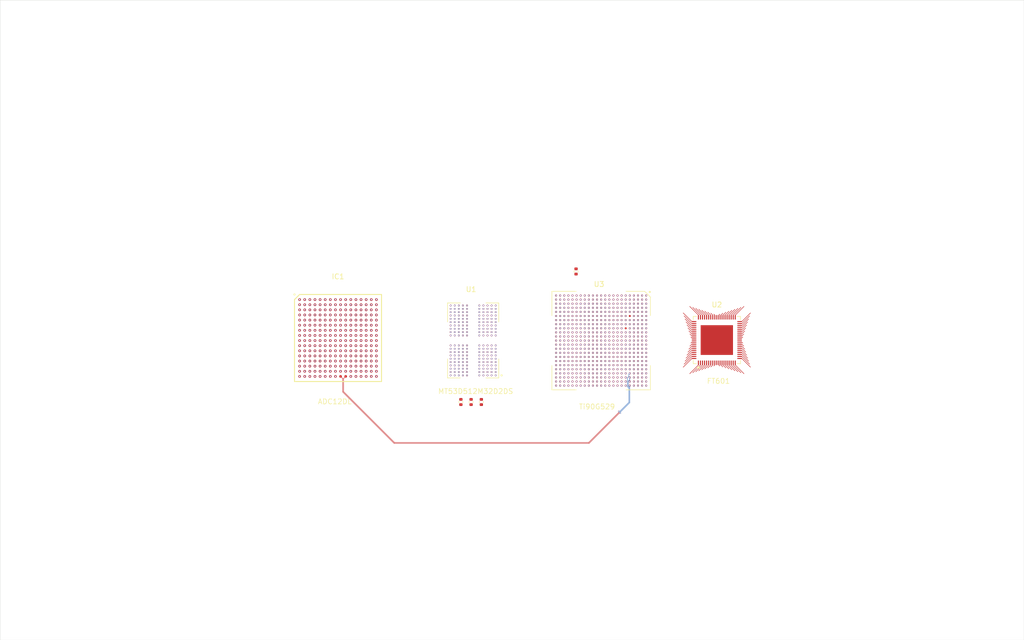
<source format=kicad_pcb>
(kicad_pcb (version 20241229) (generator "pcbnew") (generator_version "9.0")
  (layers (0 "F.Cu" signal) (4 "In1.Cu" signal) (6 "In2.Cu" signal) (8 "In3.Cu" signal) (10 "In4.Cu" signal) (12 "In5.Cu" signal) (14 "In6.Cu" signal) (16 "In7.Cu" signal) (18 "In8.Cu" signal) (2 "B.Cu" signal) (13 "F.Paste" user) (15 "B.Paste" user) (5 "F.SilkS" user "F.Silkscreen") (7 "B.SilkS" user "B.Silkscreen") (1 "F.Mask" user) (3 "B.Mask" user) (25 "Edge.Cuts" user))
  (net 0 "")
  (net 1 "unconnected-(IC1E-TMSTP+-PadD1)")
  (net 2 "unconnected-(IC1F-AGND_16-PadC6)")
  (net 3 "unconnected-(IC1F-AGND_37-PadN6)")
  (net 4 "unconnected-(IC1F-AGND_40-PadP3)")
  (net 5 "unconnected-(IC1F-DGND_18-PadT16)")
  (net 6 "unconnected-(IC1F-VLVDS_3-PadH11)")
  (net 7 "unconnected-(IC1F-VA19_3-PadG5)")
  (net 8 "unconnected-(IC1F-VA19_14-PadK4)")
  (net 9 "unconnected-(IC1D-INA--PadA5)")
  (net 10 "unconnected-(IC1F-VA11_10-PadL5)")
  (net 11 "unconnected-(IC1F-DGND_17-PadT15)")
  (net 12 "unconnected-(IC1F-AGND_47-PadR4)")
  (net 13 "unconnected-(IC1F-DGND_15-PadM7)")
  (net 14 "unconnected-(IC1F-VA11_7-PadF6)")
  (net 15 "unconnected-(IC1F-AGND_38-PadP1)")
  (net 16 "unconnected-(IC1E-ORB0-PadD8)")
  (net 17 "unconnected-(IC1F-AGND_41-PadP4)")
  (net 18 "unconnected-(IC1F-AGND_29-PadK1)")
  (net 19 "unconnected-(IC1F-DGND_16-PadN7)")
  (net 20 "unconnected-(IC1F-AGND_53-PadT3)")
  (net 21 "unconnected-(IC1F-AGND_17-PadC7)")
  (net 22 "unconnected-(IC1F-VA11_5-PadF4)")
  (net 23 "unconnected-(IC1F-AGND_45-PadR2)")
  (net 24 "unconnected-(IC1F-VA11_11-PadL6)")
  (net 25 "unconnected-(IC1E-SDO-PadN8)")
  (net 26 "unconnected-(IC1F-VA11_6-PadF5)")
  (net 27 "unconnected-(IC1F-VLVDS_5-PadH13)")
  (net 28 "unconnected-(IC1E-TDIODE+-PadM2)")
  (net 29 "unconnected-(IC1F-DGND_5-PadF7)")
  (net 30 "unconnected-(IC1F-AGND_49-PadR6)")
  (net 31 "unconnected-(IC1F-AGND_6-PadB3)")
  (net 32 "unconnected-(IC1F-VA11_1-PadE4)")
  (net 33 "unconnected-(IC1F-VA19_5-PadH3)")
  (net 34 "unconnected-(IC1F-VA11_14-PadM6)")
  (net 35 "unconnected-(IC1F-VA11_9-PadL4)")
  (net 36 "unconnected-(IC1F-AGND_27-PadH2)")
  (net 37 "unconnected-(IC1F-VLVDS_8-PadJ13)")
  (net 38 "unconnected-(IC1F-VA19_1-PadG3)")
  (net 39 "unconnected-(IC1F-AGND_34-PadN3)")
  (net 40 "unconnected-(IC1E-SDI-PadP8)")
  (net 41 "unconnected-(IC1F-AGND_4-PadA6)")
  (net 42 "unconnected-(IC1F-AGND_10-PadB7)")
  (net 43 "unconnected-(IC1F-AGND_3-PadA3)")
  (net 44 "unconnected-(IC1F-AGND_2-PadA2)")
  (net 45 "unconnected-(IC1E-ORA0-PadB8)")
  (net 46 "unconnected-(IC1F-DGND_3-PadD7)")
  (net 47 "unconnected-(IC1F-AGND_8-PadB5)")
  (net 48 "unconnected-(IC1F-VA19_7-PadH5)")
  (net 49 "unconnected-(IC1D-INB+-PadT4)")
  (net 50 "unconnected-(IC1F-AGND_36-PadN5)")
  (net 51 "unconnected-(IC1E-CALSTAT-PadB1)")
  (net 52 "unconnected-(IC1F-AGND_35-PadN4)")
  (net 53 "unconnected-(IC1E-PD-PadR1)")
  (net 54 "unconnected-(IC1D-INB--PadT5)")
  (net 55 "unconnected-(IC1F-VA11_13-PadM5)")
  (net 56 "unconnected-(IC1F-AGND_12-PadC2)")
  (net 57 "unconnected-(IC1F-AGND_9-PadB6)")
  (net 58 "unconnected-(IC1F-AGND_54-PadT6)")
  (net 59 "unconnected-(IC1F-AGND_31-PadL1)")
  (net 60 "unconnected-(IC1F-VA19_9-PadJ3)")
  (net 61 "unconnected-(IC1F-DGND_13-PadK7)")
  (net 62 "unconnected-(IC1D-CLK--PadJ1)")
  (net 63 "unconnected-(IC1F-AGND_33-PadM3)")
  (net 64 "unconnected-(IC1F-AGND_32-PadL2)")
  (net 65 "unconnected-(IC1F-AGND_44-PadP7)")
  (net 66 "unconnected-(IC1F-DGND_12-PadJ14)")
  (net 67 "unconnected-(IC1F-AGND_20-PadD5)")
  (net 68 "unconnected-(IC1F-VA11_3-PadE6)")
  (net 69 "unconnected-(IC1F-VA11_2-PadE5)")
  (net 70 "unconnected-(IC1F-AGND_14-PadC4)")
  (net 71 "unconnected-(IC1F-DGND_8-PadH8)")
  (net 72 "unconnected-(IC1F-VLVDS_9-PadK11)")
  (net 73 "unconnected-(IC1F-VLVDS_10-PadK12)")
  (net 74 "unconnected-(IC1F-DGND_9-PadH14)")
  (net 75 "unconnected-(IC1F-AGND_23-PadF1)")
  (net 76 "unconnected-(IC1F-AGND_50-PadR7)")
  (net 77 "unconnected-(IC1E-SYNCSE-PadE2)")
  (net 78 "unconnected-(IC1F-VA19_15-PadK5)")
  (net 79 "unconnected-(IC1F-AGND_48-PadR5)")
  (net 80 "unconnected-(IC1F-AGND_26-PadG2)")
  (net 81 "unconnected-(IC1F-AGND_25-PadG1)")
  (net 82 "unconnected-(IC1F-VLVDS_1-PadG11)")
  (net 83 "unconnected-(IC1E-BG-PadD2)")
  (net 84 "unconnected-(IC1E-TDIODE--PadN2)")
  (net 85 "unconnected-(IC1F-VA19_10-PadJ4)")
  (net 86 "unconnected-(IC1F-AGND_28-PadJ2)")
  (net 87 "unconnected-(IC1F-DGND_6-PadG7)")
  (net 88 "unconnected-(IC1E-SCS-PadR8)")
  (net 89 "unconnected-(IC1F-AGND_7-PadB4)")
  (net 90 "unconnected-(IC1F-AGND_30-PadK2)")
  (net 91 "unconnected-(IC1F-VA19_8-PadH6)")
  (net 92 "unconnected-(IC1F-AGND_11-PadC1)")
  (net 93 "unconnected-(IC1F-AGND_43-PadP6)")
  (net 94 "unconnected-(IC1F-VA19_12-PadJ6)")
  (net 95 "unconnected-(IC1F-DGND_10-PadJ7)")
  (net 96 "unconnected-(IC1E-ORB1-PadC8)")
  (net 97 "unconnected-(IC1D-INA+-PadA4)")
  (net 98 "unconnected-(IC1F-VA19_11-PadJ5)")
  (net 99 "unconnected-(IC1F-VD11_5-PadL8)")
  (net 100 "unconnected-(IC1F-VA19_16-PadK6)")
  (net 101 "unconnected-(IC1D-CLK+-PadH1)")
  (net 102 "unconnected-(IC1F-VA19_6-PadH4)")
  (net 103 "unconnected-(U1C-VDD1-PadF1)")
  (net 104 "unconnected-(IC1F-AGND_5-PadA7)")
  (net 105 "unconnected-(IC1F-VD11_6-PadM8)")
  (net 106 "unconnected-(IC1F-VA11_12-PadM4)")
  (net 107 "unconnected-(IC1F-VLVDS_2-PadG12)")
  (net 108 "unconnected-(U1C-VDD2-PadK1)")
  (net 109 "unconnected-(IC1F-AGND_24-PadF2)")
  (net 110 "unconnected-(IC1F-DGND_2-PadA16)")
  (net 111 "unconnected-(IC1F-DGND_7-PadH7)")
  (net 112 "unconnected-(IC1E-ORA1-PadA8)")
  (net 113 "unconnected-(IC1F-VA11_4-PadF3)")
  (net 114 "unconnected-(IC1F-AGND_15-PadC5)")
  (net 115 "unconnected-(IC1F-VD11_4-PadK8)")
  (net 116 "unconnected-(IC1F-AGND_19-PadD4)")
  (net 117 "unconnected-(IC1F-VA11_8-PadL3)")
  (net 118 "unconnected-(U1C-VDDQ-PadB3)")
  (net 119 "unconnected-(IC1F-VA19_13-PadK3)")
  (net 120 "unconnected-(U2B-RIDP-Pad35)")
  (net 121 "unconnected-(U2B-TODP-Pad32)")
  (net 122 "unconnected-(U2B-RREF-Pad27)")
  (net 123 "unconnected-(U2B-XO-Pad22)")
  (net 124 "unconnected-(U2B-XI-Pad21)")
  (net 125 "unconnected-(IC1E-CALTRIG-PadB2)")
  (net 126 "unconnected-(IC1F-VLVDS_4-PadH12)")
  (net 127 "unconnected-(IC1F-AGND_55-PadT7)")
  (net 128 "unconnected-(IC1F-VA19_4-PadG6)")
  (net 129 "unconnected-(IC1F-AGND_1-PadA1)")
  (net 130 "unconnected-(IC1F-VD11_2-PadF8)")
  (net 131 "unconnected-(IC1E-SYSREF+-PadM1)")
  (net 132 "unconnected-(U2B-DM-Pad25)")
  (net 133 "unconnected-(IC1F-AGND_22-PadE3)")
  (net 134 "unconnected-(IC1F-DGND_1-PadA15)")
  (net 135 "unconnected-(IC1F-DGND_11-PadJ8)")
  (net 136 "unconnected-(IC1F-AGND_39-PadP2)")
  (net 137 "unconnected-(U2C-VCCIO-Pad14)")
  (net 138 "unconnected-(IC1F-DGND_4-PadE7)")
  (net 139 "unconnected-(IC1F-VLVDS_7-PadJ12)")
  (net 140 "unconnected-(IC1F-VD11_1-PadE8)")
  (net 141 "unconnected-(IC1F-VA19_2-PadG4)")
  (net 142 "unconnected-(U2B-DP-Pad23)")
  (net 143 "unconnected-(U2C-AVDD-Pad2)")
  (net 144 "unconnected-(IC1F-AGND_18-PadD3)")
  (net 145 "unconnected-(IC1F-VLVDS_6-PadJ11)")
  (net 146 "unconnected-(IC1E-TMSTP--PadE1)")
  (net 147 "unconnected-(IC1F-DGND_14-PadL7)")
  (net 148 "unconnected-(IC1F-AGND_42-PadP5)")
  (net 149 "unconnected-(IC1F-VD11_3-PadG8)")
  (net 150 "unconnected-(IC1F-AGND_46-PadR3)")
  (net 151 "unconnected-(IC1E-SCLK-PadT8)")
  (net 152 "unconnected-(IC1F-AGND_52-PadT2)")
  (net 153 "unconnected-(U2B-TODN-Pad31)")
  (net 154 "unconnected-(U2C-VBUS-Pad37)")
  (net 155 "unconnected-(IC1F-AGND_13-PadC3)")
  (net 156 "unconnected-(IC1F-AGND_21-PadD6)")
  (net 157 "unconnected-(U2B-RIDN-Pad34)")
  (net 158 "unconnected-(IC1F-AGND_51-PadT1)")
  (net 159 "unconnected-(IC1E-SYSREF--PadN1)")
  (net 160 "unconnected-(U1C-VDD1-PadG9)")
  (net 161 "unconnected-(U2C-VCC33-Pad20)")
  (net 162 "unconnected-(U2C-GND-Pad1)")
  (net 163 "unconnected-(U1D-VSS-PadD9)")
  (net 164 "unconnected-(U1C-VDD2-PadAB4)")
  (net 165 "unconnected-(U1D-VSS-PadW4)")
  (net 166 "unconnected-(U1D-VSS-PadG12)")
  (net 167 "unconnected-(U1D-VSS-PadV8)")
  (net 168 "unconnected-(U1C-VDD1-PadU1)")
  (net 169 "unconnected-(U1C-VDD2-PadR1)")
  (net 170 "unconnected-(U1D-VSS-PadT8)")
  (net 171 "unconnected-(U1D-VSS-PadG5)")
  (net 172 "unconnected-(U1D-VSS-PadV5)")
  (net 173 "unconnected-(U1E-DNU-PadAA12)")
  (net 174 "unconnected-(U1C-VDD2-PadN1)")
  (net 175 "unconnected-(U1E-NC-PadH3)")
  (net 176 "unconnected-(U1E-DNU-PadAB12)")
  (net 177 "unconnected-(U1D-VSS-PadW9)")
  (net 178 "unconnected-(U1D-VSS-PadK2)")
  (net 179 "unconnected-(U1D-VSS-PadP1)")
  (net 180 "unconnected-(U1C-VDD2-PadN3)")
  (net 181 "unconnected-(U1C-VDD1-PadU12)")
  (net 182 "unconnected-(U1C-VDD1-PadF12)")
  (net 183 "unconnected-(U1D-VSS-PadAB8)")
  (net 184 "unconnected-(U1E-NC-PadG11)")
  (net 185 "unconnected-(U1C-VDDQ-PadAA5)")
  (net 186 "unconnected-(U1E-NC-PadR3)")
  (net 187 "unconnected-(U1D-VSS-PadV12)")
  (net 188 "unconnected-(U1D-VSS-PadD4)")
  (net 189 "unconnected-(U1D-VSS-PadP12)")
  (net 190 "unconnected-(U1C-VDDQ-PadD1)")
  (net 191 "unconnected-(U1C-VDDQ-PadD5)")
  (net 192 "unconnected-(U1E-DNU-PadB1)")
  (net 193 "unconnected-(U1C-VDD2-PadA9)")
  (net 194 "unconnected-(U1C-VDDQ-PadW1)")
  (net 195 "unconnected-(U1C-VDD2-PadH1)")
  (net 196 "unconnected-(U1D-VSS-PadG8)")
  (net 197 "unconnected-(U1D-VSS-PadE1)")
  (net 198 "unconnected-(U1E-DNU-PadAA1)")
  (net 199 "unconnected-(U1D-VSS-PadG1)")
  (net 200 "unconnected-(U1D-VSS-PadT5)")
  (net 201 "unconnected-(U1E-DNU-PadA12)")
  (net 202 "unconnected-(U1C-VDD2-PadN10)")
  (net 203 "unconnected-(U1D-VSS-PadK4)")
  (net 204 "unconnected-(U1D-VSS-PadN2)")
  (net 205 "unconnected-(U1C-VDD2-PadK10)")
  (net 206 "unconnected-(U1D-VSS-PadW2)")
  (net 207 "unconnected-(U1C-VDD2-PadU8)")
  (net 208 "unconnected-(U1E-DNU-PadAB2)")
  (net 209 "unconnected-(U1C-VDD2-PadH12)")
  (net 210 "unconnected-(U1D-VSS-PadD11)")
  (net 211 "unconnected-(U1D-VSS-PadN4)")
  (net 212 "unconnected-(U1C-VDD2-PadF8)")
  (net 213 "unconnected-(U1C-VDDQ-PadB10)")
  (net 214 "unconnected-(U1C-VDD2-PadH8)")
  (net 215 "unconnected-(U1D-VSS-PadE5)")
  (net 216 "unconnected-(U1D-VSS-PadP3)")
  (net 217 "unconnected-(U1C-VDDQ-PadW8)")
  (net 218 "unconnected-(U1D-VSS-PadJ1)")
  (net 219 "unconnected-(U1C-VDD2-PadF5)")
  (net 220 "unconnected-(U1E-NC-PadP5)")
  (net 221 "unconnected-(U1D-VSS-PadW11)")
  (net 222 "unconnected-(U1E-NC-PadN8)")
  (net 223 "unconnected-(U1C-VDD2-PadH5)")
  (net 224 "unconnected-(U1C-VDD2-PadR12)")
  (net 225 "unconnected-(U1D-VSS-PadN11)")
  (net 226 "unconnected-(U1E-NC-PadJ5)")
  (net 227 "unconnected-(U1D-VSS-PadC12)")
  (net 228 "unconnected-(U1D-VSS-PadE12)")
  (net 229 "unconnected-(U1E-DNU-PadAB1)")
  (net 230 "unconnected-(U1D-VSS-PadA3)")
  (net 231 "unconnected-(U1D-VSS-PadK11)")
  (net 232 "unconnected-(U1C-VDDQ-PadAA8)")
  (net 233 "unconnected-(U1C-VDD2-PadA4)")
  (net 234 "unconnected-(U1D-VSS-PadAB5)")
  (net 235 "unconnected-(U1D-VSS-PadG3)")
  (net 236 "unconnected-(U1E-DNU-PadA1)")
  (net 237 "unconnected-(U1C-VDD2-PadU5)")
  (net 238 "unconnected-(U1C-VDDQ-PadB8)")
  (net 239 "unconnected-(U1C-VDD1-PadG4)")
  (net 240 "unconnected-(U1C-VDDQ-PadD12)")
  (net 241 "unconnected-(U1D-VSS-PadC1)")
  (net 242 "unconnected-(U1C-VDDQ-PadB5)")
  (net 243 "unconnected-(U1D-VSS-PadP10)")
  (net 244 "unconnected-(U1D-VSS-PadY12)")
  (net 245 "unconnected-(U1C-VDDQ-PadAA10)")
  (net 246 "unconnected-(U1D-VSS-PadT10)")
  (net 247 "unconnected-(U1D-VSS-PadD2)")
  (net 248 "unconnected-(U1D-VSS-PadC5)")
  (net 249 "unconnected-(U1D-VSS-PadA10)")
  (net 250 "unconnected-(U1E-DNU-PadB12)")
  (net 251 "unconnected-(U1D-VSS-PadJ3)")
  (net 252 "unconnected-(U1D-VSS-PadY5)")
  (net 253 "unconnected-(U1D-VSS-PadT1)")
  (net 254 "unconnected-(U1C-VDDQ-PadF10)")
  (net 255 "unconnected-(U1E-NC-PadK8)")
  (net 256 "unconnected-(U1E-NC-PadK5)")
  (net 257 "unconnected-(U1C-VDD1-PadT9)")
  (net 258 "unconnected-(U1D-VSS-PadV1)")
  (net 259 "unconnected-(U1C-VDDQ-PadU10)")
  (net 260 "unconnected-(U1E-DNU-PadA11)")
  (net 261 "unconnected-(U1C-VDD1-PadT4)")
  (net 262 "unconnected-(U1D-VSS-PadJ10)")
  (net 263 "unconnected-(U1C-VDD2-PadR8)")
  (net 264 "unconnected-(U1E-NC-PadA8)")
  (net 265 "unconnected-(U1C-VDDQ-PadF3)")
  (net 266 "unconnected-(U1C-VDDQ-PadW5)")
  (net 267 "unconnected-(U1C-VDD2-PadN12)")
  (net 268 "unconnected-(U1C-VDD2-PadAB9)")
  (net 269 "unconnected-(U1E-DNU-PadA2)")
  (net 270 "unconnected-(U1E-DNU-PadAB11)")
  (net 271 "unconnected-(U1D-VSS-PadE8)")
  (net 272 "unconnected-(U1D-VSS-PadC8)")
  (net 273 "unconnected-(U1D-VSS-PadN9)")
  (net 274 "unconnected-(U1E-NC-PadN5)")
  (net 275 "unconnected-(U1C-VDD2-PadR5)")
  (net 276 "unconnected-(U1D-VSS-PadAB3)")
  (net 277 "unconnected-(U1D-VSS-PadT3)")
  (net 278 "unconnected-(U1C-VDD2-PadK3)")
  (net 279 "unconnected-(U1D-VSS-PadY8)")
  (net 280 "unconnected-(U1D-VSS-PadAB10)")
  (net 281 "unconnected-(U1C-VDD2-PadK12)")
  (net 282 "unconnected-(U1D-VSS-PadK9)")
  (net 283 "unconnected-(U1C-VDDQ-PadW12)")
  (net 284 "unconnected-(U1D-VSS-PadG10)")
  (net 285 "unconnected-(U1D-VSS-PadJ12)")
  (net 286 "unconnected-(U1C-VDDQ-PadD8)")
  (net 287 "unconnected-(U1D-VSS-PadT12)")
  (net 288 "unconnected-(U1D-VSS-PadY1)")
  (net 289 "unconnected-(U1C-VDDQ-PadAA3)")
  (net 290 "unconnected-(U1C-VDDQ-PadU3)")
  (net 291 "Net-(U2A-DATA_13)")
  (net 292 "Net-(U2A-DATA_21)")
  (net 293 "Net-(U2A-~{RD})")
  (net 294 "Net-(U2A-~{WR})")
  (net 295 "Net-(U2A-GPIO1)")
  (net 296 "Net-(U2A-DATA_5)")
  (net 297 "Net-(U2A-DATA_19)")
  (net 298 "Net-(U2A-CLK)")
  (net 299 "Net-(U2A-~{WAKEUP})")
  (net 300 "Net-(U2A-BE_2)")
  (net 301 "Net-(U2A-GPIO0)")
  (net 302 "Net-(U2A-DATA_0)")
  (net 303 "Net-(U2A-DATA_29)")
  (net 304 "Net-(U2A-~{OE})")
  (net 305 "Net-(U2A-DATA_22)")
  (net 306 "Net-(U2A-BE_3)")
  (net 307 "Net-(U2A-DATA_25)")
  (net 308 "Net-(U2A-DATA_24)")
  (net 309 "Net-(U2A-DATA_10)")
  (net 310 "Net-(U2A-DATA_15)")
  (net 311 "Net-(U2A-DATA_20)")
  (net 312 "Net-(U2A-DATA_8)")
  (net 313 "Net-(U2A-DATA_31)")
  (net 314 "Net-(U2A-~{RESET})")
  (net 315 "Net-(U2A-DATA_16)")
  (net 316 "Net-(U2A-DATA_6)")
  (net 317 "Net-(U2A-DATA_4)")
  (net 318 "Net-(U2A-DATA_23)")
  (net 319 "Net-(U2A-DATA_2)")
  (net 320 "Net-(U2A-DATA_18)")
  (net 321 "Net-(U2A-~{TXE})")
  (net 322 "Net-(U2A-DATA_9)")
  (net 323 "Net-(U2A-DATA_28)")
  (net 324 "Net-(U2A-DATA_14)")
  (net 325 "Net-(U2A-DATA_11)")
  (net 326 "Net-(U2A-BE_0)")
  (net 327 "Net-(U2A-DATA_1)")
  (net 328 "Net-(U2A-DATA_17)")
  (net 329 "Net-(U2A-~{RXF})")
  (net 330 "Net-(U2A-DATA_30)")
  (net 331 "Net-(U2A-BE_1)")
  (net 332 "Net-(U2A-DATA_26)")
  (net 333 "Net-(U2A-DATA_12)")
  (net 334 "Net-(U2A-~{SIWU})")
  (net 335 "Net-(U2A-DATA_7)")
  (net 336 "Net-(U2A-DATA_3)")
  (net 337 "Net-(U2A-DATA_27)")
  (net 338 "unconnected-(U3F-auxout-PadG19)")
  (net 339 "unconnected-(U3I-GND-PadAC23)")
  (net 340 "unconnected-(U3I-GND-PadR9)")
  (net 341 "unconnected-(U3J-GPIOL_03_CLK24-PadW5)")
  (net 342 "unconnected-(U3J-GPIOT_P_23_PLLIN0-PadD23)")
  (net 343 "unconnected-(U3G-TDO-PadT4)")
  (net 344 "unconnected-(U3F-overrange[1]-PadD15)")
  (net 345 "unconnected-(U3F-lvdsin_trig-PadB2)")
  (net 346 "unconnected-(U3G-CDONE-PadT6)")
  (net 347 "unconnected-(U3I-GND-PadAB17)")
  (net 348 "unconnected-(U3H-VCC-PadN9)")
  (net 349 "unconnected-(U3H-VCCIO33_TL-PadU22)")
  (net 350 "unconnected-(U3I-GND-PadY6)")
  (net 351 "unconnected-(U3I-GND-PadY18)")
  (net 352 "unconnected-(U3H-VCCIO33_BL-PadV2)")
  (net 353 "unconnected-(U3F-boardout[4]-PadH12)")
  (net 354 "unconnected-(U3H-VCCA_TR-PadH16)")
  (net 355 "unconnected-(U3H-VDDQ_PHY-PadY11)")
  (net 356 "unconnected-(U3H-VDDQ_PHY-PadY13)")
  (net 357 "unconnected-(U3H-VDDQ_PHY-PadW12)")
  (net 358 "unconnected-(U3F-boardout[6]-PadA14)")
  (net 359 "unconnected-(U3G-REF_RES_2A-PadT22)")
  (net 360 "unconnected-(U3H-VCCIO3B-PadF12)")
  (net 361 "unconnected-(U3H-VCC-PadN11)")
  (net 362 "unconnected-(U3H-VCCA_BL-PadR7)")
  (net 363 "unconnected-(U3H-VDD_PHY-PadT14)")
  (net 364 "unconnected-(U3H-VCCIO33_BR-PadF8)")
  (net 365 "unconnected-(U3H-VDDPLL_MCB_TOP_PHY-PadU12)")
  (net 366 "unconnected-(U3H-VCC-PadU16)")
  (net 367 "unconnected-(U3I-GND-PadM13)")
  (net 368 "unconnected-(U3H-VDD_PHY-PadR14)")
  (net 369 "unconnected-(U3F-boardout[1]-PadF11)")
  (net 370 "unconnected-(U3H-VCCIO33_TL-PadU19)")
  (net 371 "unconnected-(U3I-GND-PadM11)")
  (net 372 "unconnected-(U3F-debugout[4]-PadD9)")
  (net 373 "unconnected-(U3I-GND-PadD22)")
  (net 374 "unconnected-(U3F-spics[5]-PadV22)")
  (net 375 "unconnected-(U3F-boardout[2]-PadA12)")
  (net 376 "unconnected-(U3F-boardin[2]-PadH14)")
  (net 377 "unconnected-(U3I-GND-PadY4)")
  (net 378 "unconnected-(U3I-GND-PadM3)")
  (net 379 "unconnected-(U3I-GND-PadN12)")
  (net 380 "unconnected-(U3H-VDDQ_PHY-PadY5)")
  (net 381 "unconnected-(U3H-VDD_PHY-PadP9)")
  (net 382 "unconnected-(U3H-VDDQX_PHY-PadU15)")
  (net 383 "unconnected-(U3F-boardin[3]-PadD14)")
  (net 384 "unconnected-(U3H-VCCIO33_TR-PadF16)")
  (net 385 "unconnected-(U3J-GPIOL_02-PadU3)")
  (net 386 "unconnected-(U3F-adc_clkout-PadU17)")
  (net 387 "unconnected-(U3I-GND-PadM1)")
  (net 388 "unconnected-(U3I-GND-PadU14)")
  (net 389 "unconnected-(U3F-LED[0]-PadU1)")
  (net 390 "unconnected-(U3E-DDR_CS_N[1]-PadW16)")
  (net 391 "unconnected-(U3F-boardout[5]-PadC12)")
  (net 392 "unconnected-(U3J-GPIOB_N_33_CDI30-PadA3)")
  (net 393 "unconnected-(U3H-VDD_PHY-PadT9)")
  (net 394 "unconnected-(U3F-debugout[6]-PadA6)")
  (net 395 "unconnected-(U3H-VCCIO4B-PadM5)")
  (net 396 "unconnected-(U3G-REF_RES_2B-PadK23)")
  (net 397 "unconnected-(U3J-GPIOT_P_33-PadF17)")
  (net 398 "unconnected-(U3I-GND-PadAB11)")
  (net 399 "unconnected-(U3H-VCCIO4A-PadG4)")
  (net 400 "unconnected-(U3I-GND-PadA23)")
  (net 401 "unconnected-(U3I-GND-PadV13)")
  (net 402 "unconnected-(U3H-VCCIO3C-PadB8)")
  (net 403 "unconnected-(U3H-VDDQX_PHY-PadV9)")
  (net 404 "unconnected-(U3F-lvdsout_trig_b_N-PadD20)")
  (net 405 "unconnected-(U3I-GND-PadAC20)")
  (net 406 "unconnected-(U3I-GND-PadN10)")
  (net 407 "unconnected-(U3I-GND-PadM23)")
  (net 408 "unconnected-(U3F-debugout[11]-PadA11)")
  (net 409 "unconnected-(U3I-GND-PadM9)")
  (net 410 "unconnected-(U3G-TDI-PadU6)")
  (net 411 "unconnected-(U3I-GND-PadA19)")
  (net 412 "unconnected-(U3J-GPIOT_N_34-PadG18)")
  (net 413 "unconnected-(U3J-GPIOL_00_PLLIN1-PadV6)")
  (net 414 "unconnected-(U3J-GPIOB_P_32_CDI28-PadC4)")
  (net 415 "unconnected-(U3H-VDD_PHY-PadP11)")
  (net 416 "unconnected-(U3F-lockinfo[0]-PadC17)")
  (net 417 "unconnected-(U3I-GND-PadB3)")
  (net 418 "unconnected-(U3I-GND-PadY22)")
  (net 419 "unconnected-(U3H-VDDQX_PHY-PadV14)")
  (net 420 "unconnected-(U3I-GND-PadAB7)")
  (net 421 "unconnected-(U3F-ext_clkin-PadC5)")
  (net 422 "unconnected-(U3H-VDDQ_PHY-PadY3)")
  (net 423 "unconnected-(U3F-lvdsout_clk-PadF19)")
  (net 424 "unconnected-(U3I-GND-PadH1)")
  (net 425 "unconnected-(U3I-GND-PadP13)")
  (net 426 "unconnected-(U3I-GND-PadD19)")
  (net 427 "unconnected-(U3I-GND-PadU11)")
  (net 428 "unconnected-(U3F-exttrigin-PadF5)")
  (net 429 "unconnected-(U3I-GND-PadV17)")
  (net 430 "unconnected-(U3H-VCCIO3B-PadF14)")
  (net 431 "unconnected-(U3I-GND-PadL10)")
  (net 432 "unconnected-(U3G-REF_RES_2C-PadA22)")
  (net 433 "unconnected-(U3H-VDD_PHY-PadT15)")
  (net 434 "unconnected-(U3I-GND-PadA1)")
  (net 435 "unconnected-(U3F-spi_clk-PadV18)")
  (net 436 "unconnected-(U3H-VCC-PadJ11)")
  (net 437 "unconnected-(U3F-lockinfo[2]-PadA20)")
  (net 438 "unconnected-(U3I-GND-PadN8)")
  (net 439 "unconnected-(U3H-VCCIO2C-PadH17)")
  (net 440 "unconnected-(U3H-VCCIO4C-PadP4)")
  (net 441 "unconnected-(U3H-VDDQX_PHY-PadU10)")
  (net 442 "unconnected-(U3J-GPIOB_N_34-PadG5)")
  (net 443 "unconnected-(U3H-VCCIO4B-PadM8)")
  (net 444 "unconnected-(U3I-GND-PadR15)")
  (net 445 "unconnected-(U3I-GND-PadD10)")
  (net 446 "unconnected-(U3H-VDDQ_PHY-PadAB18)")
  (net 447 "unconnected-(U3I-GND-PadT21)")
  (net 448 "unconnected-(U3H-VCC-PadJ13)")
  (net 449 "unconnected-(U3H-VDDQ_PHY-PadW7)")
  (net 450 "unconnected-(U3J-GPIOB_P_33_CDI31-PadA4)")
  (net 451 "unconnected-(U3I-GND-PadB21)")
  (net 452 "unconnected-(U3H-VDDQ_PHY-PadAB10)")
  (net 453 "unconnected-(U3I-GND-PadAB13)")
  (net 454 "unconnected-(U3H-VCC-PadK14)")
  (net 455 "unconnected-(U3J-GPIOL_44-PadW20)")
  (net 456 "unconnected-(U3I-GND-PadN14)")
  (net 457 "unconnected-(U3J-GPIOL_21-PadV5)")
  (net 458 "unconnected-(U3I-GND-PadB6)")
  (net 459 "unconnected-(U3H-VDD_PHY-PadT10)")
  (net 460 "unconnected-(U3I-GND-PadV10)")
  (net 461 "unconnected-(U3H-VCC-PadN15)")
  (net 462 "unconnected-(U3F-debugout[0]-PadC8)")
  (net 463 "unconnected-(U3I-GND-PadK9)")
  (net 464 "unconnected-(U3I-GND-PadV15)")
  (net 465 "unconnected-(U3H-VCCIO4C-PadP2)")
  (net 466 "unconnected-(U3F-debugout[5]-PadC6)")
  (net 467 "unconnected-(U3F-debugout[8]-PadF10)")
  (net 468 "unconnected-(U3F-debugout[10]-PadH10)")
  (net 469 "unconnected-(U3I-GND-PadAB22)")
  (net 470 "unconnected-(U3I-GND-PadJ19)")
  (net 471 "unconnected-(U3I-GND-PadB14)")
  (net 472 "unconnected-(U3I-GND-PadY16)")
  (net 473 "unconnected-(U3H-VCCAUX-PadR16)")
  (net 474 "unconnected-(U3F-lvdsin_trig_b-PadD5)")
  (net 475 "unconnected-(U3H-VCC-PadJ9)")
  (net 476 "unconnected-(U3I-GND-PadB11)")
  (net 477 "unconnected-(U3I-GND-PadY10)")
  (net 478 "unconnected-(U3H-VCC-PadJ15)")
  (net 479 "unconnected-(U3H-VCCIO33_BL-PadU4)")
  (net 480 "unconnected-(U3F-lvdsout_trig-PadC21)")
  (net 481 "unconnected-(U3G-REF_RES_3C-PadD6)")
  (net 482 "unconnected-(U3F-boardout[3]-PadE12)")
  (net 483 "unconnected-(U3H-VDDQ_PHY-PadY19)")
  (net 484 "unconnected-(U3J-GPIOL_41-PadW23)")
  (net 485 "unconnected-(U3G-REF_RES_3A-PadE18)")
  (net 486 "unconnected-(U3H-VCCA_BR-PadJ8)")
  (net 487 "unconnected-(U3H-VDD_PHY-PadP12)")
  (net 488 "unconnected-(U3F-LED[2]-PadV3)")
  (net 489 "unconnected-(U3F-spics[4]-PadV21)")
  (net 490 "unconnected-(U3I-GND-PadV7)")
  (net 491 "unconnected-(U3I-GND-PadJ12)")
  (net 492 "unconnected-(U3H-VCC-PadN13)")
  (net 493 "unconnected-(U3H-VCCIO2C-PadK16)")
  (net 494 "unconnected-(U3F-lvdsout_spare-PadH19)")
  (net 495 "unconnected-(U3F-lvdsin_clk_N-PadE3)")
  (net 496 "unconnected-(U3H-VDDQ_PHY-PadY21)")
  (net 497 "unconnected-(U3I-GND-PadR12)")
  (net 498 "unconnected-(U3I-GND-PadK15)")
  (net 499 "unconnected-(U3G-REF_RES_4A-PadB5)")
  (net 500 "unconnected-(U3H-VCCIO2B-PadH21)")
  (net 501 "unconnected-(U3I-GND-PadAA19)")
  (net 502 "unconnected-(U3I-GND-PadAB2)")
  (net 503 "unconnected-(U3G-REF_RES_4B-PadJ1)")
  (net 504 "unconnected-(U3I-GND-PadY20)")
  (net 505 "unconnected-(U3I-GND-PadT17)")
  (net 506 "unconnected-(U3H-VCCIO2B-PadK22)")
  (net 507 "unconnected-(U3F-spics[2]-PadU20)")
  (net 508 "unconnected-(U3H-VCCAUX-PadK8)")
  (net 509 "unconnected-(U3H-VDDQ_CK_PHY-PadT12)")
  (net 510 "unconnected-(U3F-lvdsin_spare_N-PadH6)")
  (net 511 "unconnected-(U3F-debugout[7]-PadE7)")
  (net 512 "unconnected-(U3F-spics[0]-PadV19)")
  (net 513 "unconnected-(U3F-lvdsin_trig_b_N-PadE5)")
  (net 514 "unconnected-(U3F-lvdsin_spare-PadG6)")
  (net 515 "unconnected-(U3J-GPIOL_42-PadW21)")
  (net 516 "unconnected-(U3I-GND-PadAB5)")
  (net 517 "unconnected-(U3I-GND-PadAC1)")
  (net 518 "unconnected-(U3I-GND-PadY2)")
  (net 519 "unconnected-(U3I-GND-PadP10)")
  (net 520 "unconnected-(U3H-VCCIO3B-PadD13)")
  (net 521 "unconnected-(U3H-VCCIO2C-PadF18)")
  (net 522 "unconnected-(U3H-VCC-PadL13)")
  (net 523 "unconnected-(U3H-VCCIO4A-PadF6)")
  (net 524 "unconnected-(U3H-VCCIO4B-PadK7)")
  (net 525 "unconnected-(U3H-VCC-PadM14)")
  (net 526 "unconnected-(U3I-GND-PadK13)")
  (net 527 "unconnected-(U3H-VCCIO2A-PadP22)")
  (net 528 "unconnected-(U3H-VCCIO2A-PadR20)")
  (net 529 "unconnected-(U3J-GPIOT_N_23-PadC23)")
  (net 530 "unconnected-(U3H-VCC-PadL9)")
  (net 531 "unconnected-(U3G-REF_RES_4C-PadT2)")
  (net 532 "unconnected-(U3I-GND-PadF20)")
  (net 533 "unconnected-(U3G-REF_RES_3B-PadC14)")
  (net 534 "unconnected-(U3I-GND-PadJ10)")
  (net 535 "unconnected-(U3F-LED[3]-PadW3)")
  (net 536 "unconnected-(U3F-boardin[1]-PadE13)")
  (net 537 "unconnected-(U3F-spi_mosi-PadT19)")
  (net 538 "unconnected-(U3F-boardin[6]-PadB20)")
  (net 539 "unconnected-(U3J-GPIOL_05_CLK26-PadT3)")
  (net 540 "unconnected-(U3F-ddr_pllin-PadU18)")
  (net 541 "unconnected-(U3I-GND-PadJ14)")
  (net 542 "unconnected-(U3H-VCC-PadK10)")
  (net 543 "unconnected-(U3E-DDR_CS_N[3]-PadY17)")
  (net 544 "unconnected-(U3F-lvdsin_clk-PadE2)")
  (net 545 "unconnected-(U3F-main_pllin-PadW4)")
  (net 546 "unconnected-(U3H-VDD_PHY-PadP14)")
  (net 547 "unconnected-(U3H-VCCIO2A-PadP17)")
  (net 548 "unconnected-(U3F-boardin[7]-PadH9)")
  (net 549 "unconnected-(U3H-VDD_PHY-PadR13)")
  (net 550 "unconnected-(U3I-GND-PadY14)")
  (net 551 "unconnected-(U3H-VDDQX_PHY-PadV12)")
  (net 552 "unconnected-(U3H-VDD_PHY-PadR10)")
  (net 553 "unconnected-(U3J-GPIOB_N_32_CDI29-PadB4)")
  (net 554 "unconnected-(U3I-GND-PadM20)")
  (net 555 "unconnected-(U3I-GND-PadL14)")
  (net 556 "unconnected-(U3F-spics[1]-PadT18)")
  (net 557 "unconnected-(U3J-GPIOL_36_PLLIN1-PadU23)")
  (net 558 "unconnected-(U3F-boardin[4]-PadA7)")
  (net 559 "unconnected-(U3I-GND-PadK2)")
  (net 560 "unconnected-(U3F-spics[6]-PadU21)")
  (net 561 "unconnected-(U3H-VQPS-PadU7)")
  (net 562 "unconnected-(U3H-VDD_PHY-PadR11)")
  (net 563 "unconnected-(U3F-debugout[9]-PadB10)")
  (net 564 "unconnected-(U3H-VCCIO3A-PadD16)")
  (net 565 "unconnected-(U3J-GPIOL_01-PadW6)")
  (net 566 "unconnected-(U3I-GND-PadAC15)")
  (net 567 "unconnected-(U3I-GND-PadH23)")
  (net 568 "unconnected-(U3I-GND-PadK5)")
  (net 569 "unconnected-(U3H-VCCAUX-PadR8)")
  (net 570 "unconnected-(U3F-lvdsout_spare_N-PadH18)")
  (net 571 "unconnected-(U3I-GND-PadL12)")
  (net 572 "unconnected-(U3H-VDDQX_PHY-PadU9)")
  (net 573 "unconnected-(U3F-overrange[3]-PadA18)")
  (net 574 "unconnected-(U3F-lockinfo[1]-PadC18)")
  (net 575 "unconnected-(U3F-lvdsout_trig_b-PadD21)")
  (net 576 "unconnected-(U3J-GPIOL_43-PadW19)")
  (net 577 "unconnected-(U3F-boardin[5]-PadB19)")
  (net 578 "unconnected-(U3J-GPIOT_N_33-PadG17)")
  (net 579 "unconnected-(U3I-GND-PadP16)")
  (net 580 "unconnected-(U3H-VCC-PadT16)")
  (net 581 "unconnected-(U3F-fan_out-PadW2)")
  (net 582 "unconnected-(U3G-TCK-PadU5)")
  (net 583 "unconnected-(U3H-VCC-PadL15)")
  (net 584 "unconnected-(U3F-debugout[3]-PadB9)")
  (net 585 "unconnected-(U3J-GPIOL_40-PadW22)")
  (net 586 "unconnected-(U3F-neo_led-PadV4)")
  (net 587 "unconnected-(U3I-GND-PadT7)")
  (net 588 "unconnected-(U3J-GPIOL_04_CLK25-PadU2)")
  (net 589 "unconnected-(U3I-GND-PadAC4)")
  (net 590 "unconnected-(U3F-spics[7]-PadV20)")
  (net 591 "unconnected-(U3H-VCC-PadT8)")
  (net 592 "unconnected-(U3F-overrange[2]-PadB16)")
  (net 593 "unconnected-(U3H-VCCIO4C-PadN7)")
  (net 594 "unconnected-(U3I-GND-PadH7)")
  (net 595 "unconnected-(U3H-VCCIO3A-PadB17)")
  (net 596 "unconnected-(U3H-VCCIO2B-PadM17)")
  (net 597 "unconnected-(U3H-VDDQ_PHY-PadAB14)")
  (net 598 "unconnected-(U3I-GND-PadY12)")
  (net 599 "unconnected-(U3H-VCCIO4A-PadD4)")
  (net 600 "unconnected-(U3I-GND-PadF2)")
  (net 601 "unconnected-(U3I-GND-PadH4)")
  (net 602 "unconnected-(U3H-VDD_PHY-PadP15)")
  (net 603 "unconnected-(U3F-spi_miso-PadT20)")
  (net 604 "unconnected-(U3H-VDD_PHY-PadT11)")
  (net 605 "unconnected-(U3G-TMS-PadT5)")
  (net 606 "unconnected-(U3I-GND-PadD1)")
  (net 607 "unconnected-(U3H-VDDQ_PHY-PadAB6)")
  (net 608 "unconnected-(U3H-VDDQX_PHY-PadV11)")
  (net 609 "unconnected-(U3I-GND-PadF22)")
  (net 610 "unconnected-(U3H-VCC-PadK12)")
  (net 611 "unconnected-(U3I-GND-PadM15)")
  (net 612 "unconnected-(U3E-DDR_CKE[1]-PadAA13)")
  (net 613 "unconnected-(U3F-lvdsout_clk_N-PadE19)")
  (net 614 "unconnected-(U3H-VDDQ_PHY-PadY23)")
  (net 615 "unconnected-(U3I-GND-PadT1)")
  (net 616 "unconnected-(U3H-VDD_PHY-PadT13)")
  (net 617 "unconnected-(U3I-GND-PadY8)")
  (net 618 "unconnected-(U3H-VDDQ_PHY-PadY1)")
  (net 619 "unconnected-(U3H-VCCIO3C-PadD7)")
  (net 620 "unconnected-(U3F-spics[3]-PadV23)")
  (net 621 "unconnected-(U3F-overrange[0]-PadA15)")
  (net 622 "unconnected-(U3J-GPIOL_06_CLK27-PadV1)")
  (net 623 "unconnected-(U3I-GND-PadAC9)")
  (net 624 "unconnected-(U3F-lockinfo[3]-PadD18)")
  (net 625 "unconnected-(U3F-debugout[1]-PadD8)")
  (net 626 "unconnected-(U3F-lvdsout_trig_N-PadC22)")
  (net 627 "unconnected-(U3F-boardout[0]-PadD11)")
  (net 628 "unconnected-(U3F-boardin[0]-PadC13)")
  (net 629 "unconnected-(U3H-VCCIO3B-PadG10)")
  (net 630 "unconnected-(U3H-VCC-PadL11)")
  (net 631 "unconnected-(U3F-lvdsin_trig_N-PadA2)")
  (net 632 "unconnected-(U3F-boardout[7]-PadG13)")
  (net 633 "unconnected-(U3F-LED[1]-PadW1)")
  (net 634 "unconnected-(U3I-GND-PadT23)")
  (net 635 "unconnected-(U3G-CRESET_N-PadR6)")
  (net 636 "unconnected-(U3H-VCC-PadM12)")
  (net 637 "unconnected-(U3F-debugout[2]-PadA9)")
  (net 638 "unconnected-(U3H-VCCAUX-PadJ16)")
  (net 639 "unconnected-(U3H-VDDQ_PHY-PadW18)")
  (net 640 "unconnected-(U3H-VCC-PadM10)")
  (net 641 "unconnected-(U3H-VDDQX_PHY-PadU13)")
  (net 642 "unconnected-(U3H-VCCA_TL-PadR17)")
  (net 643 "unconnected-(U3I-GND-PadK11)")
  (net 644 "unconnected-(U3H-VCC-PadU8)")
  (net 645 "Net-(U1A-DQ0_B)")
  (net 646 "Net-(U1A-DQ13_B)")
  (net 647 "Net-(U1A-DQ1_A)")
  (net 648 "Net-(U1A-DQ0_A)")
  (net 649 "Net-(U1A-DQ10_B)")
  (net 650 "Net-(U1A-DQ1_B)")
  (net 651 "Net-(U1A-DQ5_B)")
  (net 652 "Net-(U1A-DQ6_B)")
  (net 653 "Net-(U1A-DQ15_A)")
  (net 654 "Net-(U1A-DQ12_A)")
  (net 655 "Net-(U1A-DQ9_A)")
  (net 656 "Net-(U1A-DQ14_A)")
  (net 657 "Net-(U1A-DQ2_A)")
  (net 658 "Net-(U1A-DQ11_B)")
  (net 659 "Net-(U1A-DQ7_A)")
  (net 660 "Net-(U1A-DQS0_c_A)")
  (net 661 "Net-(U1A-DQ6_A)")
  (net 662 "Net-(U1A-DMI0_B)")
  (net 663 "Net-(U1A-DQ8_A)")
  (net 664 "Net-(U1A-DQS1_t_B)")
  (net 665 "Net-(U1A-DQ3_A)")
  (net 666 "Net-(U1A-DQS0_t_B)")
  (net 667 "Net-(U1A-DMI0_A)")
  (net 668 "Net-(U1A-DQ11_A)")
  (net 669 "Net-(U1A-DQ3_B)")
  (net 670 "Net-(U1A-DQ15_B)")
  (net 671 "Net-(U1A-DMI1_B)")
  (net 672 "Net-(U1A-DQS1_c_B)")
  (net 673 "Net-(U1A-DQ4_B)")
  (net 674 "Net-(U1A-DQ7_B)")
  (net 675 "Net-(U1A-DQ10_A)")
  (net 676 "Net-(U1A-DQ4_A)")
  (net 677 "Net-(U1B-CS0_A)")
  (net 678 "Net-(U1A-DQ14_B)")
  (net 679 "Net-(U1A-DQ8_B)")
  (net 680 "Net-(U1A-DQS0_c_B)")
  (net 681 "Net-(U1A-DQ13_A)")
  (net 682 "Net-(U1A-DQ2_B)")
  (net 683 "Net-(U1A-DMI1_A)")
  (net 684 "Net-(U1A-DQ9_B)")
  (net 685 "Net-(U1A-DQS0_t_A)")
  (net 686 "Net-(U1A-DQS1_c_A)")
  (net 687 "Net-(U1A-DQ12_B)")
  (net 688 "Net-(U1A-DQ5_A)")
  (net 689 "Net-(U1A-DQS1_t_A)")
  (net 690 "GND")
  (net 691 "Net-(U3E-DDR_CAL)")
  (net 693 "Net-(U1B-ZQ0)")
  (net 694 "/fpga_ddr/1V1")
  (net 695 "Net-(U1B-ODT_CA_A)")
  (net 696 "Net-(U1B-ODT_CA_B)")
  (net 697 "Net-(U1B-CA5_A)")
  (net 698 "Net-(U1B-CKE0_A)")
  (net 699 "Net-(U1B-RESET_n)")
  (net 700 "Net-(U1B-CA4_A)")
  (net 701 "Net-(U1B-CA0_A)")
  (net 702 "Net-(U1B-CA1_A)")
  (net 703 "Net-(U1B-CA3_A)")
  (net 704 "Net-(U1B-CA2_A)")
  (net 705 "Net-(U1B-CS0_B)")
  (net 706 "Net-(U1B-CK_t_A)")
  (net 707 "Net-(U1B-CK_c_A)")
  (net 708 "unconnected-(U2C-VD10-Pad3)")
  (net 709 "unconnected-(U2C-VCC33-Pad38)")
  (net 710 "unconnected-(U2C-DV10-Pad39)")
  (net 711 "unconnected-(U2C-GND-Pad29)")
  (net 712 "unconnected-(U2C-VD10-Pad30)")
  (net 713 "unconnected-(U2C-VD10-Pad48)")
  (net 714 "unconnected-(U2C-GND-Pad26)")
  (net 715 "unconnected-(U2C-VCC33-Pad24)")
  (net 717 "unconnected-(U2C-VDDA-Pad28)")
  (net 718 "unconnected-(U2C-GND-Pad36)")
  (net 719 "unconnected-(U2C-GND-Pad19)")
  (net 720 "unconnected-(U2C-VCCIO-Pad59)")
  (net 721 "unconnected-(U2C-VCCIO-Pad68)")
  (net 722 "unconnected-(U2C-VD10-Pad33)")
  (net 723 "unconnected-(U2C-VCCIO-Pad49)")
  (net 724 "/fpga_adc/lvds_rx1_1_P")
  (net 725 "/fpga_adc/lvds_rx1_1_N")
  (net 726 "/fpga_adc/lvds_rx3_1_P")
  (net 727 "/fpga_adc/lvds_rx3_1_N")
  (net 728 "unconnected-(U3J-NC-PadW10)")
  (net 729 "unconnected-(U3J-NC-PadV16)")
  (net 730 "unconnected-(U3J-NC-PadW13)")
  (net 731 "unconnected-(U3J-NC-PadW14)")
  (net 732 "unconnected-(U3J-NC-PadW15)")
  (net 733 "unconnected-(U3J-NC-PadW11)")
  (net 734 "/fpga_adc/lvds_rx4_9_N")
  (net 735 "/fpga_adc/lvds_rx1_3_N")
  (net 736 "/fpga_adc/lvds_rx1_7_P")
  (net 737 "/fpga_adc/lvds_rx4_2_N")
  (net 738 "/fpga_adc/lvds_rx4_8_N")
  (net 739 "/fpga_adc/lvds_rx1_9_N")
  (net 740 "/fpga_adc/lvds_rx2_7_N")
  (net 741 "/fpga_adc/lvds_rx2_2_P")
  (net 742 "/fpga_adc/lvds_rx1_6_N")
  (net 743 "/fpga_adc/lvds_rx2_8_N")
  (net 744 "/fpga_adc/lvds_rx2_1_N")
  (net 745 "/fpga_adc/lvds_rx1_5_N")
  (net 746 "/fpga_adc/lvds_rx1_10_P")
  (net 747 "/fpga_adc/lvds_rx2_5_P")
  (net 748 "/fpga_adc/lvds_rx3_2_P")
  (net 749 "/fpga_adc/lvds_rx1_10_N")
  (net 750 "/fpga_adc/lvds_rx2_3_N")
  (net 751 "/fpga_adc/lvds_rx4_4_N")
  (net 752 "/fpga_adc/lvds_rx1_5_P")
  (net 753 "/fpga_adc/lvds_rx4_13_N")
  (net 754 "/fpga_adc/lvds_rx1_7_N")
  (net 755 "/fpga_adc/lvds_rx3_10_P")
  (net 756 "/fpga_adc/lvds_rx3_11_N")
  (net 757 "/fpga_adc/lvds_rx4_10_P")
  (net 758 "/fpga_adc/lvds_rx1_9_P")
  (net 759 "/fpga_adc/lvds_rx3_6_N")
  (net 760 "/fpga_adc/lvds_rx1_13_P")
  (net 761 "/fpga_adc/lvds_rx2_12_P")
  (net 762 "/fpga_adc/lvds_rx3_11_P")
  (net 763 "/fpga_adc/lvds_rx4_6_P")
  (net 764 "/fpga_adc/lvds_rx3_5_P")
  (net 765 "/fpga_adc/lvds_rx1_2_P")
  (net 766 "/fpga_adc/lvds_rx4_13_P")
  (net 767 "/fpga_adc/lvds_rx2_12_N")
  (net 768 "/fpga_adc/lvds_rx2_11_P")
  (net 769 "/fpga_adc/lvds_rx1_12_P")
  (net 770 "/fpga_adc/lvds_rx2_10_N")
  (net 771 "/fpga_adc/lvds_rx_top_clkin2_P")
  (net 772 "/fpga_adc/lvds_rx3_3_N")
  (net 773 "/fpga_adc/lvds_rx4_6_N")
  (net 774 "/fpga_adc/lvds_rx4_8_P")
  (net 775 "/fpga_adc/lvds_rx3_9_P")
  (net 776 "/fpga_adc/lvds_rx3_8_N")
  (net 777 "/fpga_adc/lvds_rx1_2_N")
  (net 778 "/fpga_adc/lvds_rx4_7_N")
  (net 779 "/fpga_adc/lvds_rx_top_clkin1_P")
  (net 780 "/fpga_adc/lvds_rx1_8_P")
  (net 781 "/fpga_adc/lvds_rx2_9_N")
  (net 782 "/fpga_adc/lvds_rx2_1_P")
  (net 783 "/fpga_adc/lvds_rx3_10_N")
  (net 784 "/fpga_adc/lvds_rx1_13_N")
  (net 785 "/fpga_adc/lvds_rx3_5_N")
  (net 786 "/fpga_adc/lvds_rx2_7_P")
  (net 787 "/fpga_adc/lvds_rx4_10_N")
  (net 788 "/fpga_adc/lvds_rx2_4_P")
  (net 789 "/fpga_adc/lvds_rx3_3_P")
  (net 790 "/fpga_adc/lvds_rx3_7_N")
  (net 791 "/fpga_adc/lvds_rx4_2_P")
  (net 792 "/fpga_adc/lvds_rx2_2_N")
  (net 793 "/fpga_adc/lvds_rx2_10_P")
  (net 794 "/fpga_adc/lvds_rx4_9_P")
  (net 795 "/fpga_adc/lvds_rx4_4_P")
  (net 796 "/fpga_adc/lvds_rx4_11_P")
  (net 797 "/fpga_adc/lvds_rx1_12_N")
  (net 798 "/fpga_adc/lvds_rx1_11_N")
  (net 799 "/fpga_adc/lvds_rx3_12_P")
  (net 800 "/fpga_adc/lvds_rx1_11_P")
  (net 801 "/fpga_adc/lvds_rx4_11_N")
  (net 802 "/fpga_adc/lvds_rx_top_clkin4_N")
  (net 803 "/fpga_adc/lvds_rx4_3_N")
  (net 804 "/fpga_adc/lvds_rx2_9_P")
  (net 805 "/fpga_adc/lvds_rx3_4_N")
  (net 806 "/fpga_adc/lvds_rx_top_clkin3_P")
  (net 807 "/fpga_adc/lvds_rx1_8_N")
  (net 808 "/fpga_adc/lvds_rx3_2_N")
  (net 809 "/fpga_adc/lvds_rx_top_clkin1_N")
  (net 810 "/fpga_adc/lvds_rx2_3_P")
  (net 811 "/fpga_adc/lvds_rx1_4_P")
  (net 812 "/fpga_adc/lvds_rx2_8_P")
  (net 813 "/fpga_adc/lvds_rx1_4_N")
  (net 814 "/fpga_adc/lvds_rx2_5_N")
  (net 815 "/fpga_adc/lvds_rx4_5_P")
  (net 816 "/fpga_adc/lvds_rx_top_clkin2_N")
  (net 817 "/fpga_adc/lvds_rx2_6_N")
  (net 818 "/fpga_adc/lvds_rx3_13_N")
  (net 819 "/fpga_adc/lvds_rx3_13_P")
  (net 820 "/fpga_adc/lvds_rx4_7_P")
  (net 821 "/fpga_adc/lvds_rx4_3_P")
  (net 822 "/fpga_adc/lvds_rx4_1_P")
  (net 823 "/fpga_adc/lvds_rx_top_clkin3_N")
  (net 824 "/fpga_adc/lvds_rx_top_clkin4_P")
  (net 825 "/fpga_adc/lvds_rx3_6_P")
  (net 826 "/fpga_adc/lvds_rx2_13_P")
  (net 827 "/fpga_adc/lvds_rx4_12_N")
  (net 828 "/fpga_adc/lvds_rx3_9_N")
  (net 829 "/fpga_adc/lvds_rx3_8_P")
  (net 830 "/fpga_adc/lvds_rx2_11_N")
  (net 831 "/fpga_adc/lvds_rx4_5_N")
  (net 832 "/fpga_adc/lvds_rx3_4_P")
  (net 833 "/fpga_adc/lvds_rx4_12_P")
  (net 834 "/fpga_adc/lvds_rx1_3_P")
  (net 835 "/fpga_adc/lvds_rx1_6_P")
  (net 836 "/fpga_adc/lvds_rx3_12_N")
  (net 837 "/fpga_adc/lvds_rx2_13_N")
  (net 838 "/fpga_adc/lvds_rx3_7_P")
  (net 839 "/fpga_adc/lvds_rx2_6_P")
  (net 840 "/fpga_adc/lvds_rx4_1_N")
  (net 841 "/fpga_adc/lvds_rx2_4_N")
  (footprint "ADC12DL:BGA256C100P16X16_1700X1700X331" (layer "F.Cu") (at 144 102.5)
    (property "Reference" "IC1")
    (property "Value" "ADC12DL500ACF_Aligned" (hide yes))
  )
  (footprint "G529:BGA-529_23x23_19.0x19.0mm" (layer "F.Cu") (at 195.4 103 -90)
    (property "Reference" "U3")
    (property "Value" "Ti90G529_Functions" (hide yes))
  )
  (footprint "MT53D512M32D2DS-053 WT_D:IC_MT53D512M16D1DS-046_WT_D" (layer "F.Cu") (at 170.4 102.975 180)
    (property "Reference" "U1")
    (property "Value" "MT53D512M16D1DS_Aligned" (hide yes))
  )
  (footprint "Resistor_SMD:R_0402_1005Metric" (layer "F.Cu") (at 170 115 -90)
    (property "Reference" "R3" (hide yes))
    (property "Value" "240" (hide yes))
  )
  (footprint "Resistor_SMD:R_0402_1005Metric" (layer "F.Cu") (at 190.5 89.5 90)
    (property "Reference" "R1" (hide yes))
    (property "Value" "240" (hide yes))
  )
  (footprint "Package_DFN_QFN:QFN-76-1EP_9x9mm_P0.4mm_EP5.81x6.31mm" (layer "F.Cu") (at 218 102.9 90)
    (property "Reference" "U2")
    (property "Value" "FT601Q_Aligned" (hide yes))
  )
  (footprint "Resistor_SMD:R_0402_1005Metric" (layer "F.Cu") (at 168 115 -90)
    (property "Reference" "R4" (hide yes))
    (property "Value" "240" (hide yes))
  )
  (footprint "Resistor_SMD:R_0402_1005Metric" (layer "F.Cu") (at 172 115 -90)
    (property "Reference" "R2" (hide yes))
    (property "Value" "240" (hide yes))
  )
  (gr_rect (start 78 36.5) (end 278 161.5) (stroke (width 0.05)) (fill no) (layer "Edge.Cuts"))
  (gr_text "MT53D512M32D2DS" (at 163.5 113.5 0) (layer "F.SilkS") (effects (font (size 1 1) (thickness 0.125)) (justify left bottom)))
  (gr_text "FT601" (at 216 111.5 0) (layer "F.SilkS") (effects (font (size 1 1) (thickness 0.125)) (justify left bottom)))
  (gr_text "ADC12DL" (at 140 115.5 0) (layer "F.SilkS") (effects (font (size 1 1) (thickness 0.125)) (justify left bottom)))
  (gr_text "Ti90G529" (at 191 116.5 0) (layer "F.SilkS") (effects (font (size 1 1) (thickness 0.125)) (justify left bottom)))
  (via (at 136.5 98) (size 0.3) (drill 0.2) (layers "F.Cu" "B.Cu") (net 1))
  (via (at 141.5 97) (size 0.3) (drill 0.2) (layers "F.Cu" "B.Cu") (net 2))
  (via (at 141.5 107) (size 0.3) (drill 0.2) (layers "F.Cu" "B.Cu") (net 3))
  (via (at 138.5 108) (size 0.3) (drill 0.2) (layers "F.Cu" "B.Cu") (net 4))
  (via (at 151.5 110) (size 0.3) (drill 0.2) (layers "F.Cu" "B.Cu") (net 5))
  (via (at 146.5 102) (size 0.3) (drill 0.2) (layers "F.Cu" "B.Cu") (net 6))
  (via (at 140.5 101) (size 0.3) (drill 0.2) (layers "F.Cu" "B.Cu") (net 7))
  (via (at 139.5 104) (size 0.3) (drill 0.2) (layers "F.Cu" "B.Cu") (net 8))
  (via (at 140.5 95) (size 0.3) (drill 0.2) (layers "F.Cu" "B.Cu") (net 9))
  (via (at 140.5 105) (size 0.3) (drill 0.2) (layers "F.Cu" "B.Cu") (net 10))
  (via (at 150.5 110) (size 0.3) (drill 0.2) (layers "F.Cu" "B.Cu") (net 11))
  (via (at 139.5 109) (size 0.3) (drill 0.2) (layers "F.Cu" "B.Cu") (net 12))
  (via (at 142.5 106) (size 0.3) (drill 0.2) (layers "F.Cu" "B.Cu") (net 13))
  (via (at 141.5 100) (size 0.3) (drill 0.2) (layers "F.Cu" "B.Cu") (net 14))
  (via (at 136.5 108) (size 0.3) (drill 0.2) (layers "F.Cu" "B.Cu") (net 15))
  (via (at 143.5 98) (size 0.3) (drill 0.2) (layers "F.Cu" "B.Cu") (net 16))
  (via (at 139.5 108) (size 0.3) (drill 0.2) (layers "F.Cu" "B.Cu") (net 17))
  (via (at 136.5 104) (size 0.3) (drill 0.2) (layers "F.Cu" "B.Cu") (net 18))
  (via (at 142.5 107) (size 0.3) (drill 0.2) (layers "F.Cu" "B.Cu") (net 19))
  (via (at 138.5 110) (size 0.3) (drill 0.2) (layers "F.Cu" "B.Cu") (net 20))
  (via (at 142.5 97) (size 0.3) (drill 0.2) (layers "F.Cu" "B.Cu") (net 21))
  (via (at 139.5 100) (size 0.3) (drill 0.2) (layers "F.Cu" "B.Cu") (net 22))
  (via (at 137.5 109) (size 0.3) (drill 0.2) (layers "F.Cu" "B.Cu") (net 23))
  (via (at 141.5 105) (size 0.3) (drill 0.2) (layers "F.Cu" "B.Cu") (net 24))
  (via (at 143.5 107) (size 0.3) (drill 0.2) (layers "F.Cu" "B.Cu") (net 25))
  (via (at 140.5 100) (size 0.3) (drill 0.2) (layers "F.Cu" "B.Cu") (net 26))
  (via (at 148.5 102) (size 0.3) (drill 0.2) (layers "F.Cu" "B.Cu") (net 27))
  (via (at 137.5 106) (size 0.3) (drill 0.2) (layers "F.Cu" "B.Cu") (net 28))
  (via (at 142.5 100) (size 0.3) (drill 0.2) (layers "F.Cu" "B.Cu") (net 29))
  (via (at 141.5 109) (size 0.3) (drill 0.2) (layers "F.Cu" "B.Cu") (net 30))
  (via (at 138.5 96) (size 0.3) (drill 0.2) (layers "F.Cu" "B.Cu") (net 31))
  (via (at 139.5 99) (size 0.3) (drill 0.2) (layers "F.Cu" "B.Cu") (net 32))
  (via (at 138.5 102) (size 0.3) (drill 0.2) (layers "F.Cu" "B.Cu") (net 33))
  (via (at 141.5 106) (size 0.3) (drill 0.2) (layers "F.Cu" "B.Cu") (net 34))
  (via (at 139.5 105) (size 0.3) (drill 0.2) (layers "F.Cu" "B.Cu") (net 35))
  (via (at 137.5 102) (size 0.3) (drill 0.2) (layers "F.Cu" "B.Cu") (net 36))
  (via (at 148.5 103) (size 0.3) (drill 0.2) (layers "F.Cu" "B.Cu") (net 37))
  (via (at 138.5 101) (size 0.3) (drill 0.2) (layers "F.Cu" "B.Cu") (net 38))
  (via (at 138.5 107) (size 0.3) (drill 0.2) (layers "F.Cu" "B.Cu") (net 39))
  (via (at 143.5 108) (size 0.3) (drill 0.2) (layers "F.Cu" "B.Cu") (net 40))
  (via (at 141.5 95) (size 0.3) (drill 0.2) (layers "F.Cu" "B.Cu") (net 41))
  (via (at 142.5 96) (size 0.3) (drill 0.2) (layers "F.Cu" "B.Cu") (net 42))
  (via (at 138.5 95) (size 0.3) (drill 0.2) (layers "F.Cu" "B.Cu") (net 43))
  (via (at 137.5 95) (size 0.3) (drill 0.2) (layers "F.Cu" "B.Cu") (net 44))
  (via (at 143.5 96) (size 0.3) (drill 0.2) (layers "F.Cu" "B.Cu") (net 45))
  (via (at 142.5 98) (size 0.3) (drill 0.2) (layers "F.Cu" "B.Cu") (net 46))
  (via (at 140.5 96) (size 0.3) (drill 0.2) (layers "F.Cu" "B.Cu") (net 47))
  (via (at 140.5 102) (size 0.3) (drill 0.2) (layers "F.Cu" "B.Cu") (net 48))
  (via (at 139.5 110) (size 0.3) (drill 0.2) (layers "F.Cu" "B.Cu") (net 49))
  (via (at 140.5 107) (size 0.3) (drill 0.2) (layers "F.Cu" "B.Cu") (net 50))
  (via (at 136.5 96) (size 0.3) (drill 0.2) (layers "F.Cu" "B.Cu") (net 51))
  (via (at 139.5 107) (size 0.3) (drill 0.2) (layers "F.Cu" "B.Cu") (net 52))
  (via (at 136.5 109) (size 0.3) (drill 0.2) (layers "F.Cu" "B.Cu") (net 53))
  (via (at 140.5 110) (size 0.3) (drill 0.2) (layers "F.Cu" "B.Cu") (net 54))
  (via (at 140.5 106) (size 0.3) (drill 0.2) (layers "F.Cu" "B.Cu") (net 55))
  (via (at 137.5 97) (size 0.3) (drill 0.2) (layers "F.Cu" "B.Cu") (net 56))
  (via (at 141.5 96) (size 0.3) (drill 0.2) (layers "F.Cu" "B.Cu") (net 57))
  (via (at 141.5 110) (size 0.3) (drill 0.2) (layers "F.Cu" "B.Cu") (net 58))
  (via (at 136.5 105) (size 0.3) (drill 0.2) (layers "F.Cu" "B.Cu") (net 59))
  (via (at 138.5 103) (size 0.3) (drill 0.2) (layers "F.Cu" "B.Cu") (net 60))
  (via (at 142.5 104) (size 0.3) (drill 0.2) (layers "F.Cu" "B.Cu") (net 61))
  (via (at 136.5 103) (size 0.3) (drill 0.2) (layers "F.Cu" "B.Cu") (net 62))
  (via (at 138.5 106) (size 0.3) (drill 0.2) (layers "F.Cu" "B.Cu") (net 63))
  (via (at 137.5 105) (size 0.3) (drill 0.2) (layers "F.Cu" "B.Cu") (net 64))
  (via (at 142.5 108) (size 0.3) (drill 0.2) (layers "F.Cu" "B.Cu") (net 65))
  (via (at 149.5 103) (size 0.3) (drill 0.2) (layers "F.Cu" "B.Cu") (net 66))
  (via (at 140.5 98) (size 0.3) (drill 0.2) (layers "F.Cu" "B.Cu") (net 67))
  (via (at 141.5 99) (size 0.3) (drill 0.2) (layers "F.Cu" "B.Cu") (net 68))
  (via (at 140.5 99) (size 0.3) (drill 0.2) (layers "F.Cu" "B.Cu") (net 69))
  (via (at 139.5 97) (size 0.3) (drill 0.2) (layers "F.Cu" "B.Cu") (net 70))
  (via (at 143.5 102) (size 0.3) (drill 0.2) (layers "F.Cu" "B.Cu") (net 71))
  (via (at 146.5 104) (size 0.3) (drill 0.2) (layers "F.Cu" "B.Cu") (net 72))
  (via (at 147.5 104) (size 0.3) (drill 0.2) (layers "F.Cu" "B.Cu") (net 73))
  (via (at 149.5 102) (size 0.3) (drill 0.2) (layers "F.Cu" "B.Cu") (net 74))
  (via (at 136.5 100) (size 0.3) (drill 0.2) (layers "F.Cu" "B.Cu") (net 75))
  (via (at 142.5 109) (size 0.3) (drill 0.2) (layers "F.Cu" "B.Cu") (net 76))
  (via (at 137.5 99) (size 0.3) (drill 0.2) (layers "F.Cu" "B.Cu") (net 77))
  (via (at 140.5 104) (size 0.3) (drill 0.2) (layers "F.Cu" "B.Cu") (net 78))
  (via (at 140.5 109) (size 0.3) (drill 0.2) (layers "F.Cu" "B.Cu") (net 79))
  (via (at 137.5 101) (size 0.3) (drill 0.2) (layers "F.Cu" "B.Cu") (net 80))
  (via (at 136.5 101) (size 0.3) (drill 0.2) (layers "F.Cu" "B.Cu") (net 81))
  (via (at 146.5 101) (size 0.3) (drill 0.2) (layers "F.Cu" "B.Cu") (net 82))
  (via (at 137.5 98) (size 0.3) (drill 0.2) (layers "F.Cu" "B.Cu") (net 83))
  (via (at 137.5 107) (size 0.3) (drill 0.2) (layers "F.Cu" "B.Cu") (net 84))
  (via (at 139.5 103) (size 0.3) (drill 0.2) (layers "F.Cu" "B.Cu") (net 85))
  (via (at 137.5 103) (size 0.3) (drill 0.2) (layers "F.Cu" "B.Cu") (net 86))
  (via (at 142.5 101) (size 0.3) (drill 0.2) (layers "F.Cu" "B.Cu") (net 87))
  (via (at 143.5 109) (size 0.3) (drill 0.2) (layers "F.Cu" "B.Cu") (net 88))
  (via (at 139.5 96) (size 0.3) (drill 0.2) (layers "F.Cu" "B.Cu") (net 89))
  (via (at 137.5 104) (size 0.3) (drill 0.2) (layers "F.Cu" "B.Cu") (net 90))
  (via (at 141.5 102) (size 0.3) (drill 0.2) (layers "F.Cu" "B.Cu") (net 91))
  (via (at 136.5 97) (size 0.3) (drill 0.2) (layers "F.Cu" "B.Cu") (net 92))
  (via (at 141.5 108) (size 0.3) (drill 0.2) (layers "F.Cu" "B.Cu") (net 93))
  (via (at 141.5 103) (size 0.3) (drill 0.2) (layers "F.Cu" "B.Cu") (net 94))
  (via (at 142.5 103) (size 0.3) (drill 0.2) (layers "F.Cu" "B.Cu") (net 95))
  (via (at 143.5 97) (size 0.3) (drill 0.2) (layers "F.Cu" "B.Cu") (net 96))
  (via (at 139.5 95) (size 0.3) (drill 0.2) (layers "F.Cu" "B.Cu") (net 97))
  (via (at 140.5 103) (size 0.3) (drill 0.2) (layers "F.Cu" "B.Cu") (net 98))
  (via (at 143.5 105) (size 0.3) (drill 0.2) (layers "F.Cu" "B.Cu") (net 99))
  (via (at 141.5 104) (size 0.3) (drill 0.2) (layers "F.Cu" "B.Cu") (net 100))
  (via (at 136.5 102) (size 0.3) (drill 0.2) (layers "F.Cu" "B.Cu") (net 101))
  (via (at 139.5 102) (size 0.3) (drill 0.2) (layers "F.Cu" "B.Cu") (net 102))
  (via (at 174.802638 106.547589) (size 0.3) (drill 0.2) (layers "F.Cu" "B.Cu") (net 103))
  (via (at 142.5 95) (size 0.3) (drill 0.2) (layers "F.Cu" "B.Cu") (net 104))
  (via (at 143.5 106) (size 0.3) (drill 0.2) (layers "F.Cu" "B.Cu") (net 105))
  (via (at 139.5 106) (size 0.3) (drill 0.2) (layers "F.Cu" "B.Cu") (net 106))
  (via (at 147.5 101) (size 0.3) (drill 0.2) (layers "F.Cu" "B.Cu") (net 107))
  (via (at 174.802638 103.947589) (size 0.3) (drill 0.2) (layers "F.Cu" "B.Cu") (net 108))
  (via (at 137.5 100) (size 0.3) (drill 0.2) (layers "F.Cu" "B.Cu") (net 109))
  (via (at 151.5 95) (size 0.3) (drill 0.2) (layers "F.Cu" "B.Cu") (net 110))
  (via (at 142.5 102) (size 0.3) (drill 0.2) (layers "F.Cu" "B.Cu") (net 111))
  (via (at 143.5 95) (size 0.3) (drill 0.2) (layers "F.Cu" "B.Cu") (net 112))
  (via (at 138.5 100) (size 0.3) (drill 0.2) (layers "F.Cu" "B.Cu") (net 113))
  (via (at 140.5 97) (size 0.3) (drill 0.2) (layers "F.Cu" "B.Cu") (net 114))
  (via (at 143.5 104) (size 0.3) (drill 0.2) (layers "F.Cu" "B.Cu") (net 115))
  (via (at 139.5 98) (size 0.3) (drill 0.2) (layers "F.Cu" "B.Cu") (net 116))
  (via (at 138.5 105) (size 0.3) (drill 0.2) (layers "F.Cu" "B.Cu") (net 117))
  (via (at 173.202638 109.147589) (size 0.3) (drill 0.2) (layers "F.Cu" "B.Cu") (net 118))
  (via (at 138.5 104) (size 0.3) (drill 0.2) (layers "F.Cu" "B.Cu") (net 119))
  (via (at 137.5 96) (size 0.3) (drill 0.2) (layers "F.Cu" "B.Cu") (net 125))
  (via (at 147.5 102) (size 0.3) (drill 0.2) (layers "F.Cu" "B.Cu") (net 126))
  (via (at 142.5 110) (size 0.3) (drill 0.2) (layers "F.Cu" "B.Cu") (net 127))
  (via (at 141.5 101) (size 0.3) (drill 0.2) (layers "F.Cu" "B.Cu") (net 128))
  (via (at 136.5 95) (size 0.3) (drill 0.2) (layers "F.Cu" "B.Cu") (net 129))
  (via (at 143.5 100) (size 0.3) (drill 0.2) (layers "F.Cu" "B.Cu") (net 130))
  (via (at 136.5 106) (size 0.3) (drill 0.2) (layers "F.Cu" "B.Cu") (net 131))
  (via (at 138.5 99) (size 0.3) (drill 0.2) (layers "F.Cu" "B.Cu") (net 133))
  (via (at 150.5 95) (size 0.3) (drill 0.2) (layers "F.Cu" "B.Cu") (net 134))
  (via (at 143.5 103) (size 0.3) (drill 0.2) (layers "F.Cu" "B.Cu") (net 135))
  (via (at 137.5 108) (size 0.3) (drill 0.2) (layers "F.Cu" "B.Cu") (net 136))
  (via (at 142.5 99) (size 0.3) (drill 0.2) (layers "F.Cu" "B.Cu") (net 138))
  (via (at 147.5 103) (size 0.3) (drill 0.2) (layers "F.Cu" "B.Cu") (net 139))
  (via (at 143.5 99) (size 0.3) (drill 0.2) (layers "F.Cu" "B.Cu") (net 140))
  (via (at 139.5 101) (size 0.3) (drill 0.2) (layers "F.Cu" "B.Cu") (net 141))
  (via (at 138.5 98) (size 0.3) (drill 0.2) (layers "F.Cu" "B.Cu") (net 144))
  (via (at 146.5 103) (size 0.3) (drill 0.2) (layers "F.Cu" "B.Cu") (net 145))
  (via (at 136.5 99) (size 0.3) (drill 0.2) (layers "F.Cu" "B.Cu") (net 146))
  (via (at 142.5 105) (size 0.3) (drill 0.2) (layers "F.Cu" "B.Cu") (net 147))
  (via (at 140.5 108) (size 0.3) (drill 0.2) (layers "F.Cu" "B.Cu") (net 148))
  (via (at 143.5 101) (size 0.3) (drill 0.2) (layers "F.Cu" "B.Cu") (net 149))
  (via (at 138.5 109) (size 0.3) (drill 0.2) (layers "F.Cu" "B.Cu") (net 150))
  (via (at 143.5 110) (size 0.3) (drill 0.2) (layers "F.Cu" "B.Cu") (net 151))
  (via (at 137.5 110) (size 0.3) (drill 0.2) (layers "F.Cu" "B.Cu") (net 152))
  (via (at 138.5 97) (size 0.3) (drill 0.2) (layers "F.Cu" "B.Cu") (net 155))
  (via (at 141.5 98) (size 0.3) (drill 0.2) (layers "F.Cu" "B.Cu") (net 156))
  (via (at 136.5 110) (size 0.3) (drill 0.2) (layers "F.Cu" "B.Cu") (net 158))
  (via (at 136.5 107) (size 0.3) (drill 0.2) (layers "F.Cu" "B.Cu") (net 159))
  (via (at 168.395754 105.899527) (size 0.3) (drill 0.2) (layers "F.Cu" "B.Cu") (net 160))
  (via (at 168.395754 107.849527) (size 0.3) (drill 0.2) (layers "F.Cu" "B.Cu") (net 163))
  (via (at 172.4 96.15) (size 0.3) (drill 0.2) (layers "F.Cu" "B.Cu") (net 164))
  (via (at 172.4 98.1) (size 0.3) (drill 0.2) (layers "F.Cu" "B.Cu") (net 165))
  (via (at 165.995754 105.899527) (size 0.3) (drill 0.2) (layers "F.Cu" "B.Cu") (net 166))
  (via (at 169.202458 98.752276) (size 0.3) (drill 0.2) (layers "F.Cu" "B.Cu") (net 167))
  (via (at 174.8 99.4) (size 0.3) (drill 0.2) (layers "F.Cu" "B.Cu") (net 168))
  (via (at 174.8 100.7) (size 0.3) (drill 0.2) (layers "F.Cu" "B.Cu") (net 169))
  (via (at 169.202458 100.052276) (size 0.3) (drill 0.2) (layers "F.Cu" "B.Cu") (net 170))
  (via (at 171.602638 105.897589) (size 0.3) (drill 0.2) (layers "F.Cu" "B.Cu") (net 171))
  (via (at 171.6 98.75) (size 0.3) (drill 0.2) (layers "F.Cu" "B.Cu") (net 172))
  (via (at 166.002458 96.802276) (size 0.3) (drill 0.2) (layers "F.Cu" "B.Cu") (net 173))
  (via (at 174.8 102) (size 0.3) (drill 0.2) (layers "F.Cu" "B.Cu") (net 174))
  (via (at 173.202638 105.247589) (size 0.3) (drill 0.2) (layers "F.Cu" "B.Cu") (net 175))
  (via (at 166.002458 96.152276) (size 0.3) (drill 0.2) (layers "F.Cu" "B.Cu") (net 176))
  (via (at 168.402458 98.102276) (size 0.3) (drill 0.2) (layers "F.Cu" "B.Cu") (net 177))
  (via (at 174.002638 103.947589) (size 0.3) (drill 0.2) (layers "F.Cu" "B.Cu") (net 178))
  (via (at 174.8 101.35) (size 0.3) (drill 0.2) (layers "F.Cu" "B.Cu") (net 179))
  (via (at 173.2 102) (size 0.3) (drill 0.2) (layers "F.Cu" "B.Cu") (net 180))
  (via (at 166.002458 99.402276) (size 0.3) (drill 0.2) (layers "F.Cu" "B.Cu") (net 181))
  (via (at 165.995754 106.549527) (size 0.3) (drill 0.2) (layers "F.Cu" "B.Cu") (net 182))
  (via (at 169.202458 96.152276) (size 0.3) (drill 0.2) (layers "F.Cu" "B.Cu") (net 183))
  (via (at 166.795754 105.899527) (size 0.3) (drill 0.2) (layers "F.Cu" "B.Cu") (net 184))
  (via (at 171.6 96.8) (size 0.3) (drill 0.2) (layers "F.Cu" "B.Cu") (net 185))
  (via (at 173.2 100.7) (size 0.3) (drill 0.2) (layers "F.Cu" "B.Cu") (net 186))
  (via (at 166.002458 98.752276) (size 0.3) (drill 0.2) (layers "F.Cu" "B.Cu") (net 187))
  (via (at 172.402638 107.847589) (size 0.3) (drill 0.2) (layers "F.Cu" "B.Cu") (net 188))
  (via (at 166.002458 101.352276) (size 0.3) (drill 0.2) (layers "F.Cu" "B.Cu") (net 189))
  (via (at 174.802638 107.847589) (size 0.3) (drill 0.2) (layers "F.Cu" "B.Cu") (net 190))
  (via (at 171.602638 107.847589) (size 0.3) (drill 0.2) (layers "F.Cu" "B.Cu") (net 191))
  (via (at 174.802638 109.147589) (size 0.3) (drill 0.2) (layers "F.Cu" "B.Cu") (net 192))
  (via (at 168.395754 109.799527) (size 0.3) (drill 0.2) (layers "F.Cu" "B.Cu") (net 193))
  (via (at 174.8 98.1) (size 0.3) (drill 0.2) (layers "F.Cu" "B.Cu") (net 194))
  (via (at 174.802638 105.247589) (size 0.3) (drill 0.2) (layers "F.Cu" "B.Cu") (net 195))
  (via (at 169.195754 105.899527) (size 0.3) (drill 0.2) (layers "F.Cu" "B.Cu") (net 196))
  (via (at 174.802638 107.197589) (size 0.3) (drill 0.2) (layers "F.Cu" "B.Cu") (net 197))
  (via (at 174.8 96.8) (size 0.3) (drill 0.2) (layers "F.Cu" "B.Cu") (net 198))
  (via (at 174.802638 105.897589) (size 0.3) (drill 0.2) (layers "F.Cu" "B.Cu") (net 199))
  (via (at 171.6 100.05) (size 0.3) (drill 0.2) (layers "F.Cu" "B.Cu") (net 200))
  (via (at 165.995754 109.799527) (size 0.3) (drill 0.2) (layers "F.Cu" "B.Cu") (net 201))
  (via (at 167.602458 102.002276) (size 0.3) (drill 0.2) (layers "F.Cu" "B.Cu") (net 202))
  (via (at 172.402638 103.947589) (size 0.3) (drill 0.2) (layers "F.Cu" "B.Cu") (net 203))
  (via (at 174 102) (size 0.3) (drill 0.2) (layers "F.Cu" "B.Cu") (net 204))
  (via (at 167.595754 103.949527) (size 0.3) (drill 0.2) (layers "F.Cu" "B.Cu") (net 205))
  (via (at 174 98.1) (size 0.3) (drill 0.2) (layers "F.Cu" "B.Cu") (net 206))
  (via (at 169.202458 99.402276) (size 0.3) (drill 0.2) (layers "F.Cu" "B.Cu") (net 207))
  (via (at 174 96.15) (size 0.3) (drill 0.2) (layers "F.Cu" "B.Cu") (net 208))
  (via (at 165.995754 105.249527) (size 0.3) (drill 0.2) (layers "F.Cu" "B.Cu") (net 209))
  (via (at 166.795754 107.849527) (size 0.3) (drill 0.2) (layers "F.Cu" "B.Cu") (net 210))
  (via (at 172.4 102) (size 0.3) (drill 0.2) (layers "F.Cu" "B.Cu") (net 211))
  (via (at 169.195754 106.549527) (size 0.3) (drill 0.2) (layers "F.Cu" "B.Cu") (net 212))
  (via (at 167.595754 109.149527) (size 0.3) (drill 0.2) (layers "F.Cu" "B.Cu") (net 213))
  (via (at 169.195754 105.249527) (size 0.3) (drill 0.2) (layers "F.Cu" "B.Cu") (net 214))
  (via (at 171.602638 107.197589) (size 0.3) (drill 0.2) (layers "F.Cu" "B.Cu") (net 215))
  (via (at 173.2 101.35) (size 0.3) (drill 0.2) (layers "F.Cu" "B.Cu") (net 216))
  (via (at 169.202458 98.102276) (size 0.3) (drill 0.2) (layers "F.Cu" "B.Cu") (net 217))
  (via (at 174.802638 104.597589) (size 0.3) (drill 0.2) (layers "F.Cu" "B.Cu") (net 218))
  (via (at 171.602638 106.547589) (size 0.3) (drill 0.2) (layers "F.Cu" "B.Cu") (net 219))
  (via (at 171.6 101.35) (size 0.3) (drill 0.2) (layers "F.Cu" "B.Cu") (net 220))
  (via (at 166.802458 98.102276) (size 0.3) (drill 0.2) (layers "F.Cu" "B.Cu") (net 221))
  (via (at 169.202458 102.002276) (size 0.3) (drill 0.2) (layers "F.Cu" "B.Cu") (net 222))
  (via (at 171.602638 105.247589) (size 0.3) (drill 0.2) (layers "F.Cu" "B.Cu") (net 223))
  (via (at 166.002458 100.702276) (size 0.3) (drill 0.2) (layers "F.Cu" "B.Cu") (net 224))
  (via (at 166.802458 102.002276) (size 0.3) (drill 0.2) (layers "F.Cu" "B.Cu") (net 225))
  (via (at 171.602638 104.597589) (size 0.3) (drill 0.2) (layers "F.Cu" "B.Cu") (net 226))
  (via (at 165.995754 108.499527) (size 0.3) (drill 0.2) (layers "F.Cu" "B.Cu") (net 227))
  (via (at 165.995754 107.199527) (size 0.3) (drill 0.2) (layers "F.Cu" "B.Cu") (net 228))
  (via (at 174.8 96.15) (size 0.3) (drill 0.2) (layers "F.Cu" "B.Cu") (net 229))
  (via (at 173.202638 109.797589) (size 0.3) (drill 0.2) (layers "F.Cu" "B.Cu") (net 230))
  (via (at 166.795754 103.949527) (size 0.3) (drill 0.2) (layers "F.Cu" "B.Cu") (net 231))
  (via (at 169.202458 96.802276) (size 0.3) (drill 0.2) (layers "F.Cu" "B.Cu") (net 232))
  (via (at 172.402638 109.797589) (size 0.3) (drill 0.2) (layers "F.Cu" "B.Cu") (net 233))
  (via (at 171.6 96.15) (size 0.3) (drill 0.2) (layers "F.Cu" "B.Cu") (net 234))
  (via (at 173.202638 105.897589) (size 0.3) (drill 0.2) (layers "F.Cu" "B.Cu") (net 235))
  (via (at 174.802638 109.797589) (size 0.3) (drill 0.2) (layers "F.Cu" "B.Cu") (net 236))
  (via (at 171.6 99.4) (size 0.3) (drill 0.2) (layers "F.Cu" "B.Cu") (net 237))
  (via (at 169.195754 109.149527) (size 0.3) (drill 0.2) (layers "F.Cu" "B.Cu") (net 238))
  (via (at 172.402638 105.897589) (size 0.3) (drill 0.2) (layers "F.Cu" "B.Cu") (net 239))
  (via (at 165.995754 107.849527) (size 0.3) (drill 0.2) (layers "F.Cu" "B.Cu") (net 240))
  (via (at 174.802638 108.497589) (size 0.3) (drill 0.2) (layers "F.Cu" "B.Cu") (net 241))
  (via (at 171.602638 109.147589) (size 0.3) (drill 0.2) (layers "F.Cu" "B.Cu") (net 242))
  (via (at 167.602458 101.352276) (size 0.3) (drill 0.2) (layers "F.Cu" "B.Cu") (net 243))
  (via (at 166.002458 97.452276) (size 0.3) (drill 0.2) (layers "F.Cu" "B.Cu") (net 244))
  (via (at 167.602458 96.802276) (size 0.3) (drill 0.2) (layers "F.Cu" "B.Cu") (net 245))
  (via (at 167.602458 100.052276) (size 0.3) (drill 0.2) (layers "F.Cu" "B.Cu") (net 246))
  (via (at 174.002638 107.847589) (size 0.3) (drill 0.2) (layers "F.Cu" "B.Cu") (net 247))
  (via (at 171.602638 108.497589) (size 0.3) (drill 0.2) (layers "F.Cu" "B.Cu") (net 248))
  (via (at 167.595754 109.799527) (size 0.3) (drill 0.2) (layers "F.Cu" "B.Cu") (net 249))
  (via (at 165.995754 109.149527) (size 0.3) (drill 0.2) (layers "F.Cu" "B.Cu") (net 250))
  (via (at 173.202638 104.597589) (size 0.3) (drill 0.2) (layers "F.Cu" "B.Cu") (net 251))
  (via (at 171.6 97.45) (size 0.3) (drill 0.2) (layers "F.Cu" "B.Cu") (net 252))
  (via (at 174.8 100.05) (size 0.3) (drill 0.2) (layers "F.Cu" "B.Cu") (net 253))
  (via (at 167.595754 106.549527) (size 0.3) (drill 0.2) (layers "F.Cu" "B.Cu") (net 254))
  (via (at 169.195754 103.949527) (size 0.3) (drill 0.2) (layers "F.Cu" "B.Cu") (net 255))
  (via (at 171.602638 103.947589) (size 0.3) (drill 0.2) (layers "F.Cu" "B.Cu") (net 256))
  (via (at 168.402458 100.052276) (size 0.3) (drill 0.2) (layers "F.Cu" "B.Cu") (net 257))
  (via (at 174.8 98.75) (size 0.3) (drill 0.2) (layers "F.Cu" "B.Cu") (net 258))
  (via (at 167.602458 99.402276) (size 0.3) (drill 0.2) (layers "F.Cu" "B.Cu") (net 259))
  (via (at 166.795754 109.799527) (size 0.3) (drill 0.2) (layers "F.Cu" "B.Cu") (net 260))
  (via (at 172.4 100.05) (size 0.3) (drill 0.2) (layers "F.Cu" "B.Cu") (net 261))
  (via (at 167.595754 104.599527) (size 0.3) (drill 0.2) (layers "F.Cu" "B.Cu") (net 262))
  (via (at 169.202458 100.702276) (size 0.3) (drill 0.2) (layers "F.Cu" "B.Cu") (net 263))
  (via (at 169.195754 109.799527) (size 0.3) (drill 0.2) (layers "F.Cu" "B.Cu") (net 264))
  (via (at 173.202638 106.547589) (size 0.3) (drill 0.2) (layers "F.Cu" "B.Cu") (net 265))
  (via (at 171.6 98.1) (size 0.3) (drill 0.2) (layers "F.Cu" "B.Cu") (net 266))
  (via (at 166.002458 102.002276) (size 0.3) (drill 0.2) (layers "F.Cu" "B.Cu") (net 267))
  (via (at 168.402458 96.152276) (size 0.3) (drill 0.2) (layers "F.Cu" "B.Cu") (net 268))
  (via (at 174.002638 109.797589) (size 0.3) (drill 0.2) (layers "F.Cu" "B.Cu") (net 269))
  (via (at 166.802458 96.152276) (size 0.3) (drill 0.2) (layers "F.Cu" "B.Cu") (net 270))
  (via (at 169.195754 107.199527) (size 0.3) (drill 0.2) (layers "F.Cu" "B.Cu") (net 271))
  (via (at 169.195754 108.499527) (size 0.3) (drill 0.2) (layers "F.Cu" "B.Cu") (net 272))
  (via (at 168.402458 102.002276) (size 0.3) (drill 0.2) (layers "F.Cu" "B.Cu") (net 273))
  (via (at 171.6 102) (size 0.3) (drill 0.2) (layers "F.Cu" "B.Cu") (net 274))
  (via (at 171.6 100.7) (size 0.3) (drill 0.2) (layers "F.Cu" "B.Cu") (net 275))
  (via (at 173.2 96.15) (size 0.3) (drill 0.2) (layers "F.Cu" "B.Cu") (net 276))
  (via (at 173.2 100.05) (size 0.3) (drill 0.2) (layers "F.Cu" "B.Cu") (net 277))
  (via (at 173.202638 103.947589) (size 0.3) (drill 0.2) (layers "F.Cu" "B.Cu") (net 278))
  (via (at 169.202458 97.452276) (size 0.3) (drill 0.2) (layers "F.Cu" "B.Cu") (net 279))
  (via (at 167.602458 96.152276) (size 0.3) (drill 0.2) (layers "F.Cu" "B.Cu") (net 280))
  (via (at 165.995754 103.949527) (size 0.3) (drill 0.2) (layers "F.Cu" "B.Cu") (net 281))
  (via (at 168.395754 103.949527) (size 0.3) (drill 0.2) (layers "F.Cu" "B.Cu") (net 282))
  (via (at 166.002458 98.102276) (size 0.3) (drill 0.2) (layers "F.Cu" "B.Cu") (net 283))
  (via (at 167.595754 105.899527) (size 0.3) (drill 0.2) (layers "F.Cu" "B.Cu") (net 284))
  (via (at 165.995754 104.599527) (size 0.3) (drill 0.2) (layers "F.Cu" "B.Cu") (net 285))
  (via (at 169.195754 107.849527) (size 0.3) (drill 0.2) (layers "F.Cu" "B.Cu") (net 286))
  (via (at 166.002458 100.052276) (size 0.3) (drill 0.2) (layers "F.Cu" "B.Cu") (net 287))
  (via (at 174.8 97.45) (size 0.3) (drill 0.2) (layers "F.Cu" "B.Cu") (net 288))
  (via (at 173.2 96.8) (size 0.3) (drill 0.2) (layers "F.Cu" "B.Cu") (net 289))
  (via (at 173.2 99.4) (size 0.3) (drill 0.2) (layers "F.Cu" "B.Cu") (net 290))
  (via (at 202.598981 102.207488) (size 0.3) (drill 0.2) (layers "F.Cu" "B.Cu") (net 291))
  (via (at 203.401763 103.79808) (size 0.3) (drill 0.2) (layers "F.Cu" "B.Cu") (net 292))
  (via (at 201 106.2) (size 0.3) (drill 0.2) (layers "F.Cu" "B.Cu") (net 293))
  (via (at 199.4 106.2) (size 0.3) (drill 0.2) (layers "F.Cu" "B.Cu") (net 294))
  (via (at 199.4 99) (size 0.3) (drill 0.2) (layers "F.Cu" "B.Cu") (net 295))
  (via (at 201 99.8) (size 0.3) (drill 0.2) (layers "F.Cu" "B.Cu") (net 296))
  (via (at 204.2 103.8) (size 0.3) (drill 0.2) (layers "F.Cu" "B.Cu") (net 297))
  (via (at 200.2 105.4) (size 0.3) (drill 0.2) (layers "F.Cu" "B.Cu") (net 298))
  (via (at 200.2 99) (size 0.3) (drill 0.2) (layers "F.Cu" "B.Cu") (net 299))
  (via (at 202.598981 109.407488) (size 0.3) (drill 0.2) (layers "F.Cu" "B.Cu") (net 300))
  (via (at 198.6 99.8) (size 0.3) (drill 0.2) (layers "F.Cu" "B.Cu") (net 301))
  (via (at 202.598981 106.207488) (size 0.3) (drill 0.2) (layers "F.Cu" "B.Cu") (net 303))
  (via (at 198.6 105.4) (size 0.3) (drill 0.2) (layers "F.Cu" "B.Cu") (net 304))
  (via (at 200.2 103.8) (size 0.3) (drill 0.2) (layers "F.Cu" "B.Cu") (net 305))
  (via (at 201 107) (size 0.3) (drill 0.2) (layers "F.Cu" "B.Cu") (net 306))
  (via (at 203.401763 105.39808) (size 0.3) (drill 0.2) (layers "F.Cu" "B.Cu") (net 307))
  (via (at 201 104.6) (size 0.3) (drill 0.2) (layers "F.Cu" "B.Cu") (net 308))
  (via (at 202.598981 101.407488) (size 0.3) (drill 0.2) (layers "F.Cu" "B.Cu") (net 309))
  (via (at 203.401763 102.99808) (size 0.3) (drill 0.2) (layers "F.Cu" "B.Cu") (net 310))
  (via (at 198.6 103.8) (size 0.3) (drill 0.2) (layers "F.Cu" "B.Cu") (net 311))
  (via (at 201 100.6) (size 0.3) (drill 0.2) (layers "F.Cu" "B.Cu") (net 312))
  (via (at 204.2 110.2) (size 0.3) (drill 0.2) (layers "F.Cu" "B.Cu") (net 313))
  (via (at 199.4 100.6) (size 0.3) (drill 0.2) (layers "F.Cu" "B.Cu") (net 314))
  (via (at 201 102.2) (size 0.3) (drill 0.2) (layers "F.Cu" "B.Cu") (net 315))
  (via (at 204.2 99.8) (size 0.3) (drill 0.2) (layers "F.Cu" "B.Cu") (net 316))
  (via (at 202.598981 99.007488) (size 0.3) (drill 0.2) (layers "F.Cu" "B.Cu") (net 317))
  (via (at 199.4 104.6) (size 0.3) (drill 0.2) (layers "F.Cu" "B.Cu") (net 318))
  (via (at 201.796092 102.999432) (size 0.3) (drill 0.2) (layers "F.Cu" "B.Cu") (net 320))
  (via (at 201 105.4) (size 0.3) (drill 0.2) (layers "F.Cu" "B.Cu") (net 321))
  (via (at 201 101.4) (size 0.3) (drill 0.2) (layers "F.Cu" "B.Cu") (net 322))
  (via (at 204.2 107) (size 0.3) (drill 0.2) (layers "F.Cu" "B.Cu") (net 323))
  (via (at 199.4 102.2) (size 0.3) (drill 0.2) (layers "F.Cu" "B.Cu") (net 324))
  (via (at 198.6 102.2) (size 0.3) (drill 0.2) (layers "F.Cu" "B.Cu") (net 325))
  (via (at 201.796092 106.999432) (size 0.3) (drill 0.2) (layers "F.Cu" "B.Cu") (net 326))
  (via (at 204.2 97.4) (size 0.3) (drill 0.2) (layers "F.Cu" "B.Cu") (net 327))
  (via (at 199.4 103) (size 0.3) (drill 0.2) (layers "F.Cu" "B.Cu") (net 328))
  (via (at 199.4 105.4) (size 0.3) (drill 0.2) (layers "F.Cu" "B.Cu") (net 329))
  (via (at 203.401763 107.79808) (size 0.3) (drill 0.2) (layers "F.Cu" "B.Cu") (net 330))
  (via (at 202.598981 108.607488) (size 0.3) (drill 0.2) (layers "F.Cu" "B.Cu") (net 331))
  (via (at 202.598981 105.407488) (size 0.3) (drill 0.2) (layers "F.Cu" "B.Cu") (net 332))
  (via (at 204.2 101.4) (size 0.3) (drill 0.2) (layers "F.Cu" "B.Cu") (net 333))
  (via (at 199.4 99.8) (size 0.3) (drill 0.2) (layers "F.Cu" "B.Cu") (net 334))
  (via (at 202.598981 100.607488) (size 0.3) (drill 0.2) (layers "F.Cu" "B.Cu") (net 335))
  (via (at 203.401763 98.99808) (size 0.3) (drill 0.2) (layers "F.Cu" "B.Cu") (net 336))
  (via (at 204.2 106.2) (size 0.3) (drill 0.2) (layers "F.Cu" "B.Cu") (net 337))
  (via (at 199.4 108.6) (size 0.3) (drill 0.2) (layers "F.Cu" "B.Cu") (net 338))
  (via (at 186.6 111.8) (size 0.3) (drill 0.2) (layers "F.Cu" "B.Cu") (net 339))
  (via (at 193 100.6) (size 0.3) (drill 0.2) (layers "F.Cu" "B.Cu") (net 340))
  (via (at 189.8 97.4) (size 0.3) (drill 0.2) (layers "F.Cu" "B.Cu") (net 341))
  (via (at 201.796092 111.799432) (size 0.3) (drill 0.2) (layers "F.Cu" "B.Cu") (net 342))
  (via (at 192.2 96.6) (size 0.3) (drill 0.2) (layers "F.Cu" "B.Cu") (net 343))
  (via (at 201.796092 105.399432) (size 0.3) (drill 0.2) (layers "F.Cu" "B.Cu") (net 344))
  (via (at 203.401763 94.99808) (size 0.3) (drill 0.2) (layers "F.Cu" "B.Cu") (net 345))
  (via (at 192.2 98.2) (size 0.3) (drill 0.2) (layers "F.Cu" "B.Cu") (net 346))
  (via (at 187.4 107) (size 0.3) (drill 0.2) (layers "F.Cu" "B.Cu") (net 347))
  (via (at 194.6 100.6) (size 0.3) (drill 0.2) (layers "F.Cu" "B.Cu") (net 348))
  (via (at 191.4 111) (size 0.3) (drill 0.2) (layers "F.Cu" "B.Cu") (net 349))
  (via (at 189 98.2) (size 0.3) (drill 0.2) (layers "F.Cu" "B.Cu") (net 350))
  (via (at 189 107.8) (size 0.3) (drill 0.2) (layers "F.Cu" "B.Cu") (net 351))
  (via (at 190.6 95) (size 0.3) (drill 0.2) (layers "F.Cu" "B.Cu") (net 352))
  (via (at 198.6 103) (size 0.3) (drill 0.2) (layers "F.Cu" "B.Cu") (net 353))
  (via (at 198.6 106.2) (size 0.3) (drill 0.2) (layers "F.Cu" "B.Cu") (net 354))
  (via (at 189 102.2) (size 0.3) (drill 0.2) (layers "F.Cu" "B.Cu") (net 355))
  (via (at 189 103.8) (size 0.3) (drill 0.2) (layers "F.Cu" "B.Cu") (net 356))
  (via (at 189.8 103) (size 0.3) (drill 0.2) (layers "F.Cu" "B.Cu") (net 357))
  (via (at 204.2 104.6) (size 0.3) (drill 0.2) (layers "F.Cu" "B.Cu") (net 358))
  (via (at 192.2 111) (size 0.3) (drill 0.2) (layers "F.Cu" "B.Cu") (net 359))
  (via (at 200.2 103) (size 0.3) (drill 0.2) (layers "F.Cu" "B.Cu") (net 360))
  (via (at 194.6 102.2) (size 0.3) (drill 0.2) (layers "F.Cu" "B.Cu") (net 361))
  (via (at 193 99) (size 0.3) (drill 0.2) (layers "F.Cu" "B.Cu") (net 362))
  (via (at 192.2 104.6) (size 0.3) (drill 0.2) (layers "F.Cu" "B.Cu") (net 363))
  (via (at 200.2 99.8) (size 0.3) (drill 0.2) (layers "F.Cu" "B.Cu") (net 364))
  (via (at 191.4 103) (size 0.3) (drill 0.2) (layers "F.Cu" "B.Cu") (net 365))
  (via (at 191.4 106.2) (size 0.3) (drill 0.2) (layers "F.Cu" "B.Cu") (net 366))
  (via (at 195.4 103.8) (size 0.3) (drill 0.2) (layers "F.Cu" "B.Cu") (net 367))
  (via (at 193 104.6) (size 0.3) (drill 0.2) (layers "F.Cu" "B.Cu") (net 368))
  (via (at 200.2 102.2) (size 0.3) (drill 0.2) (layers "F.Cu" "B.Cu") (net 369))
  (via (at 191.4 108.6) (size 0.3) (drill 0.2) (layers "F.Cu" "B.Cu") (net 370))
  (via (at 195.4 102.2) (size 0.3) (drill 0.2) (layers "F.Cu" "B.Cu") (net 371))
  (via (at 201.796092 100.599432) (size 0.3) (drill 0.2) (layers "F.Cu" "B.Cu") (net 372))
  (via (at 201.796092 110.999432) (size 0.3) (drill 0.2) (layers "F.Cu" "B.Cu") (net 373))
  (via (at 190.6 111) (size 0.3) (drill 0.2) (layers "F.Cu" "B.Cu") (net 374))
  (via (at 204.2 103) (size 0.3) (drill 0.2) (layers "F.Cu" "B.Cu") (net 375))
  (via (at 198.6 104.6) (size 0.3) (drill 0.2) (layers "F.Cu" "B.Cu") (net 376))
  (via (at 189 96.6) (size 0.3) (drill 0.2) (layers "F.Cu" "B.Cu") (net 377))
  (via (at 195.4 95.8) (size 0.3) (drill 0.2) (layers "F.Cu" "B.Cu") (net 378))
  (via (at 194.6 103) (size 0.3) (drill 0.2) (layers "F.Cu" "B.Cu") (net 379))
  (via (at 189 97.4) (size 0.3) (drill 0.2) (layers "F.Cu" "B.Cu") (net 380))
  (via (at 193.8 100.6) (size 0.3) (drill 0.2) (layers "F.Cu" "B.Cu") (net 381))
  (via (at 191.4 105.4) (size 0.3) (drill 0.2) (layers "F.Cu" "B.Cu") (net 382))
  (via (at 201.796092 104.599432) (size 0.3) (drill 0.2) (layers "F.Cu" "B.Cu") (net 383))
  (via (at 200.2 106.2) (size 0.3) (drill 0.2) (layers "F.Cu" "B.Cu") (net 384))
  (via (at 191.4 95.8) (size 0.3) (drill 0.2) (layers "F.Cu" "B.Cu") (net 385))
  (via (at 191.4 107) (size 0.3) (drill 0.2) (layers "F.Cu" "B.Cu") (net 386))
  (via (at 195.4 94.2) (size 0.3) (drill 0.2) (layers "F.Cu" "B.Cu") (net 387))
  (via (at 191.4 104.6) (size 0.3) (drill 0.2) (layers "F.Cu" "B.Cu") (net 388))
  (via (at 191.4 94.2) (size 0.3) (drill 0.2) (layers "F.Cu" "B.Cu") (net 389))
  (via (at 189.8 106.2) (size 0.3) (drill 0.2) (layers "F.Cu" "B.Cu") (net 390))
  (via (at 202.598981 103.007488) (size 0.3) (drill 0.2) (layers "F.Cu" "B.Cu") (net 391))
  (via (at 204.2 95.8) (size 0.3) (drill 0.2) (layers "F.Cu" "B.Cu") (net 392))
  (via (at 192.2 100.6) (size 0.3) (drill 0.2) (layers "F.Cu" "B.Cu") (net 393))
  (via (at 204.2 98.2) (size 0.3) (drill 0.2) (layers "F.Cu" "B.Cu") (net 394))
  (via (at 195.4 97.4) (size 0.3) (drill 0.2) (layers "F.Cu" "B.Cu") (net 395))
  (via (at 197 111.8) (size 0.3) (drill 0.2) (layers "F.Cu" "B.Cu") (net 396))
  (via (at 200.2 107) (size 0.3) (drill 0.2) (layers "F.Cu" "B.Cu") (net 397))
  (via (at 187.4 102.2) (size 0.3) (drill 0.2) (layers "F.Cu" "B.Cu") (net 398))
  (via (at 199.4 96.6) (size 0.3) (drill 0.2) (layers "F.Cu" "B.Cu") (net 399))
  (via (at 204.2 111.8) (size 0.3) (drill 0.2) (layers "F.Cu" "B.Cu") (net 400))
  (via (at 190.6 103.8) (size 0.3) (drill 0.2) (layers "F.Cu" "B.Cu") (net 401))
  (via (at 203.401763 99.79808) (size 0.3) (drill 0.2) (layers "F.Cu" "B.Cu") (net 402))
  (via (at 190.6 100.6) (size 0.3) (drill 0.2) (layers "F.Cu" "B.Cu") (net 403))
  (via (at 201.796092 109.399432) (size 0.3) (drill 0.2) (layers "F.Cu" "B.Cu") (net 404))
  (via (at 186.6 109.4) (size 0.3) (drill 0.2) (layers "F.Cu" "B.Cu") (net 405))
  (via (at 194.6 101.4) (size 0.3) (drill 0.2) (layers "F.Cu" "B.Cu") (net 406))
  (via (at 195.4 111.8) (size 0.3) (drill 0.2) (layers "F.Cu" "B.Cu") (net 407))
  (via (at 204.2 102.2) (size 0.3) (drill 0.2) (layers "F.Cu" "B.Cu") (net 408))
  (via (at 195.4 100.6) (size 0.3) (drill 0.2) (layers "F.Cu" "B.Cu") (net 409))
  (via (at 191.4 98.2) (size 0.3) (drill 0.2) (layers "F.Cu" "B.Cu") (net 410))
  (via (at 204.2 108.6) (size 0.3) (drill 0.2) (layers "F.Cu" "B.Cu") (net 411))
  (via (at 199.4 107.8) (size 0.3) (drill 0.2) (layers "F.Cu" "B.Cu") (net 412))
  (via (at 190.6 98.2) (size 0.3) (drill 0.2) (layers "F.Cu" "B.Cu") (net 413))
  (via (at 202.598981 96.607488) (size 0.3) (drill 0.2) (layers "F.Cu" "B.Cu") (net 414))
  (via (at 193.8 102.2) (size 0.3) (drill 0.2) (layers "F.Cu" "B.Cu") (net 415))
  (via (at 202.598981 107.007488) (size 0.3) (drill 0.2) (layers "F.Cu" "B.Cu") (net 416))
  (via (at 203.401763 95.79808) (size 0.3) (drill 0.2) (layers "F.Cu" "B.Cu") (net 417))
  (via (at 189 111) (size 0.3) (drill 0.2) (layers "F.Cu" "B.Cu") (net 418))
  (via (at 190.6 104.6) (size 0.3) (drill 0.2) (layers "F.Cu" "B.Cu") (net 419))
  (via (at 187.4 99) (size 0.3) (drill 0.2) (layers "F.Cu" "B.Cu") (net 420))
  (via (at 202.598981 97.407488) (size 0.3) (drill 0.2) (layers "F.Cu" "B.Cu") (net 421))
  (via (at 189 95.8) (size 0.3) (drill 0.2) (layers "F.Cu" "B.Cu") (net 422))
  (via (at 200.2 108.6) (size 0.3) (drill 0.2) (layers "F.Cu" "B.Cu") (net 423))
  (via (at 198.6 94.2) (size 0.3) (drill 0.2) (layers "F.Cu" "B.Cu") (net 424))
  (via (at 193.8 103.8) (size 0.3) (drill 0.2) (layers "F.Cu" "B.Cu") (net 425))
  (via (at 201.796092 108.599432) (size 0.3) (drill 0.2) (layers "F.Cu" "B.Cu") (net 426))
  (via (at 191.4 102.2) (size 0.3) (drill 0.2) (layers "F.Cu" "B.Cu") (net 427))
  (via (at 200.2 97.4) (size 0.3) (drill 0.2) (layers "F.Cu" "B.Cu") (net 428))
  (via (at 190.6 107) (size 0.3) (drill 0.2) (layers "F.Cu" "B.Cu") (net 429))
  (via (at 200.2 104.6) (size 0.3) (drill 0.2) (layers "F.Cu" "B.Cu") (net 430))
  (via (at 196.2 101.4) (size 0.3) (drill 0.2) (layers "F.Cu" "B.Cu") (net 431))
  (via (at 204.2 111) (size 0.3) (drill 0.2) (layers "F.Cu" "B.Cu") (net 432))
  (via (at 192.2 105.4) (size 0.3) (drill 0.2) (layers "F.Cu" "B.Cu") (net 433))
  (via (at 204.2 94.2) (size 0.3) (drill 0.2) (layers "F.Cu" "B.Cu") (net 434))
  (via (at 190.6 107.8) (size 0.3) (drill 0.2) (layers "F.Cu" "B.Cu") (net 435))
  (via (at 197.8 102.2) (size 0.3) (drill 0.2) (layers "F.Cu" "B.Cu") (net 436))
  (via (at 204.2 109.4) (size 0.3) (drill 0.2) (layers "F.Cu" "B.Cu") (net 437))
  (via (at 194.6 99.8) (size 0.3) (drill 0.2) (layers "F.Cu" "B.Cu") (net 438))
  (via (at 198.6 107) (size 0.3) (drill 0.2) (layers "F.Cu" "B.Cu") (net 439))
  (via (at 193.8 96.6) (size 0.3) (drill 0.2) (layers "F.Cu" "B.Cu") (net 440))
  (via (at 191.4 101.4) (size 0.3) (drill 0.2) (layers "F.Cu" "B.Cu") (net 441))
  (via (at 199.4 97.4) (size 0.3) (drill 0.2) (layers "F.Cu" "B.Cu") (net 442))
  (via (at 195.4 99.8) (size 0.3) (drill 0.2) (layers "F.Cu" "B.Cu") (net 443))
  (via (at 193 105.4) (size 0.3) (drill 0.2) (layers "F.Cu" "B.Cu") (net 444))
  (via (at 201.796092 101.399432) (size 0.3) (drill 0.2) (layers "F.Cu" "B.Cu") (net 445))
  (via (at 187.4 107.8) (size 0.3) (drill 0.2) (layers "F.Cu" "B.Cu") (net 446))
  (via (at 192.2 110.2) (size 0.3) (drill 0.2) (layers "F.Cu" "B.Cu") (net 447))
  (via (at 197.8 103.8) (size 0.3) (drill 0.2) (layers "F.Cu" "B.Cu") (net 448))
  (via (at 189.8 99) (size 0.3) (drill 0.2) (layers "F.Cu" "B.Cu") (net 449))
  (via (at 204.2 96.6) (size 0.3) (drill 0.2) (layers "F.Cu" "B.Cu") (net 450))
  (via (at 203.401763 110.19808) (size 0.3) (drill 0.2) (layers "F.Cu" "B.Cu") (net 451))
  (via (at 187.4 101.4) (size 0.3) (drill 0.2) (layers "F.Cu" "B.Cu") (net 452))
  (via (at 187.4 103.8) (size 0.3) (drill 0.2) (layers "F.Cu" "B.Cu") (net 453))
  (via (at 197 104.6) (size 0.3) (drill 0.2) (layers "F.Cu" "B.Cu") (net 454))
  (via (at 189.8 109.4) (size 0.3) (drill 0.2) (layers "F.Cu" "B.Cu") (net 455))
  (via (at 194.6 104.6) (size 0.3) (drill 0.2) (layers "F.Cu" "B.Cu") (net 456))
  (via (at 190.6 97.4) (size 0.3) (drill 0.2) (layers "F.Cu" "B.Cu") (net 457))
  (via (at 203.401763 98.19808) (size 0.3) (drill 0.2) (layers "F.Cu" "B.Cu") (net 458))
  (via (at 192.2 101.4) (size 0.3) (drill 0.2) (layers "F.Cu" "B.Cu") (net 459))
  (via (at 190.6 101.4) (size 0.3) (drill 0.2) (layers "F.Cu" "B.Cu") (net 460))
  (via (at 194.6 105.4) (size 0.3) (drill 0.2) (layers "F.Cu" "B.Cu") (net 461))
  (via (at 202.598981 99.807488) (size 0.3) (drill 0.2) (layers "F.Cu" "B.Cu") (net 462))
  (via (at 197 100.6) (size 0.3) (drill 0.2) (layers "F.Cu" "B.Cu") (net 463))
  (via (at 190.6 105.4) (size 0.3) (drill 0.2) (layers "F.Cu" "B.Cu") (net 464))
  (via (at 193.8 95) (size 0.3) (drill 0.2) (layers "F.Cu" "B.Cu") (net 465))
  (via (at 202.598981 98.207488) (size 0.3) (drill 0.2) (layers "F.Cu" "B.Cu") (net 466))
  (via (at 200.2 101.4) (size 0.3) (drill 0.2) (layers "F.Cu" "B.Cu") (net 467))
  (via (at 198.6 101.4) (size 0.3) (drill 0.2) (layers "F.Cu" "B.Cu") (net 468))
  (via (at 187.4 111) (size 0.3) (drill 0.2) (layers "F.Cu" "B.Cu") (net 469))
  (via (at 197.8 108.6) (size 0.3) (drill 0.2) (layers "F.Cu" "B.Cu") (net 470))
  (via (at 203.401763 104.59808) (size 0.3) (drill 0.2) (layers "F.Cu" "B.Cu") (net 471))
  (via (at 189 106.2) (size 0.3) (drill 0.2) (layers "F.Cu" "B.Cu") (net 472))
  (via (at 193 106.2) (size 0.3) (drill 0.2) (layers "F.Cu" "B.Cu") (net 473))
  (via (at 201.796092 97.399432) (size 0.3) (drill 0.2) (layers "F.Cu" "B.Cu") (net 474))
  (via (at 197.8 100.6) (size 0.3) (drill 0.2) (layers "F.Cu" "B.Cu") (net 475))
  (via (at 203.401763 102.19808) (size 0.3) (drill 0.2) (layers "F.Cu" "B.Cu") (net 476))
  (via (at 189 101.4) (size 0.3) (drill 0.2) (layers "F.Cu" "B.Cu") (net 477))
  (via (at 197.8 105.4) (size 0.3) (drill 0.2) (layers "F.Cu" "B.Cu") (net 478))
  (via (at 191.4 96.6) (size 0.3) (drill 0.2) (layers "F.Cu" "B.Cu") (net 479))
  (via (at 202.598981 110.207488) (size 0.3) (drill 0.2) (layers "F.Cu" "B.Cu") (net 480))
  (via (at 201.796092 98.199432) (size 0.3) (drill 0.2) (layers "F.Cu" "B.Cu") (net 481))
  (via (at 201 103) (size 0.3) (drill 0.2) (layers "F.Cu" "B.Cu") (net 482))
  (via (at 189 108.6) (size 0.3) (drill 0.2) (layers "F.Cu" "B.Cu") (net 483))
  (via (at 189.8 111.8) (size 0.3) (drill 0.2) (layers "F.Cu" "B.Cu") (net 484))
  (via (at 201 107.8) (size 0.3) (drill 0.2) (layers "F.Cu" "B.Cu") (net 485))
  (via (at 197.8 99.8) (size 0.3) (drill 0.2) (layers "F.Cu" "B.Cu") (net 486))
  (via (at 193.8 103) (size 0.3) (drill 0.2) (layers "F.Cu" "B.Cu") (net 487))
  (via (at 190.6 95.8) (size 0.3) (drill 0.2) (layers "F.Cu" "B.Cu") (net 488))
  (via (at 190.6 110.2) (size 0.3) (drill 0.2) (layers "F.Cu" "B.Cu") (net 489))
  (via (at 190.6 99) (size 0.3) (drill 0.2) (layers "F.Cu" "B.Cu") (net 490))
  (via (at 197.8 103) (size 0.3) (drill 0.2) (layers "F.Cu" "B.Cu") (net 491))
  (via (at 194.6 103.8) (size 0.3) (drill 0.2) (layers "F.Cu" "B.Cu") (net 492))
  (via (at 197 106.2) (size 0.3) (drill 0.2) (layers "F.Cu" "B.Cu") (net 493))
  (via (at 198.6 108.6) (size 0.3) (drill 0.2) (layers "F.Cu" "B.Cu") (net 494))
  (via (at 201 95.8) (size 0.3) (drill 0.2) (layers "F.Cu" "B.Cu") (net 495))
  (via (at 189 110.2) (size 0.3) (drill 0.2) (layers "F.Cu" "B.Cu") (net 496))
  (via (at 193 103) (size 0.3) (drill 0.2) (layers "F.Cu" "B.Cu") (net 497))
  (via (at 197 105.4) (size 0.3) (drill 0.2) (layers "F.Cu" "B.Cu") (net 498))
  (via (at 203.401763 97.39808) (size 0.3) (drill 0.2) (layers "F.Cu" "B.Cu") (net 499))
  (via (at 198.6 110.2) (size 0.3) (drill 0.2) (layers "F.Cu" "B.Cu") (net 500))
  (via (at 188.2 108.6) (size 0.3) (drill 0.2) (layers "F.Cu" "B.Cu") (net 501))
  (via (at 187.4 95) (size 0.3) (drill 0.2) (layers "F.Cu" "B.Cu") (net 502))
  (via (at 197.8 94.2) (size 0.3) (drill 0.2) (layers "F.Cu" "B.Cu") (net 503))
  (via (at 189 109.4) (size 0.3) (drill 0.2) (layers "F.Cu" "B.Cu") (net 504))
  (via (at 192.2 107) (size 0.3) (drill 0.2) (layers "F.Cu" "B.Cu") (net 505))
  (via (at 197 111) (size 0.3) (drill 0.2) (layers "F.Cu" "B.Cu") (net 506))
  (via (at 191.4 109.4) (size 0.3) (drill 0.2) (layers "F.Cu" "B.Cu") (net 507))
  (via (at 197 99.8) (size 0.3) (drill 0.2) (layers "F.Cu" "B.Cu") (net 508))
  (via (at 192.2 103) (size 0.3) (drill 0.2) (layers "F.Cu" "B.Cu") (net 509))
  (via (at 198.6 98.2) (size 0.3) (drill 0.2) (layers "F.Cu" "B.Cu") (net 510))
  (via (at 201 99) (size 0.3) (drill 0.2) (layers "F.Cu" "B.Cu") (net 511))
  (via (at 190.6 108.6) (size 0.3) (drill 0.2) (layers "F.Cu" "B.Cu") (net 512))
  (via (at 201 97.4) (size 0.3) (drill 0.2) (layers "F.Cu" "B.Cu") (net 513))
  (via (at 199.4 98.2) (size 0.3) (drill 0.2) (layers "F.Cu" "B.Cu") (net 514))
  (via (at 189.8 110.2) (size 0.3) (drill 0.2) (layers "F.Cu" "B.Cu") (net 515))
  (via (at 187.4 97.4) (size 0.3) (drill 0.2) (layers "F.Cu" "B.Cu") (net 516))
  (via (at 186.6 94.2) (size 0.3) (drill 0.2) (layers "F.Cu" "B.Cu") (net 517))
  (via (at 189 95) (size 0.3) (drill 0.2) (layers "F.Cu" "B.Cu") (net 518))
  (via (at 193.8 101.4) (size 0.3) (drill 0.2) (layers "F.Cu" "B.Cu") (net 519))
  (via (at 201.796092 103.799432) (size 0.3) (drill 0.2) (layers "F.Cu" "B.Cu") (net 520))
  (via (at 200.2 107.8) (size 0.3) (drill 0.2) (layers "F.Cu" "B.Cu") (net 521))
  (via (at 196.2 103.8) (size 0.3) (drill 0.2) (layers "F.Cu" "B.Cu") (net 522))
  (via (at 200.2 98.2) (size 0.3) (drill 0.2) (layers "F.Cu" "B.Cu") (net 523))
  (via (at 197 99) (size 0.3) (drill 0.2) (layers "F.Cu" "B.Cu") (net 524))
  (via (at 195.4 104.6) (size 0.3) (drill 0.2) (layers "F.Cu" "B.Cu") (net 525))
  (via (at 197 103.8) (size 0.3) (drill 0.2) (layers "F.Cu" "B.Cu") (net 526))
  (via (at 193.8 111) (size 0.3) (drill 0.2) (layers "F.Cu" "B.Cu") (net 527))
  (via (at 193 109.4) (size 0.3) (drill 0.2) (layers "F.Cu" "B.Cu") (net 528))
  (via (at 202.598981 111.807488) (size 0.3) (drill 0.2) (layers "F.Cu" "B.Cu") (net 529))
  (via (at 196.2 100.6) (size 0.3) (drill 0.2) (layers "F.Cu" "B.Cu") (net 530))
  (via (at 192.2 95) (size 0.3) (drill 0.2) (layers "F.Cu" "B.Cu") (net 531))
  (via (at 200.2 109.4) (size 0.3) (drill 0.2) (layers "F.Cu" "B.Cu") (net 532))
  (via (at 202.598981 104.607488) (size 0.3) (drill 0.2) (layers "F.Cu" "B.Cu") (net 533))
  (via (at 197.8 101.4) (size 0.3) (drill 0.2) (layers "F.Cu" "B.Cu") (net 534))
  (via (at 189.8 95.8) (size 0.3) (drill 0.2) (layers "F.Cu" "B.Cu") (net 535))
  (via (at 201 103.8) (size 0.3) (drill 0.2) (layers "F.Cu" "B.Cu") (net 536))
  (via (at 192.2 108.6) (size 0.3) (drill 0.2) (layers "F.Cu" "B.Cu") (net 537))
  (via (at 203.401763 109.39808) (size 0.3) (drill 0.2) (layers "F.Cu" "B.Cu") (net 538))
  (via (at 192.2 95.8) (size 0.3) (drill 0.2) (layers "F.Cu" "B.Cu") (net 539))
  (via (at 191.4 107.8) (size 0.3) (drill 0.2) (layers "F.Cu" "B.Cu") (net 540))
  (via (at 197.8 104.6) (size 0.3) (drill 0.2) (layers "F.Cu" "B.Cu") (net 541))
  (via (at 197 101.4) (size 0.3) (drill 0.2) (layers "F.Cu" "B.Cu") (net 542))
  (via (at 189 107) (size 0.3) (drill 0.2) (layers "F.Cu" "B.Cu") (net 543))
  (via (at 201 95) (size 0.3) (drill 0.2) (layers "F.Cu" "B.Cu") (net 544))
  (via (at 189.8 96.6) (size 0.3) (drill 0.2) (layers "F.Cu" "B.Cu") (net 545))
  (via (at 193.8 104.6) (size 0.3) (drill 0.2) (layers "F.Cu" "B.Cu") (net 546))
  (via (at 193.8 107) (size 0.3) (drill 0.2) (layers "F.Cu" "B.Cu") (net 547))
  (via (at 198.6 100.6) (size 0.3) (drill 0.2) (layers "F.Cu" "B.Cu") (net 548))
  (via (at 193 103.8) (size 0.3) (drill 0.2) (layers "F.Cu" "B.Cu") (net 549))
  (via (at 189 104.6) (size 0.3) (drill 0.2) (layers "F.Cu" "B.Cu") (net 550))
  (via (at 190.6 103) (size 0.3) (drill 0.2) (layers "F.Cu" "B.Cu") (net 551))
  (via (at 193 101.4) (size 0.3) (drill 0.2) (layers "F.Cu" "B.Cu") (net 552))
  (via (at 203.401763 96.59808) (size 0.3) (drill 0.2) (layers "F.Cu" "B.Cu") (net 553))
  (via (at 195.4 109.4) (size 0.3) (drill 0.2) (layers "F.Cu" "B.Cu") (net 554))
  (via (at 196.2 104.6) (size 0.3) (drill 0.2) (layers "F.Cu" "B.Cu") (net 555))
  (via (at 192.2 107.8) (size 0.3) (drill 0.2) (layers "F.Cu" "B.Cu") (net 556))
  (via (at 191.4 111.8) (size 0.3) (drill 0.2) (layers "F.Cu" "B.Cu") (net 557))
  (via (at 204.2 99) (size 0.3) (drill 0.2) (layers "F.Cu" "B.Cu") (net 558))
  (via (at 197 95) (size 0.3) (drill 0.2) (layers "F.Cu" "B.Cu") (net 559))
  (via (at 191.4 110.2) (size 0.3) (drill 0.2) (layers "F.Cu" "B.Cu") (net 560))
  (via (at 191.4 99) (size 0.3) (drill 0.2) (layers "F.Cu" "B.Cu") (net 561))
  (via (at 193 102.2) (size 0.3) (drill 0.2) (layers "F.Cu" "B.Cu") (net 562))
  (via (at 203.401763 101.39808) (size 0.3) (drill 0.2) (layers "F.Cu" "B.Cu") (net 563))
  (via (at 201.796092 106.199432) (size 0.3) (drill 0.2) (layers "F.Cu" "B.Cu") (net 564))
  (via (at 189.8 98.2) (size 0.3) (drill 0.2) (layers "F.Cu" "B.Cu") (net 565))
  (via (at 186.6 105.4) (size 0.3) (drill 0.2) (layers "F.Cu" "B.Cu") (net 566))
  (via (at 198.6 111.8) (size 0.3) (drill 0.2) (layers "F.Cu" "B.Cu") (net 567))
  (via (at 197 97.4) (size 0.3) (drill 0.2) (layers "F.Cu" "B.Cu") (net 568))
  (via (at 193 99.8) (size 0.3) (drill 0.2) (layers "F.Cu" "B.Cu") (net 569))
  (via (at 198.6 107.8) (size 0.3) (drill 0.2) (layers "F.Cu" "B.Cu") (net 570))
  (via (at 196.2 103) (size 0.3) (drill 0.2) (layers "F.Cu" "B.Cu") (net 571))
  (via (at 191.4 100.6) (size 0.3) (drill 0.2) (layers "F.Cu" "B.Cu") (net 572))
  (via (at 204.2 107.8) (size 0.3) (drill 0.2) (layers "F.Cu" "B.Cu") (net 573))
  (via (at 202.598981 107.807488) (size 0.3) (drill 0.2) (layers "F.Cu" "B.Cu") (net 574))
  (via (at 201.796092 110.199432) (size 0.3) (drill 0.2) (layers "F.Cu" "B.Cu") (net 575))
  (via (at 189.8 108.6) (size 0.3) (drill 0.2) (layers "F.Cu" "B.Cu") (net 576))
  (via (at 203.401763 108.59808) (size 0.3) (drill 0.2) (layers "F.Cu" "B.Cu") (net 577))
  (via (at 199.4 107) (size 0.3) (drill 0.2) (layers "F.Cu" "B.Cu") (net 578))
  (via (at 193.8 106.2) (size 0.3) (drill 0.2) (layers "F.Cu" "B.Cu") (net 579))
  (via (at 192.2 106.2) (size 0.3) (drill 0.2) (layers "F.Cu" "B.Cu") (net 580))
  (via (at 189.8 95) (size 0.3) (drill 0.2) (layers "F.Cu" "B.Cu") (net 581))
  (via (at 191.4 97.4) (size 0.3) (drill 0.2) (layers "F.Cu" "B.Cu") (net 582))
  (via (at 196.2 105.4) (size 0.3) (drill 0.2) (layers "F.Cu" "B.Cu") (net 583))
  (via (at 203.401763 100.59808) (size 0.3) (drill 0.2) (layers "F.Cu" "B.Cu") (net 584))
  (via (at 189.8 111) (size 0.3) (drill 0.2) (layers "F.Cu" "B.Cu") (net 585))
  (via (at 190.6 96.6) (size 0.3) (drill 0.2) (layers "F.Cu" "B.Cu") (net 586))
  (via (at 192.2 99) (size 0.3) (drill 0.2) (layers "F.Cu" "B.Cu") (net 587))
  (via (at 191.4 95) (size 0.3) (drill 0.2) (layers "F.Cu" "B.Cu") (net 588))
  (via (at 186.6 96.6) (size 0.3) (drill 0.2) (layers "F.Cu" "B.Cu") (net 589))
  (via (at 190.6 109.4) (size 0.3) (drill 0.2) (layers "F.Cu" "B.Cu") (net 590))
  (via (at 192.2 99.8) (size 0.3) (drill 0.2) (layers "F.Cu" "B.Cu") (net 591))
  (via (at 203.401763 106.19808) (size 0.3) (drill 0.2) (layers "F.Cu" "B.Cu") (net 592))
  (via (at 194.6 99) (size 0.3) (drill 0.2) (layers "F.Cu" "B.Cu") (net 593))
  (via (at 198.6 99) (size 0.3) (drill 0.2) (layers "F.Cu" "B.Cu") (net 594))
  (via (at 203.401763 106.99808) (size 0.3) (drill 0.2) (layers "F.Cu" "B.Cu") (net 595))
  (via (at 195.4 107) (size 0.3) (drill 0.2) (layers "F.Cu" "B.Cu") (net 596))
  (via (at 187.4 104.6) (size 0.3) (drill 0.2) (layers "F.Cu" "B.Cu") (net 597))
  (via (at 189 103) (size 0.3) (drill 0.2) (layers "F.Cu" "B.Cu") (net 598))
  (via (at 201.796092 96.599432) (size 0.3) (drill 0.2) (layers "F.Cu" "B.Cu") (net 599))
  (via (at 200.2 95) (size 0.3) (drill 0.2) (layers "F.Cu" "B.Cu") (net 600))
  (via (at 198.6 96.6) (size 0.3) (drill 0.2) (layers "F.Cu" "B.Cu") (net 601))
  (via (at 193.8 105.4) (size 0.3) (drill 0.2) (layers "F.Cu" "B.Cu") (net 602))
  (via (at 192.2 109.4) (size 0.3) (drill 0.2) (layers "F.Cu" "B.Cu") (net 603))
  (via (at 192.2 102.2) (size 0.3) (drill 0.2) (layers "F.Cu" "B.Cu") (net 604))
  (via (at 192.2 97.4) (size 0.3) (drill 0.2) (layers "F.Cu" "B.Cu") (net 605))
  (via (at 201.796092 94.199432) (size 0.3) (drill 0.2) (layers "F.Cu" "B.Cu") (net 606))
  (via (at 187.4 98.2) (size 0.3) (drill 0.2) (layers "F.Cu" "B.Cu") (net 607))
  (via (at 190.6 102.2) (size 0.3) (drill 0.2) (layers "F.Cu" "B.Cu") (net 608))
  (via (at 200.2 111) (size 0.3) (drill 0.2) (layers "F.Cu" "B.Cu") (net 609))
  (via (at 197 103) (size 0.3) (drill 0.2) (layers "F.Cu" "B.Cu") (net 610))
  (via (at 195.4 105.4) (size 0.3) (drill 0.2) (layers "F.Cu" "B.Cu") (net 611))
  (via (at 188.2 103.8) (size 0.3) (drill 0.2) (layers "F.Cu" "B.Cu") (net 612))
  (via (at 201 108.6) (size 0.3) (drill 0.2) (layers "F.Cu" "B.Cu") (net 613))
  (via (at 189 111.8) (size 0.3) (drill 0.2) (layers "F.Cu" "B.Cu") (net 614))
  (via (at 192.2 94.2) (size 0.3) (drill 0.2) (layers "F.Cu" "B.Cu") (net 615))
  (via (at 192.2 103.8) (size 0.3) (drill 0.2) (layers "F.Cu" "B.Cu") (net 616))
  (via (at 189 99.8) (size 0.3) (drill 0.2) (layers "F.Cu" "B.Cu") (net 617))
  (via (at 189 94.2) (size 0.3) (drill 0.2) (layers "F.Cu" "B.Cu") (net 618))
  (via (at 201.796092 98.999432) (size 0.3) (drill 0.2) (layers "F.Cu" "B.Cu") (net 619))
  (via (at 190.6 111.8) (size 0.3) (drill 0.2) (layers "F.Cu" "B.Cu") (net 620))
  (via (at 204.2 105.4) (size 0.3) (drill 0.2) (layers "F.Cu" "B.Cu") (net 621))
  (via (at 190.6 94.2) (size 0.3) (drill 0.2) (layers "F.Cu" "B.Cu") (net 622))
  (via (at 186.6 100.6) (size 0.3) (drill 0.2) (layers "F.Cu" "B.Cu") (net 623))
  (via (at 201.796092 107.799432) (size 0.3) (drill 0.2) (layers "F.Cu" "B.Cu") (net 624))
  (via (at 201.796092 99.799432) (size 0.3) (drill 0.2) (layers "F.Cu" "B.Cu") (net 625))
  (via (at 202.598981 111.007488) (size 0.3) (drill 0.2) (layers "F.Cu" "B.Cu") (net 626))
  (via (at 201.796092 102.199432) (size 0.3) (drill 0.2) (layers "F.Cu" "B.Cu") (net 627))
  (via (at 202.598981 103.807488) (size 0.3) (drill 0.2) (layers "F.Cu" "B.Cu") (net 628))
  (via (at 199.4 101.4) (size 0.3) (drill 0.2) (layers "F.Cu" "B.Cu") (net 629))
  (via (at 196.2 102.2) (size 0.3) (drill 0.2) (layers "F.Cu" "B.Cu") (net 630))
  (via (at 204.2 95) (size 0.3) (drill 0.2) (layers "F.Cu" "B.Cu") (net 631))
  (via (at 199.4 103.8) (size 0.3) (drill 0.2) (layers "F.Cu" "B.Cu") (net 632))
  (via (at 189.8 94.2) (size 0.3) (drill 0.2) (layers "F.Cu" "B.Cu") (net 633))
  (via (at 192.2 111.8) (size 0.3) (drill 0.2) (layers "F.Cu" "B.Cu") (net 634))
  (via (at 193 98.2) (size 0.3) (drill 0.2) (layers "F.Cu" "B.Cu") (net 635))
  (via (at 195.4 103) (size 0.3) (drill 0.2) (layers "F.Cu" "B.Cu") (net 636))
  (via (at 204.2 100.6) (size 0.3) (drill 0.2) (layers "F.Cu" "B.Cu") (net 637))
  (via (at 197.8 106.2) (size 0.3) (drill 0.2) (layers "F.Cu" "B.Cu") (net 638))
  (via (at 189.8 107.8) (size 0.3) (drill 0.2) (layers "F.Cu" "B.Cu") (net 639))
  (via (at 195.4 101.4) (size 0.3) (drill 0.2) (layers "F.Cu" "B.Cu") (net 640))
  (via (at 191.4 103.8) (size 0.3) (drill 0.2) (layers "F.Cu" "B.Cu") (net 641))
  (via (at 193 107) (size 0.3) (drill 0.2) (layers "F.Cu" "B.Cu") (net 642))
  (via (at 197 102.2) (size 0.3) (drill 0.2) (layers "F.Cu" "B.Cu") (net 643))
  (via (at 191.4 99.8) (size 0.3) (drill 0.2) (layers "F.Cu" "B.Cu") (net 644))
  (via (at 174 96.8) (size 0.3) (drill 0.2) (layers "F.Cu" "B.Cu") (net 645))
  (via (at 187.4 100.6) (size 0.3) (drill 0.2) (layers "F.Cu" "B.Cu") (net 645))
  (via (at 188.2 94.2) (size 0.3) (drill 0.2) (layers "F.Cu" "B.Cu") (net 646))
  (via (at 168.402458 98.752276) (size 0.3) (drill 0.2) (layers "F.Cu" "B.Cu") (net 646))
  (via (at 188.2 111.8) (size 0.3) (drill 0.2) (layers "F.Cu" "B.Cu") (net 647))
  (via (at 174.002638 108.497589) (size 0.3) (drill 0.2) (layers "F.Cu" "B.Cu") (net 647))
  (via (at 188.2 111) (size 0.3) (drill 0.2) (layers "F.Cu" "B.Cu") (net 648))
  (via (at 174.002638 109.147589) (size 0.3) (drill 0.2) (layers "F.Cu" "B.Cu") (net 648))
  (via (at 186.6 97.4) (size 0.3) (drill 0.2) (layers "F.Cu" "B.Cu") (net 649))
  (via (at 166.802458 98.752276) (size 0.3) (drill 0.2) (layers "F.Cu" "B.Cu") (net 649))
  (via (at 174 97.45) (size 0.3) (drill 0.2) (layers "F.Cu" "B.Cu") (net 650))
  (via (at 188.2 100.6) (size 0.3) (drill 0.2) (layers "F.Cu" "B.Cu") (net 650))
  (via (at 172.4 98.75) (size 0.3) (drill 0.2) (layers "F.Cu" "B.Cu") (net 651))
  (via (at 188.2 99) (size 0.3) (drill 0.2) (layers "F.Cu" "B.Cu") (net 651))
  (via (at 186.6 98.2) (size 0.3) (drill 0.2) (layers "F.Cu" "B.Cu") (net 652))
  (via (at 172.4 97.45) (size 0.3) (drill 0.2) (layers "F.Cu" "B.Cu") (net 652))
  (via (at 188.2 104.6) (size 0.3) (drill 0.2) (layers "F.Cu" "B.Cu") (net 653))
  (via (at 168.395754 109.149527) (size 0.3) (drill 0.2) (layers "F.Cu" "B.Cu") (net 653))
  (via (at 187.4 105.4) (size 0.3) (drill 0.2) (layers "F.Cu" "B.Cu") (net 654))
  (via (at 168.395754 106.549527) (size 0.3) (drill 0.2) (layers "F.Cu" "B.Cu") (net 654))
  (via (at 166.795754 108.499527) (size 0.3) (drill 0.2) (layers "F.Cu" "B.Cu") (net 655))
  (via (at 186.6 107) (size 0.3) (drill 0.2) (layers "F.Cu" "B.Cu") (net 655))
  (via (at 168.395754 108.499527) (size 0.3) (drill 0.2) (layers "F.Cu" "B.Cu") (net 656))
  (via (at 186.6 104.6) (size 0.3) (drill 0.2) (layers "F.Cu" "B.Cu") (net 656))
  (via (at 188.2 109.4) (size 0.3) (drill 0.2) (layers "F.Cu" "B.Cu") (net 657))
  (via (at 174.002638 107.197589) (size 0.3) (drill 0.2) (layers "F.Cu" "B.Cu") (net 657))
  (via (at 188.2 97.4) (size 0.3) (drill 0.2) (layers "F.Cu" "B.Cu") (net 658))
  (via (at 166.802458 99.402276) (size 0.3) (drill 0.2) (layers "F.Cu" "B.Cu") (net 658))
  (via (at 188.2 110.2) (size 0.3) (drill 0.2) (layers "F.Cu" "B.Cu") (net 659))
  (via (at 172.402638 109.147589) (size 0.3) (drill 0.2) (layers "F.Cu" "B.Cu") (net 659))
  (via (at 173.202638 107.197589) (size 0.3) (drill 0.2) (layers "F.Cu" "B.Cu") (net 660))
  (via (at 186.6 110.2) (size 0.3) (drill 0.2) (layers "F.Cu" "B.Cu") (net 660))
  (via (at 186.6 111) (size 0.3) (drill 0.2) (layers "F.Cu" "B.Cu") (net 661))
  (via (at 172.402638 108.497589) (size 0.3) (drill 0.2) (layers "F.Cu" "B.Cu") (net 661))
  (via (at 173.2 97.45) (size 0.3) (drill 0.2) (layers "F.Cu" "B.Cu") (net 662))
  (via (at 188.2 99.8) (size 0.3) (drill 0.2) (layers "F.Cu" "B.Cu") (net 662))
  (via (at 166.795754 109.149527) (size 0.3) (drill 0.2) (layers "F.Cu" "B.Cu") (net 663))
  (via (at 188.2 107) (size 0.3) (drill 0.2) (layers "F.Cu" "B.Cu") (net 663))
  (via (at 187.4 95.8) (size 0.3) (drill 0.2) (layers "F.Cu" "B.Cu") (net 664))
  (via (at 167.602458 98.102276) (size 0.3) (drill 0.2) (layers "F.Cu" "B.Cu") (net 664))
  (via (at 186.6 108.6) (size 0.3) (drill 0.2) (layers "F.Cu" "B.Cu") (net 665))
  (via (at 174.002638 106.547589) (size 0.3) (drill 0.2) (layers "F.Cu" "B.Cu") (net 665))
  (via (at 187.4 99.8) (size 0.3) (drill 0.2) (layers "F.Cu" "B.Cu") (net 666))
  (via (at 173.2 98.1) (size 0.3) (drill 0.2) (layers "F.Cu" "B.Cu") (net 666))
  (via (at 173.202638 108.497589) (size 0.3) (drill 0.2) (layers "F.Cu" "B.Cu") (net 667))
  (via (at 187.4 111.8) (size 0.3) (drill 0.2) (layers "F.Cu" "B.Cu") (net 667))
  (via (at 166.795754 106.549527) (size 0.3) (drill 0.2) (layers "F.Cu" "B.Cu") (net 668))
  (via (at 186.6 107.8) (size 0.3) (drill 0.2) (layers "F.Cu" "B.Cu") (net 668))
  (via (at 174 99.4) (size 0.3) (drill 0.2) (layers "F.Cu" "B.Cu") (net 669))
  (via (at 188.2 101.4) (size 0.3) (drill 0.2) (layers "F.Cu" "B.Cu") (net 669))
  (via (at 186.6 95) (size 0.3) (drill 0.2) (layers "F.Cu" "B.Cu") (net 670))
  (via (at 168.402458 96.802276) (size 0.3) (drill 0.2) (layers "F.Cu" "B.Cu") (net 670))
  (via (at 167.602458 97.452276) (size 0.3) (drill 0.2) (layers "F.Cu" "B.Cu") (net 671))
  (via (at 188.2 95.8) (size 0.3) (drill 0.2) (layers "F.Cu" "B.Cu") (net 671))
  (via (at 167.602458 98.752276) (size 0.3) (drill 0.2) (layers "F.Cu" "B.Cu") (net 672))
  (via (at 186.6 95.8) (size 0.3) (drill 0.2) (layers "F.Cu" "B.Cu") (net 672))
  (via (at 186.6 99) (size 0.3) (drill 0.2) (layers "F.Cu" "B.Cu") (net 673))
  (via (at 172.4 99.4) (size 0.3) (drill 0.2) (layers "F.Cu" "B.Cu") (net 673))
  (via (at 172.4 96.8) (size 0.3) (drill 0.2) (layers "F.Cu" "B.Cu") (net 674))
  (via (at 188.2 98.2) (size 0.3) (drill 0.2) (layers "F.Cu" "B.Cu") (net 674))
  (via (at 188.2 107.8) (size 0.3) (drill 0.2) (layers "F.Cu" "B.Cu") (net 675))
  (via (at 166.795754 107.199527) (size 0.3) (drill 0.2) (layers "F.Cu" "B.Cu") (net 675))
  (via (at 172.402638 106.547589) (size 0.3) (drill 0.2) (layers "F.Cu" "B.Cu") (net 676))
  (via (at 187.4 109.4) (size 0.3) (drill 0.2) (layers "F.Cu" "B.Cu") (net 676))
  (via (at 172.402638 105.247589) (size 0.3) (drill 0.2) (layers "F.Cu" "B.Cu") (net 677))
  (via (at 189 105.4) (size 0.3) (drill 0.2) (layers "F.Cu" "B.Cu") (net 677))
  (via (at 168.402458 97.452276) (size 0.3) (drill 0.2) (layers "F.Cu" "B.Cu") (net 678))
  (via (at 188.2 95) (size 0.3) (drill 0.2) (layers "F.Cu" "B.Cu") (net 678))
  (via (at 187.4 96.6) (size 0.3) (drill 0.2) (layers "F.Cu" "B.Cu") (net 679))
  (via (at 166.802458 96.802276) (size 0.3) (drill 0.2) (layers "F.Cu" "B.Cu") (net 679))
  (via (at 173.2 98.75) (size 0.3) (drill 0.2) (layers "F.Cu" "B.Cu") (net 680))
  (via (at 186.6 99.8) (size 0.3) (drill 0.2) (layers "F.Cu" "B.Cu") (net 680))
  (via (at 168.395754 107.199527) (size 0.3) (drill 0.2) (layers "F.Cu" "B.Cu") (net 681))
  (via (at 188.2 105.4) (size 0.3) (drill 0.2) (layers "F.Cu" "B.Cu") (net 681))
  (via (at 174 98.75) (size 0.3) (drill 0.2) (layers "F.Cu" "B.Cu") (net 682))
  (via (at 186.6 101.4) (size 0.3) (drill 0.2) (layers "F.Cu" "B.Cu") (net 682))
  (via (at 167.595754 108.499527) (size 0.3) (drill 0.2) (layers "F.Cu" "B.Cu") (net 683))
  (via (at 188.2 106.2) (size 0.3) (drill 0.2) (layers "F.Cu" "B.Cu") (net 683))
  (via (at 188.2 96.6) (size 0.3) (drill 0.2) (layers "F.Cu" "B.Cu") (net 684))
  (via (at 166.802458 97.452276) (size 0.3) (drill 0.2) (layers "F.Cu" "B.Cu") (net 684))
  (via (at 187.4 110.2) (size 0.3) (drill 0.2) (layers "F.Cu" "B.Cu") (net 685))
  (via (at 173.202638 107.847589) (size 0.3) (drill 0.2) (layers "F.Cu" "B.Cu") (net 685))
  (via (at 186.6 106.2) (size 0.3) (drill 0.2) (layers "F.Cu" "B.Cu") (net 686))
  (via (at 167.595754 107.199527) (size 0.3) (drill 0.2) (layers "F.Cu" "B.Cu") (net 686))
  (via (at 168.402458 99.402276) (size 0.3) (drill 0.2) (layers "F.Cu" "B.Cu") (net 687))
  (via (at 187.4 94.2) (size 0.3) (drill 0.2) (layers "F.Cu" "B.Cu") (net 687))
  (via (at 187.4 108.6) (size 0.3) (drill 0.2) (layers "F.Cu" "B.Cu") (net 688))
  (via (at 172.402638 107.197589) (size 0.3) (drill 0.2) (layers "F.Cu" "B.Cu") (net 688))
  (via (at 187.4 106.2) (size 0.3) (drill 0.2) (layers "F.Cu" "B.Cu") (net 689))
  (via (at 167.595754 107.849527) (size 0.3) (drill 0.2) (layers "F.Cu" "B.Cu") (net 689))
  (via (at 190.6 99.8) (size 0.3) (drill 0.2) (layers "F.Cu" "B.Cu") (net 691))
  (via (at 171.602638 109.797589) (size 0.3) (drill 0.2) (layers "F.Cu" "B.Cu") (net 693))
  (via (at 174.002638 105.897589) (size 0.3) (drill 0.2) (layers "F.Cu" "B.Cu") (net 695))
  (via (at 174 100.05) (size 0.3) (drill 0.2) (layers "F.Cu" "B.Cu") (net 696))
  (via (at 166.795754 104.599527) (size 0.3) (drill 0.2) (layers "F.Cu" "B.Cu") (net 697))
  (via (at 189 99) (size 0.3) (drill 0.2) (layers "F.Cu" "B.Cu") (net 697))
  (via (at 166.802458 101.352276) (size 0.3) (drill 0.2) (layers "F.Cu" "B.Cu") (net 697))
  (via (at 188.2 103) (size 0.3) (drill 0.2) (layers "F.Cu" "B.Cu") (net 698))
  (via (at 172.4 101.35) (size 0.3) (drill 0.2) (layers "F.Cu" "B.Cu") (net 698))
  (via (at 172.402638 104.597589) (size 0.3) (drill 0.2) (layers "F.Cu" "B.Cu") (net 698))
  (via (at 186.6 103.8) (size 0.3) (drill 0.2) (layers "F.Cu" "B.Cu") (net 699))
  (via (at 166.802458 100.052276) (size 0.3) (drill 0.2) (layers "F.Cu" "B.Cu") (net 699))
  (via (at 166.802458 100.702276) (size 0.3) (drill 0.2) (layers "F.Cu" "B.Cu") (net 700))
  (via (at 166.795754 105.249527) (size 0.3) (drill 0.2) (layers "F.Cu" "B.Cu") (net 700))
  (via (at 189.8 99.8) (size 0.3) (drill 0.2) (layers "F.Cu" "B.Cu") (net 700))
  (via (at 174 100.7) (size 0.3) (drill 0.2) (layers "F.Cu" "B.Cu") (net 701))
  (via (at 186.6 102.2) (size 0.3) (drill 0.2) (layers "F.Cu" "B.Cu") (net 701))
  (via (at 174.002638 105.247589) (size 0.3) (drill 0.2) (layers "F.Cu" "B.Cu") (net 701))
  (via (at 174 101.35) (size 0.3) (drill 0.2) (layers "F.Cu" "B.Cu") (net 702))
  (via (at 174.002638 104.597589) (size 0.3) (drill 0.2) (layers "F.Cu" "B.Cu") (net 702))
  (via (at 188.2 102.2) (size 0.3) (drill 0.2) (layers "F.Cu" "B.Cu") (net 702))
  (via (at 167.602458 100.702276) (size 0.3) (drill 0.2) (layers "F.Cu" "B.Cu") (net 703))
  (via (at 189.8 100.6) (size 0.3) (drill 0.2) (layers "F.Cu" "B.Cu") (net 703))
  (via (at 167.595754 105.249527) (size 0.3) (drill 0.2) (layers "F.Cu" "B.Cu") (net 703))
  (via (at 168.395754 105.249527) (size 0.3) (drill 0.2) (layers "F.Cu" "B.Cu") (net 704))
  (via (at 189 100.6) (size 0.3) (drill 0.2) (layers "F.Cu" "B.Cu") (net 704))
  (via (at 168.402458 100.702276) (size 0.3) (drill 0.2) (layers "F.Cu" "B.Cu") (net 704))
  (via (at 172.4 100.7) (size 0.3) (drill 0.2) (layers "F.Cu" "B.Cu") (net 705))
  (via (at 189.8 107) (size 0.3) (drill 0.2) (layers "F.Cu" "B.Cu") (net 705))
  (via (at 169.195754 104.599527) (size 0.3) (drill 0.2) (layers "F.Cu" "B.Cu") (net 706))
  (via (at 169.202458 101.352276) (size 0.3) (drill 0.2) (layers "F.Cu" "B.Cu") (net 706))
  (via (at 186.6 103) (size 0.3) (drill 0.2) (layers "F.Cu" "B.Cu") (net 706))
  (via (at 187.4 103) (size 0.3) (drill 0.2) (layers "F.Cu" "B.Cu") (net 707))
  (via (at 168.402458 101.352276) (size 0.3) (drill 0.2) (layers "F.Cu" "B.Cu") (net 707))
  (via (at 168.395754 104.599527) (size 0.3) (drill 0.2) (layers "F.Cu" "B.Cu") (net 707))
  (segment (start 144.909999 110.409999) (end 144.909999 113.037279) (width 0.09) (layer "F.Cu") (net 724))
  (segment (start 198.985858 117.141422) (end 199.141422 117.141422) (width 0.09) (layer "F.Cu") (net 724))
  (segment (start 144.909999 113.037279) (end 154.96272 123.09) (width 0.09) (layer "F.Cu") (net 724))
  (segment (start 154.96272 123.09) (end 193.03728 123.09) (width 0.09) (layer "F.Cu") (net 724))
  (segment (start 193.03728 123.09) (end 198.985858 117.141422) (width 0.09) (layer "F.Cu") (net 724))
  (segment (start 144.5 110) (end 144.909999 110.409999) (width 0.09) (layer "F.Cu") (net 724))
  (via (at 199.141422 117.141422) (size 0.3) (drill 0.2) (layers "F.Cu" "B.Cu") (net 724))
  (via (at 201 110.2) (size 0.3) (drill 0.2) (layers "F.Cu" "B.Cu") (net 724))
  (segment (start 199.141422 117.141422) (end 199.141422 116.985858) (width 0.09) (layer "B.Cu") (net 724))
  (segment (start 200.881534 112.086) (end 200.714 111.918466) (width 0.09) (layer "B.Cu") (net 724))
  (segment (start 201 112.086) (end 200.881534 112.086) (width 0.09) (layer "B.Cu") (net 724))
  (segment (start 200.881534 110.714) (end 201 110.714) (width 0.09) (layer "B.Cu") (net 724))
  (segment (start 201 110.714) (end 201 110.2) (width 0.09) (layer "B.Cu") (net 724))
  (segment (start 199.141422 116.985858) (end 201 115.12728) (width 0.09) (layer "B.Cu") (net 724))
  (segment (start 201 115.12728) (end 201 112.086) (width 0.09) (layer "B.Cu") (net 724))
  (segment (start 200.714 110.881534) (end 200.881534 110.714) (width 0.09) (layer "B.Cu") (net 724))
  (segment (start 200.714 111.918466) (end 200.714 110.881534) (width 0.09) (layer "B.Cu") (net 724))
  (segment (start 155.03728 122.91) (end 192.96272 122.91) (width 0.09) (layer "F.Cu") (net 725))
  (segment (start 145.5 110) (end 145.090001 110.409999) (width 0.09) (layer "F.Cu") (net 725))
  (segment (start 145.090001 110.409999) (end 145.090001 112.962721) (width 0.09) (layer "F.Cu") (net 725))
  (segment (start 192.96272 122.91) (end 198.858578 117.014142) (width 0.09) (layer "F.Cu") (net 725))
  (segment (start 198.858578 117.014142) (end 198.858578 116.858578) (width 0.09) (layer "F.Cu") (net 725))
  (segment (start 145.090001 112.962721) (end 155.03728 122.91) (width 0.09) (layer "F.Cu") (net 725))
  (via (at 201 109.4) (size 0.3) (drill 0.2) (layers "F.Cu" "B.Cu") (net 725))
  (via (at 198.858578 116.858578) (size 0.3) (drill 0.2) (layers "F.Cu" "B.Cu") (net 725))
  (segment (start 200.806156 112.26798) (end 200.53202 111.993844) (width 0.09) (layer "B.Cu") (net 725))
  (segment (start 198.858578 116.858578) (end 199.014142 116.858578) (width 0.09) (layer "B.Cu") (net 725))
  (segment (start 200.53202 110.263514) (end 200.82 109.975534) (width 0.09) (layer "B.Cu") (net 725))
  (segment (start 200.82 109.58) (end 201 109.4) (width 0.09) (layer "B.Cu") (net 725))
  (segment (start 200.81802 115.05272) (end 200.81802 112.26798) (width 0.09) (layer "B.Cu") (net 725))
  (segment (start 199.014142 116.858578) (end 200.82 115.05272) (width 0.09) (layer "B.Cu") (net 725))
  (segment (start 200.81802 112.26798) (end 200.806156 112.26798) (width 0.09) (layer "B.Cu") (net 725))
  (segment (start 200.53202 111.993844) (end 200.53202 110.263514) (width 0.09) (layer "B.Cu") (net 725))
  (segment (start 200.82 109.975534) (end 200.82 109.58) (width 0.09) (layer "B.Cu") (net 725))
  (via (at 144.5 95) (size 0.3) (drill 0.2) (layers "F.Cu" "B.Cu") (net 726))
  (via (at 202.598981 95.807488) (size 0.3) (drill 0.2) (layers "F.Cu" "B.Cu") (net 726))
  (via (at 145.5 95) (size 0.3) (drill 0.2) (layers "F.Cu" "B.Cu") (net 727))
  (via (at 202.598981 95.007488) (size 0.3) (drill 0.2) (layers "F.Cu" "B.Cu") (net 727))
  (via (at 189.8 101.4) (size 0.3) (drill 0.2) (layers "F.Cu" "B.Cu") (net 728))
  (via (at 190.6 106.2) (size 0.3) (drill 0.2) (layers "F.Cu" "B.Cu") (net 729))
  (via (at 189.8 103.8) (size 0.3) (drill 0.2) (layers "F.Cu" "B.Cu") (net 730))
  (via (at 189.8 104.6) (size 0.3) (drill 0.2) (layers "F.Cu" "B.Cu") (net 731))
  (via (at 189.8 105.4) (size 0.3) (drill 0.2) (layers "F.Cu" "B.Cu") (net 732))
  (via (at 189.8 102.2) (size 0.3) (drill 0.2) (layers "F.Cu" "B.Cu") (net 733))
  (via (at 151.5 97) (size 0.3) (drill 0.2) (layers "F.Cu" "B.Cu") (net 734))
  (via (at 196.2 98.2) (size 0.3) (drill 0.2) (layers "F.Cu" "B.Cu") (net 734))
  (via (at 145.5 108) (size 0.3) (drill 0.2) (layers "F.Cu" "B.Cu") (net 735))
  (via (at 193 108.6) (size 0.3) (drill 0.2) (layers "F.Cu" "B.Cu") (net 735))
  (via (at 196.2 111.8) (size 0.3) (drill 0.2) (layers "F.Cu" "B.Cu") (net 736))
  (via (at 146.5 110) (size 0.3) (drill 0.2) (layers "F.Cu" "B.Cu") (net 736))
  (via (at 149.5 96) (size 0.3) (drill 0.2) (layers "F.Cu" "B.Cu") (net 737))
  (via (at 197.8 95) (size 0.3) (drill 0.2) (layers "F.Cu" "B.Cu") (net 737))
  (via (at 197.8 97.4) (size 0.3) (drill 0.2) (layers "F.Cu" "B.Cu") (net 738))
  (via (at 151.5 96) (size 0.3) (drill 0.2) (layers "F.Cu" "B.Cu") (net 738))
  (via (at 194.6 107) (size 0.3) (drill 0.2) (layers "F.Cu" "B.Cu") (net 739))
  (via (at 147.5 108) (size 0.3) (drill 0.2) (layers "F.Cu" "B.Cu") (net 739))
  (via (at 200.2 110.2) (size 0.3) (drill 0.2) (layers "F.Cu" "B.Cu") (net 740))
  (via (at 149.5 104) (size 0.3) (drill 0.2) (layers "F.Cu" "B.Cu") (net 740))
  (via (at 148.5 109) (size 0.3) (drill 0.2) (layers "F.Cu" "B.Cu") (net 741))
  (via (at 200.2 111.8) (size 0.3) (drill 0.2) (layers "F.Cu" "B.Cu") (net 741))
  (via (at 145.5 105) (size 0.3) (drill 0.2) (layers "F.Cu" "B.Cu") (net 742))
  (via (at 193.8 108.6) (size 0.3) (drill 0.2) (layers "F.Cu" "B.Cu") (net 742))
  (via (at 151.5 109) (size 0.3) (drill 0.2) (layers "F.Cu" "B.Cu") (net 743))
  (via (at 197 108.6) (size 0.3) (drill 0.2) (layers "F.Cu" "B.Cu") (net 743))
  (via (at 197 110.2) (size 0.3) (drill 0.2) (layers "F.Cu" "B.Cu") (net 744))
  (via (at 149.5 110) (size 0.3) (drill 0.2) (layers "F.Cu" "B.Cu") (net 744))
  (via (at 194.6 111.8) (size 0.3) (drill 0.2) (layers "F.Cu" "B.Cu") (net 745))
  (via (at 145.5 106) (size 0.3) (drill 0.2) (layers "F.Cu" "B.Cu") (net 745))
  (via (at 146.5 107) (size 0.3) (drill 0.2) (layers "F.Cu" "B.Cu") (net 746))
  (via (at 194.6 108.6) (size 0.3) (drill 0.2) (layers "F.Cu" "B.Cu") (net 746))
  (via (at 148.5 106) (size 0.3) (drill 0.2) (layers "F.Cu" "B.Cu") (net 747))
  (via (at 197.8 109.4) (size 0.3) (drill 0.2) (layers "F.Cu" "B.Cu") (net 747))
  (via (at 193 95) (size 0.3) (drill 0.2) (layers "F.Cu" "B.Cu") (net 748))
  (via (at 144.5 96) (size 0.3) (drill 0.2) (layers "F.Cu" "B.Cu") (net 748))
  (via (at 147.5 107) (size 0.3) (drill 0.2) (layers "F.Cu" "B.Cu") (net 749))
  (via (at 194.6 107.8) (size 0.3) (drill 0.2) (layers "F.Cu" "B.Cu") (net 749))
  (via (at 149.5 108) (size 0.3) (drill 0.2) (layers "F.Cu" "B.Cu") (net 750))
  (via (at 195.4 106.2) (size 0.3) (drill 0.2) (layers "F.Cu" "B.Cu") (net 750))
  (via (at 198.6 95.8) (size 0.3) (drill 0.2) (layers "F.Cu" "B.Cu") (net 751))
  (via (at 149.5 98) (size 0.3) (drill 0.2) (layers "F.Cu" "B.Cu") (net 751))
  (via (at 144.5 106) (size 0.3) (drill 0.2) (layers "F.Cu" "B.Cu") (net 752))
  (via (at 194.6 111) (size 0.3) (drill 0.2) (layers "F.Cu" "B.Cu") (net 752))
  (via (at 201.796092 95.799432) (size 0.3) (drill 0.2) (layers "F.Cu" "B.Cu") (net 753))
  (via (at 151.5 102) (size 0.3) (drill 0.2) (layers "F.Cu" "B.Cu") (net 753))
  (via (at 147.5 110) (size 0.3) (drill 0.2) (layers "F.Cu" "B.Cu") (net 754))
  (via (at 196.2 111) (size 0.3) (drill 0.2) (layers "F.Cu" "B.Cu") (net 754))
  (via (at 146.5 98) (size 0.3) (drill 0.2) (layers "F.Cu" "B.Cu") (net 755))
  (via (at 196.2 95) (size 0.3) (drill 0.2) (layers "F.Cu" "B.Cu") (net 755))
  (via (at 147.5 99) (size 0.3) (drill 0.2) (layers "F.Cu" "B.Cu") (net 756))
  (via (at 196.2 94.2) (size 0.3) (drill 0.2) (layers "F.Cu" "B.Cu") (net 756))
  (via (at 150.5 98) (size 0.3) (drill 0.2) (layers "F.Cu" "B.Cu") (net 757))
  (via (at 197.8 99) (size 0.3) (drill 0.2) (layers "F.Cu" "B.Cu") (net 757))
  (via (at 146.5 108) (size 0.3) (drill 0.2) (layers "F.Cu" "B.Cu") (net 758))
  (via (at 194.6 106.2) (size 0.3) (drill 0.2) (layers "F.Cu" "B.Cu") (net 758))
  (via (at 145.5 100) (size 0.3) (drill 0.2) (layers "F.Cu" "B.Cu") (net 759))
  (via (at 194.6 98.2) (size 0.3) (drill 0.2) (layers "F.Cu" "B.Cu") (net 759))
  (via (at 195.4 108.6) (size 0.3) (drill 0.2) (layers "F.Cu" "B.Cu") (net 760))
  (via (at 144.5 103) (size 0.3) (drill 0.2) (layers "F.Cu" "B.Cu") (net 760))
  (via (at 150.5 105) (size 0.3) (drill 0.2) (layers "F.Cu" "B.Cu") (net 761))
  (via (at 197 107.8) (size 0.3) (drill 0.2) (layers "F.Cu" "B.Cu") (net 761))
  (via (at 146.5 99) (size 0.3) (drill 0.2) (layers "F.Cu" "B.Cu") (net 762))
  (via (at 197 94.2) (size 0.3) (drill 0.2) (layers "F.Cu" "B.Cu") (net 762))
  (via (at 148.5 100) (size 0.3) (drill 0.2) (layers "F.Cu" "B.Cu") (net 763))
  (via (at 196.2 99) (size 0.3) (drill 0.2) (layers "F.Cu" "B.Cu") (net 763))
  (via (at 144.5 99) (size 0.3) (drill 0.2) (layers "F.Cu" "B.Cu") (net 764))
  (via (at 193.8 97.4) (size 0.3) (drill 0.2) (layers "F.Cu" "B.Cu") (net 764))
  (via (at 193 111.8) (size 0.3) (drill 0.2) (layers "F.Cu" "B.Cu") (net 765))
  (via (at 144.5 109) (size 0.3) (drill 0.2) (layers "F.Cu" "B.Cu") (net 765))
  (via (at 150.5 102) (size 0.3) (drill 0.2) (layers "F.Cu" "B.Cu") (net 766))
  (via (at 201.796092 94.999432) (size 0.3) (drill 0.2) (layers "F.Cu" "B.Cu") (net 766))
  (via (at 151.5 105) (size 0.3) (drill 0.2) (layers "F.Cu" "B.Cu") (net 767))
  (via (at 197 107) (size 0.3) (drill 0.2) (layers "F.Cu" "B.Cu") (net 767))
  (via (at 150.5 106) (size 0.3) (drill 0.2) (layers "F.Cu" "B.Cu") (net 768))
  (via (at 203.401763 111.79808) (size 0.3) (drill 0.2) (layers "F.Cu" "B.Cu") (net 768))
  (via (at 146.5 105) (size 0.3) (drill 0.2) (layers "F.Cu" "B.Cu") (net 769))
  (via (at 199.4 111) (size 0.3) (drill 0.2) (layers "F.Cu" "B.Cu") (net 769))
  (via (at 197.8 107) (size 0.3) (drill 0.2) (layers "F.Cu" "B.Cu") (net 770))
  (via (at 151.5 107) (size 0.3) (drill 0.2) (layers "F.Cu" "B.Cu") (net 770))
  (via (at 150.5 104) (size 0.3) (drill 0.2) (layers "F.Cu" "B.Cu") (net 771))
  (via (at 193 111) (size 0.3) (drill 0.2) (layers "F.Cu" "B.Cu") (net 771))
  (via (at 193.8 99) (size 0.3) (drill 0.2) (layers "F.Cu" "B.Cu") (net 772))
  (via (at 145.5 97) (size 0.3) (drill 0.2) (layers "F.Cu" "B.Cu") (net 772))
  (via (at 149.5 100) (size 0.3) (drill 0.2) (layers "F.Cu" "B.Cu") (net 773))
  (via (at 196.2 99.8) (size 0.3) (drill 0.2) (layers "F.Cu" "B.Cu") (net 773))
  (via (at 150.5 96) (size 0.3) (drill 0.2) (layers "F.Cu" "B.Cu") (net 774))
  (via (at 198.6 97.4) (size 0.3) (drill 0.2) (layers "F.Cu" "B.Cu") (net 774))
  (via (at 146.5 97) (size 0.3) (drill 0.2) (layers "F.Cu" "B.Cu") (net 775))
  (via (at 194.6 96.6) (size 0.3) (drill 0.2) (layers "F.Cu" "B.Cu") (net 775))
  (via (at 147.5 96) (size 0.3) (drill 0.2) (layers "F.Cu" "B.Cu") (net 776))
  (via (at 194.6 95) (size 0.3) (drill 0.2) (layers "F.Cu" "B.Cu") (net 776))
  (via (at 193.8 111.8) (size 0.3) (drill 0.2) (layers "F.Cu" "B.Cu") (net 777))
  (via (at 145.5 109) (size 0.3) (drill 0.2) (layers "F.Cu" "B.Cu") (net 777))
  (via (at 197.8 96.6) (size 0.3) (drill 0.2) (layers "F.Cu" "B.Cu") (net 778))
  (via (at 149.5 101) (size 0.3) (drill 0.2) (layers "F.Cu" "B.Cu") (net 778))
  (via (at 144.5 104) (size 0.3) (drill 0.2) (layers "F.Cu" "B.Cu") (net 779))
  (via (at 197.8 111) (size 0.3) (drill 0.2) (layers "F.Cu" "B.Cu") (net 779))
  (via (at 194.6 109.4) (size 0.3) (drill 0.2) (layers "F.Cu" "B.Cu") (net 780))
  (via (at 146.5 109) (size 0.3) (drill 0.2) (layers "F.Cu" "B.Cu") (net 780))
  (via (at 151.5 108) (size 0.3) (drill 0.2) (layers "F.Cu" "B.Cu") (net 781))
  (via (at 196.2 108.6) (size 0.3) (drill 0.2) (layers "F.Cu" "B.Cu") (net 781))
  (via (at 148.5 110) (size 0.3) (drill 0.2) (layers "F.Cu" "B.Cu") (net 782))
  (via (at 196.2 110.2) (size 0.3) (drill 0.2) (layers "F.Cu" "B.Cu") (net 782))
  (via (at 147.5 98) (size 0.3) (drill 0.2) (layers "F.Cu" "B.Cu") (net 783))
  (via (at 195.4 95) (size 0.3) (drill 0.2) (layers "F.Cu" "B.Cu") (net 783))
  (via (at 145.5 103) (size 0.3) (drill 0.2) (layers "F.Cu" "B.Cu") (net 784))
  (via (at 195.4 107.8) (size 0.3) (drill 0.2) (layers "F.Cu" "B.Cu") (net 784))
  (via (at 193.8 98.2) (size 0.3) (drill 0.2) (layers "F.Cu" "B.Cu") (net 785))
  (via (at 145.5 99) (size 0.3) (drill 0.2) (layers "F.Cu" "B.Cu") (net 785))
  (via (at 148.5 104) (size 0.3) (drill 0.2) (layers "F.Cu" "B.Cu") (net 786))
  (via (at 199.4 110.2) (size 0.3) (drill 0.2) (layers "F.Cu" "B.Cu") (net 786))
  (via (at 197.8 98.2) (size 0.3) (drill 0.2) (layers "F.Cu" "B.Cu") (net 787))
  (via (at 151.5 98) (size 0.3) (drill 0.2) (layers "F.Cu" "B.Cu") (net 787))
  (via (at 148.5 107) (size 0.3) (drill 0.2) (layers "F.Cu" "B.Cu") (net 788))
  (via (at 201 111.8) (size 0.3) (drill 0.2) (layers "F.Cu" "B.Cu") (net 788))
  (via (at 193.8 99.8) (size 0.3) (drill 0.2) (layers "F.Cu" "B.Cu") (net 789))
  (via (at 144.5 97) (size 0.3) (drill 0.2) (layers "F.Cu" "B.Cu") (net 789))
  (via (at 147.5 95) (size 0.3) (drill 0.2) (layers "F.Cu" "B.Cu") (net 790))
  (via (at 193.8 95.8) (size 0.3) (drill 0.2) (layers "F.Cu" "B.Cu") (net 790))
  (via (at 197.8 95.8) (size 0.3) (drill 0.2) (layers "F.Cu" "B.Cu") (net 791))
  (via (at 148.5 96) (size 0.3) (drill 0.2) (layers "F.Cu" "B.Cu") (net 791))
  (via (at 199.4 111.8) (size 0.3) (drill 0.2) (layers "F.Cu" "B.Cu") (net 792))
  (via (at 149.5 109) (size 0.3) (drill 0.2) (layers "F.Cu" "B.Cu") (net 792))
  (via (at 150.5 107) (size 0.3) (drill 0.2) (layers "F.Cu" "B.Cu") (net 793))
  (via (at 197.8 107.8) (size 0.3) (drill 0.2) (layers "F.Cu" "B.Cu") (net 793))
  (via (at 197 98.2) (size 0.3) (drill 0.2) (layers "F.Cu" "B.Cu") (net 794))
  (via (at 150.5 97) (size 0.3) (drill 0.2) (layers "F.Cu" "B.Cu") (net 794))
  (via (at 198.6 95) (size 0.3) (drill 0.2) (layers "F.Cu" "B.Cu") (net 795))
  (via (at 148.5 98) (size 0.3) (drill 0.2) (layers "F.Cu" "B.Cu") (net 795))
  (via (at 203.401763 94.19808) (size 0.3) (drill 0.2) (layers "F.Cu" "B.Cu") (net 796))
  (via (at 150.5 99) (size 0.3) (drill 0.2) (layers "F.Cu" "B.Cu") (net 796))
  (via (at 198.6 111) (size 0.3) (drill 0.2) (layers "F.Cu" "B.Cu") (net 797))
  (via (at 147.5 105) (size 0.3) (drill 0.2) (layers "F.Cu" "B.Cu") (net 797))
  (via (at 147.5 106) (size 0.3) (drill 0.2) (layers "F.Cu" "B.Cu") (net 798))
  (via (at 195.4 111) (size 0.3) (drill 0.2) (layers "F.Cu" "B.Cu") (net 798))
  (via (at 201 94.2) (size 0.3) (drill 0.2) (layers "F.Cu" "B.Cu") (net 799))
  (via (at 146.5 100) (size 0.3) (drill 0.2) (layers "F.Cu" "B.Cu") (net 799))
  (via (at 146.5 106) (size 0.3) (drill 0.2) (layers "F.Cu" "B.Cu") (net 800))
  (via (at 195.4 110.2) (size 0.3) (drill 0.2) (layers "F.Cu" "B.Cu") (net 800))
  (via (at 202.598981 94.207488) (size 0.3) (drill 0.2) (layers "F.Cu" "B.Cu") (net 801))
  (via (at 151.5 99) (size 0.3) (drill 0.2) (layers "F.Cu" "B.Cu") (net 801))
  (via (at 199.4 95) (size 0.3) (drill 0.2) (layers "F.Cu" "B.Cu") (net 802))
  (via (at 151.5 101) (size 0.3) (drill 0.2) (layers "F.Cu" "B.Cu") (net 802))
  (via (at 196.2 97.4) (size 0.3) (drill 0.2) (layers "F.Cu" "B.Cu") (net 803))
  (via (at 149.5 97) (size 0.3) (drill 0.2) (layers "F.Cu" "B.Cu") (net 803))
  (via (at 150.5 108) (size 0.3) (drill 0.2) (layers "F.Cu" "B.Cu") (net 804))
  (via (at 196.2 109.4) (size 0.3) (drill 0.2) (layers "F.Cu" "B.Cu") (net 804))
  (via (at 145.5 98) (size 0.3) (drill 0.2) (layers "F.Cu" "B.Cu") (net 805))
  (via (at 193 94.2) (size 0.3) (drill 0.2) (layers "F.Cu" "B.Cu") (net 805))
  (via (at 193 96.6) (size 0.3) (drill 0.2) (layers "F.Cu" "B.Cu") (net 806))
  (via (at 144.5 101) (size 0.3) (drill 0.2) (layers "F.Cu" "B.Cu") (net 806))
  (via (at 194.6 110.2) (size 0.3) (drill 0.2) (layers "F.Cu" "B.Cu") (net 807))
  (via (at 147.5 109) (size 0.3) (drill 0.2) (layers "F.Cu" "B.Cu") (net 807))
  (via (at 193 95.8) (size 0.3) (drill 0.2) (layers "F.Cu" "B.Cu") (net 808))
  (via (at 145.5 96) (size 0.3) (drill 0.2) (layers "F.Cu" "B.Cu") (net 808))
  (via (at 145.5 104) (size 0.3) (drill 0.2) (layers "F.Cu" "B.Cu") (net 809))
  (via (at 197.8 111.8) (size 0.3) (drill 0.2) (layers "F.Cu" "B.Cu") (net 809))
  (via (at 148.5 108) (size 0.3) (drill 0.2) (layers "F.Cu" "B.Cu") (net 810))
  (via (at 196.2 106.2) (size 0.3) (drill 0.2) (layers "F.Cu" "B.Cu") (net 810))
  (via (at 144.5 107) (size 0.3) (drill 0.2) (layers "F.Cu" "B.Cu") (net 811))
  (via (at 193.8 110.2) (size 0.3) (drill 0.2) (layers "F.Cu" "B.Cu") (net 811))
  (via (at 150.5 109) (size 0.3) (drill 0.2) (layers "F.Cu" "B.Cu") (net 812))
  (via (at 197 109.4) (size 0.3) (drill 0.2) (layers "F.Cu" "B.Cu") (net 812))
  (via (at 145.5 107) (size 0.3) (drill 0.2) (layers "F.Cu" "B.Cu") (net 813))
  (via (at 193.8 109.4) (size 0.3) (drill 0.2) (layers "F.Cu" "B.Cu") (net 813))
  (via (at 149.5 106) (size 0.3) (drill 0.2) (layers "F.Cu" "B.Cu") (net 814))
  (via (at 197.8 110.2) (size 0.3) (drill 0.2) (layers "F.Cu" "B.Cu") (net 814))
  (via (at 200.2 95.8) (size 0.3) (drill 0.2) (layers "F.Cu" "B.Cu") (net 815))
  (via (at 148.5 99) (size 0.3) (drill 0.2) (layers "F.Cu" "B.Cu") (net 815))
  (via (at 151.5 104) (size 0.3) (drill 0.2) (layers "F.Cu" "B.Cu") (net 816))
  (via (at 193 110.2) (size 0.3) (drill 0.2) (layers "F.Cu" "B.Cu") (net 816))
  (via (at 149.5 105) (size 0.3) (drill 0.2) (layers "F.Cu" "B.Cu") (net 817))
  (via (at 196.2 107) (size 0.3) (drill 0.2) (layers "F.Cu" "B.Cu") (net 817))
  (via (at 195.4 99) (size 0.3) (drill 0.2) (layers "F.Cu" "B.Cu") (net 818))
  (via (at 145.5 102) (size 0.3) (drill 0.2) (layers "F.Cu" "B.Cu") (net 818))
  (via (at 195.4 98.2) (size 0.3) (drill 0.2) (layers "F.Cu" "B.Cu") (net 819))
  (via (at 144.5 102) (size 0.3) (drill 0.2) (layers "F.Cu" "B.Cu") (net 819))
  (via (at 148.5 101) (size 0.3) (drill 0.2) (layers "F.Cu" "B.Cu") (net 820))
  (via (at 197 96.6) (size 0.3) (drill 0.2) (layers "F.Cu" "B.Cu") (net 820))
  (via (at 148.5 97) (size 0.3) (drill 0.2) (layers "F.Cu" "B.Cu") (net 821))
  (via (at 196.2 96.6) (size 0.3) (drill 0.2) (layers "F.Cu" "B.Cu") (net 821))
  (via (at 196.2 95.8) (size 0.3) (drill 0.2) (layers "F.Cu" "B.Cu") (net 822))
  (via (at 148.5 95) (size 0.3) (drill 0.2) (layers "F.Cu" "B.Cu") (net 822))
  (via (at 193 97.4) (size 0.3) (drill 0.2) (layers "F.Cu" "B.Cu") (net 823))
  (via (at 145.5 101) (size 0.3) (drill 0.2) (layers "F.Cu" "B.Cu") (net 823))
  (via (at 199.4 94.2) (size 0.3) (drill 0.2) (layers "F.Cu" "B.Cu") (net 824))
  (via (at 150.5 101) (size 0.3) (drill 0.2) (layers "F.Cu" "B.Cu") (net 824))
  (via (at 194.6 97.4) (size 0.3) (drill 0.2) (layers "F.Cu" "B.Cu") (net 825))
  (via (at 144.5 100) (size 0.3) (drill 0.2) (layers "F.Cu" "B.Cu") (net 825))
  (via (at 198.6 109.4) (size 0.3) (drill 0.2) (layers "F.Cu" "B.Cu") (net 826))
  (via (at 150.5 103) (size 0.3) (drill 0.2) (layers "F.Cu" "B.Cu") (net 826))
  (via (at 151.5 100) (size 0.3) (drill 0.2) (layers "F.Cu" "B.Cu") (net 827))
  (via (at 200.2 96.6) (size 0.3) (drill 0.2) (layers "F.Cu" "B.Cu") (net 827))
  (via (at 147.5 97) (size 0.3) (drill 0.2) (layers "F.Cu" "B.Cu") (net 828))
  (via (at 195.4 96.6) (size 0.3) (drill 0.2) (layers "F.Cu" "B.Cu") (net 828))
  (via (at 194.6 94.2) (size 0.3) (drill 0.2) (layers "F.Cu" "B.Cu") (net 829))
  (via (at 146.5 96) (size 0.3) (drill 0.2) (layers "F.Cu" "B.Cu") (net 829))
  (via (at 203.401763 110.99808) (size 0.3) (drill 0.2) (layers "F.Cu" "B.Cu") (net 830))
  (via (at 151.5 106) (size 0.3) (drill 0.2) (layers "F.Cu" "B.Cu") (net 830))
  (via (at 149.5 99) (size 0.3) (drill 0.2) (layers "F.Cu" "B.Cu") (net 831))
  (via (at 199.4 95.8) (size 0.3) (drill 0.2) (layers "F.Cu" "B.Cu") (net 831))
  (via (at 193.8 94.2) (size 0.3) (drill 0.2) (layers "F.Cu" "B.Cu") (net 832))
  (via (at 144.5 98) (size 0.3) (drill 0.2) (layers "F.Cu" "B.Cu") (net 832))
  (via (at 201 96.6) (size 0.3) (drill 0.2) (layers "F.Cu" "B.Cu") (net 833))
  (via (at 150.5 100) (size 0.3) (drill 0.2) (layers "F.Cu" "B.Cu") (net 833))
  (via (at 144.5 108) (size 0.3) (drill 0.2) (layers "F.Cu" "B.Cu") (net 834))
  (via (at 193 107.8) (size 0.3) (drill 0.2) (layers "F.Cu" "B.Cu") (net 834))
  (via (at 193.8 107.8) (size 0.3) (drill 0.2) (layers "F.Cu" "B.Cu") (net 835))
  (via (at 144.5 105) (size 0.3) (drill 0.2) (layers "F.Cu" "B.Cu") (net 835))
  (via (at 147.5 100) (size 0.3) (drill 0.2) (layers "F.Cu" "B.Cu") (net 836))
  (via (at 200.2 94.2) (size 0.3) (drill 0.2) (layers "F.Cu" "B.Cu") (net 836))
  (via (at 151.5 103) (size 0.3) (drill 0.2) (layers "F.Cu" "B.Cu") (net 837))
  (via (at 199.4 109.4) (size 0.3) (drill 0.2) (layers "F.Cu" "B.Cu") (net 837))
  (via (at 146.5 95) (size 0.3) (drill 0.2) (layers "F.Cu" "B.Cu") (net 838))
  (via (at 194.6 95.8) (size 0.3) (drill 0.2) (layers "F.Cu" "B.Cu") (net 838))
  (via (at 196.2 107.8) (size 0.3) (drill 0.2) (layers "F.Cu" "B.Cu") (net 839))
  (via (at 148.5 105) (size 0.3) (drill 0.2) (layers "F.Cu" "B.Cu") (net 839))
  (via (at 197 95.8) (size 0.3) (drill 0.2) (layers "F.Cu" "B.Cu") (net 840))
  (via (at 149.5 95) (size 0.3) (drill 0.2) (layers "F.Cu" "B.Cu") (net 840))
  (via (at 201 111) (size 0.3) (drill 0.2) (layers "F.Cu" "B.Cu") (net 841))
  (via (at 149.5 107) (size 0.3) (drill 0.2) (layers "F.Cu" "B.Cu") (net 841))
  (segment (start 214.400000 107.337500) (end 214.400000 107.775000) (width 0.1) (layer "F.Cu") (net 162))
  (segment (start 214.400000 107.775000) (end 212.702944 109.472056) (width 0.1) (layer "F.Cu") (net 162))
  (segment (start 214.800000 107.337500) (end 214.800000 107.775000) (width 0.1) (layer "F.Cu") (net 143))
  (segment (start 214.800000 107.775000) (end 213.291506 109.283494) (width 0.1) (layer "F.Cu") (net 143))
  (segment (start 215.200000 107.337500) (end 215.200000 107.775000) (width 0.1) (layer "F.Cu") (net 708))
  (segment (start 215.200000 107.775000) (end 213.880067 109.094933) (width 0.1) (layer "F.Cu") (net 708))
  (segment (start 215.600000 107.337500) (end 215.600000 107.775000) (width 0.1) (layer "F.Cu") (net 326))
  (segment (start 215.600000 107.775000) (end 214.468629 108.906371) (width 0.1) (layer "F.Cu") (net 326))
  (segment (start 216.000000 107.337500) (end 216.000000 107.775000) (width 0.1) (layer "F.Cu") (net 331))
  (segment (start 216.000000 107.775000) (end 215.057191 108.717809) (width 0.1) (layer "F.Cu") (net 331))
  (segment (start 216.400000 107.337500) (end 216.400000 107.775000) (width 0.1) (layer "F.Cu") (net 300))
  (segment (start 216.400000 107.775000) (end 215.645753 108.529247) (width 0.1) (layer "F.Cu") (net 300))
  (segment (start 216.800000 107.337500) (end 216.800000 107.775000) (width 0.1) (layer "F.Cu") (net 306))
  (segment (start 216.800000 107.775000) (end 216.234315 108.340685) (width 0.1) (layer "F.Cu") (net 306))
  (segment (start 217.200000 107.337500) (end 217.200000 107.775000) (width 0.1) (layer "F.Cu") (net 321))
  (segment (start 217.200000 107.775000) (end 216.822876 108.152124) (width 0.1) (layer "F.Cu") (net 321))
  (segment (start 217.600000 107.337500) (end 217.600000 107.775000) (width 0.1) (layer "F.Cu") (net 329))
  (segment (start 217.600000 107.775000) (end 217.411438 107.963562) (width 0.1) (layer "F.Cu") (net 329))
  (segment (start 218.000000 107.337500) (end 218.000000 107.775000) (width 0.1) (layer "F.Cu") (net 334))
  (segment (start 218.400000 107.337500) (end 218.400000 107.775000) (width 0.1) (layer "F.Cu") (net 294))
  (segment (start 218.400000 107.775000) (end 218.588562 107.963562) (width 0.1) (layer "F.Cu") (net 294))
  (segment (start 218.800000 107.337500) (end 218.800000 107.775000) (width 0.1) (layer "F.Cu") (net 293))
  (segment (start 218.800000 107.775000) (end 219.177124 108.152124) (width 0.1) (layer "F.Cu") (net 293))
  (segment (start 219.200000 107.337500) (end 219.200000 107.775000) (width 0.1) (layer "F.Cu") (net 304))
  (segment (start 219.200000 107.775000) (end 219.765685 108.340685) (width 0.1) (layer "F.Cu") (net 304))
  (segment (start 219.600000 107.337500) (end 219.600000 107.775000) (width 0.1) (layer "F.Cu") (net 137))
  (segment (start 219.600000 107.775000) (end 220.354247 108.529247) (width 0.1) (layer "F.Cu") (net 137))
  (segment (start 220.000000 107.337500) (end 220.000000 107.775000) (width 0.1) (layer "F.Cu") (net 314))
  (segment (start 220.000000 107.775000) (end 220.942809 108.717809) (width 0.1) (layer "F.Cu") (net 314))
  (segment (start 220.400000 107.337500) (end 220.400000 107.775000) (width 0.1) (layer "F.Cu") (net 299))
  (segment (start 220.400000 107.775000) (end 221.531371 108.906371) (width 0.1) (layer "F.Cu") (net 299))
  (segment (start 220.800000 107.337500) (end 220.800000 107.775000) (width 0.1) (layer "F.Cu") (net 301))
  (segment (start 220.800000 107.775000) (end 222.119933 109.094933) (width 0.1) (layer "F.Cu") (net 301))
  (segment (start 221.200000 107.337500) (end 221.200000 107.775000) (width 0.1) (layer "F.Cu") (net 295))
  (segment (start 221.200000 107.775000) (end 222.708494 109.283494) (width 0.1) (layer "F.Cu") (net 295))
  (segment (start 221.600000 107.337500) (end 221.600000 107.775000) (width 0.1) (layer "F.Cu") (net 719))
  (segment (start 221.600000 107.775000) (end 223.297056 109.472056) (width 0.1) (layer "F.Cu") (net 719))
  (segment (start 222.437500 106.500000) (end 222.875000 106.500000) (width 0.1) (layer "F.Cu") (net 161))
  (segment (start 222.875000 106.500000) (end 224.572056 108.197056) (width 0.1) (layer "F.Cu") (net 161))
  (segment (start 222.437500 106.100000) (end 222.875000 106.100000) (width 0.1) (layer "F.Cu") (net 124))
  (segment (start 222.875000 106.100000) (end 224.383494 107.608494) (width 0.1) (layer "F.Cu") (net 124))
  (segment (start 222.437500 105.700000) (end 222.875000 105.700000) (width 0.1) (layer "F.Cu") (net 123))
  (segment (start 222.875000 105.700000) (end 224.194933 107.019933) (width 0.1) (layer "F.Cu") (net 123))
  (segment (start 222.437500 105.300000) (end 222.875000 105.300000) (width 0.1) (layer "F.Cu") (net 142))
  (segment (start 222.875000 105.300000) (end 224.006371 106.431371) (width 0.1) (layer "F.Cu") (net 142))
  (segment (start 222.437500 104.900000) (end 222.875000 104.900000) (width 0.1) (layer "F.Cu") (net 715))
  (segment (start 222.875000 104.900000) (end 223.817809 105.842809) (width 0.1) (layer "F.Cu") (net 715))
  (segment (start 222.437500 104.500000) (end 222.875000 104.500000) (width 0.1) (layer "F.Cu") (net 132))
  (segment (start 222.875000 104.500000) (end 223.629247 105.254247) (width 0.1) (layer "F.Cu") (net 132))
  (segment (start 222.437500 104.100000) (end 222.875000 104.100000) (width 0.1) (layer "F.Cu") (net 714))
  (segment (start 222.875000 104.100000) (end 223.440685 104.665685) (width 0.1) (layer "F.Cu") (net 714))
  (segment (start 222.437500 103.700000) (end 222.875000 103.700000) (width 0.1) (layer "F.Cu") (net 122))
  (segment (start 222.875000 103.700000) (end 223.252124 104.077124) (width 0.1) (layer "F.Cu") (net 122))
  (segment (start 222.437500 103.300000) (end 222.875000 103.300000) (width 0.1) (layer "F.Cu") (net 717))
  (segment (start 222.875000 103.300000) (end 223.063562 103.488562) (width 0.1) (layer "F.Cu") (net 717))
  (segment (start 222.437500 102.900000) (end 222.875000 102.900000) (width 0.1) (layer "F.Cu") (net 711))
  (segment (start 222.437500 102.500000) (end 222.875000 102.500000) (width 0.1) (layer "F.Cu") (net 712))
  (segment (start 222.875000 102.500000) (end 223.063562 102.311438) (width 0.1) (layer "F.Cu") (net 712))
  (segment (start 222.437500 102.100000) (end 222.875000 102.100000) (width 0.1) (layer "F.Cu") (net 153))
  (segment (start 222.875000 102.100000) (end 223.252124 101.722876) (width 0.1) (layer "F.Cu") (net 153))
  (segment (start 222.437500 101.700000) (end 222.875000 101.700000) (width 0.1) (layer "F.Cu") (net 121))
  (segment (start 222.875000 101.700000) (end 223.440685 101.134315) (width 0.1) (layer "F.Cu") (net 121))
  (segment (start 222.437500 101.300000) (end 222.875000 101.300000) (width 0.1) (layer "F.Cu") (net 722))
  (segment (start 222.875000 101.300000) (end 223.629247 100.545753) (width 0.1) (layer "F.Cu") (net 722))
  (segment (start 222.437500 100.900000) (end 222.875000 100.900000) (width 0.1) (layer "F.Cu") (net 157))
  (segment (start 222.875000 100.900000) (end 223.817809 99.957191) (width 0.1) (layer "F.Cu") (net 157))
  (segment (start 222.437500 100.500000) (end 222.875000 100.500000) (width 0.1) (layer "F.Cu") (net 120))
  (segment (start 222.875000 100.500000) (end 224.006371 99.368629) (width 0.1) (layer "F.Cu") (net 120))
  (segment (start 222.437500 100.100000) (end 222.875000 100.100000) (width 0.1) (layer "F.Cu") (net 718))
  (segment (start 222.875000 100.100000) (end 224.194933 98.780067) (width 0.1) (layer "F.Cu") (net 718))
  (segment (start 222.437500 99.700000) (end 222.875000 99.700000) (width 0.1) (layer "F.Cu") (net 154))
  (segment (start 222.875000 99.700000) (end 224.383494 98.191506) (width 0.1) (layer "F.Cu") (net 154))
  (segment (start 222.437500 99.300000) (end 222.875000 99.300000) (width 0.1) (layer "F.Cu") (net 709))
  (segment (start 222.875000 99.300000) (end 224.572056 97.602944) (width 0.1) (layer "F.Cu") (net 709))
  (segment (start 221.600000 98.462500) (end 221.600000 98.025000) (width 0.1) (layer "F.Cu") (net 710))
  (segment (start 221.600000 98.025000) (end 223.297056 96.327944) (width 0.1) (layer "F.Cu") (net 710))
  (segment (start 221.200000 98.462500) (end 221.200000 98.025000) (width 0.1) (layer "F.Cu") (net 302))
  (segment (start 221.200000 98.025000) (end 222.708494 96.516506) (width 0.1) (layer "F.Cu") (net 302))
  (segment (start 220.800000 98.462500) (end 220.800000 98.025000) (width 0.1) (layer "F.Cu") (net 327))
  (segment (start 220.800000 98.025000) (end 222.119933 96.705067) (width 0.1) (layer "F.Cu") (net 327))
  (segment (start 220.400000 98.462500) (end 220.400000 98.025000) (width 0.1) (layer "F.Cu") (net 319))
  (segment (start 220.400000 98.025000) (end 221.531371 96.893629) (width 0.1) (layer "F.Cu") (net 319))
  (segment (start 220.000000 98.462500) (end 220.000000 98.025000) (width 0.1) (layer "F.Cu") (net 336))
  (segment (start 220.000000 98.025000) (end 220.942809 97.082191) (width 0.1) (layer "F.Cu") (net 336))
  (segment (start 219.600000 98.462500) (end 219.600000 98.025000) (width 0.1) (layer "F.Cu") (net 317))
  (segment (start 219.600000 98.025000) (end 220.354247 97.270753) (width 0.1) (layer "F.Cu") (net 317))
  (segment (start 219.200000 98.462500) (end 219.200000 98.025000) (width 0.1) (layer "F.Cu") (net 296))
  (segment (start 219.200000 98.025000) (end 219.765685 97.459315) (width 0.1) (layer "F.Cu") (net 296))
  (segment (start 218.800000 98.462500) (end 218.800000 98.025000) (width 0.1) (layer "F.Cu") (net 316))
  (segment (start 218.800000 98.025000) (end 219.177124 97.647876) (width 0.1) (layer "F.Cu") (net 316))
  (segment (start 218.400000 98.462500) (end 218.400000 98.025000) (width 0.1) (layer "F.Cu") (net 335))
  (segment (start 218.400000 98.025000) (end 218.588562 97.836438) (width 0.1) (layer "F.Cu") (net 335))
  (segment (start 218.000000 98.462500) (end 218.000000 98.025000) (width 0.1) (layer "F.Cu") (net 713))
  (segment (start 217.600000 98.462500) (end 217.600000 98.025000) (width 0.1) (layer "F.Cu") (net 723))
  (segment (start 217.600000 98.025000) (end 217.411438 97.836438) (width 0.1) (layer "F.Cu") (net 723))
  (segment (start 217.200000 98.462500) (end 217.200000 98.025000) (width 0.1) (layer "F.Cu") (net 312))
  (segment (start 217.200000 98.025000) (end 216.822876 97.647876) (width 0.1) (layer "F.Cu") (net 312))
  (segment (start 216.800000 98.462500) (end 216.800000 98.025000) (width 0.1) (layer "F.Cu") (net 322))
  (segment (start 216.800000 98.025000) (end 216.234315 97.459315) (width 0.1) (layer "F.Cu") (net 322))
  (segment (start 216.400000 98.462500) (end 216.400000 98.025000) (width 0.1) (layer "F.Cu") (net 309))
  (segment (start 216.400000 98.025000) (end 215.645753 97.270753) (width 0.1) (layer "F.Cu") (net 309))
  (segment (start 216.000000 98.462500) (end 216.000000 98.025000) (width 0.1) (layer "F.Cu") (net 325))
  (segment (start 216.000000 98.025000) (end 215.057191 97.082191) (width 0.1) (layer "F.Cu") (net 325))
  (segment (start 215.600000 98.462500) (end 215.600000 98.025000) (width 0.1) (layer "F.Cu") (net 333))
  (segment (start 215.600000 98.025000) (end 214.468629 96.893629) (width 0.1) (layer "F.Cu") (net 333))
  (segment (start 215.200000 98.462500) (end 215.200000 98.025000) (width 0.1) (layer "F.Cu") (net 291))
  (segment (start 215.200000 98.025000) (end 213.880067 96.705067) (width 0.1) (layer "F.Cu") (net 291))
  (segment (start 214.800000 98.462500) (end 214.800000 98.025000) (width 0.1) (layer "F.Cu") (net 324))
  (segment (start 214.800000 98.025000) (end 213.291506 96.516506) (width 0.1) (layer "F.Cu") (net 324))
  (segment (start 214.400000 98.462500) (end 214.400000 98.025000) (width 0.1) (layer "F.Cu") (net 310))
  (segment (start 214.400000 98.025000) (end 212.702944 96.327944) (width 0.1) (layer "F.Cu") (net 310))
  (segment (start 213.562500 99.300000) (end 213.125000 99.300000) (width 0.1) (layer "F.Cu") (net 298))
  (segment (start 213.125000 99.300000) (end 211.427944 97.602944) (width 0.1) (layer "F.Cu") (net 298))
  (segment (start 213.562500 99.700000) (end 213.125000 99.700000) (width 0.1) (layer "F.Cu") (net 720))
  (segment (start 213.125000 99.700000) (end 211.616506 98.191506) (width 0.1) (layer "F.Cu") (net 720))
  (segment (start 213.562500 100.100000) (end 213.125000 100.100000) (width 0.1) (layer "F.Cu") (net 315))
  (segment (start 213.125000 100.100000) (end 211.805067 98.780067) (width 0.1) (layer "F.Cu") (net 315))
  (segment (start 213.562500 100.500000) (end 213.125000 100.500000) (width 0.1) (layer "F.Cu") (net 328))
  (segment (start 213.125000 100.500000) (end 211.993629 99.368629) (width 0.1) (layer "F.Cu") (net 328))
  (segment (start 213.562500 100.900000) (end 213.125000 100.900000) (width 0.1) (layer "F.Cu") (net 320))
  (segment (start 213.125000 100.900000) (end 212.182191 99.957191) (width 0.1) (layer "F.Cu") (net 320))
  (segment (start 213.562500 101.300000) (end 213.125000 101.300000) (width 0.1) (layer "F.Cu") (net 297))
  (segment (start 213.125000 101.300000) (end 212.370753 100.545753) (width 0.1) (layer "F.Cu") (net 297))
  (segment (start 213.562500 101.700000) (end 213.125000 101.700000) (width 0.1) (layer "F.Cu") (net 311))
  (segment (start 213.125000 101.700000) (end 212.559315 101.134315) (width 0.1) (layer "F.Cu") (net 311))
  (segment (start 213.562500 102.100000) (end 213.125000 102.100000) (width 0.1) (layer "F.Cu") (net 292))
  (segment (start 213.125000 102.100000) (end 212.747876 101.722876) (width 0.1) (layer "F.Cu") (net 292))
  (segment (start 213.562500 102.500000) (end 213.125000 102.500000) (width 0.1) (layer "F.Cu") (net 305))
  (segment (start 213.125000 102.500000) (end 212.936438 102.311438) (width 0.1) (layer "F.Cu") (net 305))
  (segment (start 213.562500 102.900000) (end 213.125000 102.900000) (width 0.1) (layer "F.Cu") (net 318))
  (segment (start 213.562500 103.300000) (end 213.125000 103.300000) (width 0.1) (layer "F.Cu") (net 721))
  (segment (start 213.125000 103.300000) (end 212.936438 103.488562) (width 0.1) (layer "F.Cu") (net 721))
  (segment (start 213.562500 103.700000) (end 213.125000 103.700000) (width 0.1) (layer "F.Cu") (net 308))
  (segment (start 213.125000 103.700000) (end 212.747876 104.077124) (width 0.1) (layer "F.Cu") (net 308))
  (segment (start 213.562500 104.100000) (end 213.125000 104.100000) (width 0.1) (layer "F.Cu") (net 307))
  (segment (start 213.125000 104.100000) (end 212.559315 104.665685) (width 0.1) (layer "F.Cu") (net 307))
  (segment (start 213.562500 104.500000) (end 213.125000 104.500000) (width 0.1) (layer "F.Cu") (net 332))
  (segment (start 213.125000 104.500000) (end 212.370753 105.254247) (width 0.1) (layer "F.Cu") (net 332))
  (segment (start 213.562500 104.900000) (end 213.125000 104.900000) (width 0.1) (layer "F.Cu") (net 337))
  (segment (start 213.125000 104.900000) (end 212.182191 105.842809) (width 0.1) (layer "F.Cu") (net 337))
  (segment (start 213.562500 105.300000) (end 213.125000 105.300000) (width 0.1) (layer "F.Cu") (net 323))
  (segment (start 213.125000 105.300000) (end 211.993629 106.431371) (width 0.1) (layer "F.Cu") (net 323))
  (segment (start 213.562500 105.700000) (end 213.125000 105.700000) (width 0.1) (layer "F.Cu") (net 303))
  (segment (start 213.125000 105.700000) (end 211.805067 107.019933) (width 0.1) (layer "F.Cu") (net 303))
  (segment (start 213.562500 106.100000) (end 213.125000 106.100000) (width 0.1) (layer "F.Cu") (net 330))
  (segment (start 213.125000 106.100000) (end 211.616506 107.608494) (width 0.1) (layer "F.Cu") (net 330))
  (segment (start 213.562500 106.500000) (end 213.125000 106.500000) (width 0.1) (layer "F.Cu") (net 313))
  (segment (start 213.125000 106.500000) (end 211.427944 108.197056) (width 0.1) (layer "F.Cu") (net 313))
)
</source>
